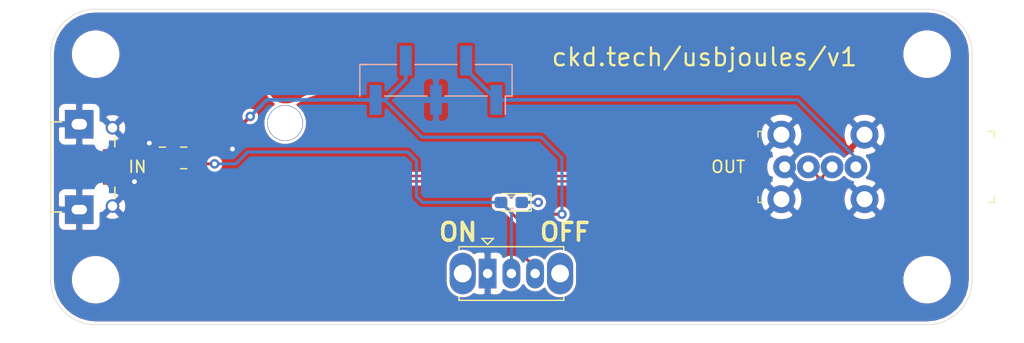
<source format=kicad_pcb>
(kicad_pcb (version 20171130) (host pcbnew "(5.1.4-0-10_14)")

  (general
    (thickness 1.6)
    (drawings 22)
    (tracks 89)
    (zones 0)
    (modules 13)
    (nets 13)
  )

  (page A4)
  (layers
    (0 F.Cu signal)
    (31 B.Cu signal)
    (32 B.Adhes user)
    (33 F.Adhes user)
    (34 B.Paste user)
    (35 F.Paste user)
    (36 B.SilkS user)
    (37 F.SilkS user)
    (38 B.Mask user)
    (39 F.Mask user)
    (40 Dwgs.User user hide)
    (41 Cmts.User user)
    (42 Eco1.User user)
    (43 Eco2.User user)
    (44 Edge.Cuts user)
    (45 Margin user)
    (46 B.CrtYd user)
    (47 F.CrtYd user)
    (48 B.Fab user)
    (49 F.Fab user)
  )

  (setup
    (last_trace_width 0.25)
    (user_trace_width 0.3048)
    (trace_clearance 0.2)
    (zone_clearance 0.254)
    (zone_45_only no)
    (trace_min 0.2)
    (via_size 0.8)
    (via_drill 0.4)
    (via_min_size 0.4)
    (via_min_drill 0.3)
    (uvia_size 0.3)
    (uvia_drill 0.1)
    (uvias_allowed no)
    (uvia_min_size 0.2)
    (uvia_min_drill 0.1)
    (edge_width 0.05)
    (segment_width 0.2)
    (pcb_text_width 0.3)
    (pcb_text_size 1.5 1.5)
    (mod_edge_width 0.12)
    (mod_text_size 1 1)
    (mod_text_width 0.15)
    (pad_size 1.524 1.524)
    (pad_drill 0.762)
    (pad_to_mask_clearance 0.051)
    (solder_mask_min_width 0.25)
    (aux_axis_origin 0 0)
    (grid_origin 173.81 103.79)
    (visible_elements FFFFFF7F)
    (pcbplotparams
      (layerselection 0x010fc_ffffffff)
      (usegerberextensions false)
      (usegerberattributes false)
      (usegerberadvancedattributes false)
      (creategerberjobfile false)
      (excludeedgelayer true)
      (linewidth 0.100000)
      (plotframeref false)
      (viasonmask false)
      (mode 1)
      (useauxorigin false)
      (hpglpennumber 1)
      (hpglpenspeed 20)
      (hpglpendiameter 15.000000)
      (psnegative false)
      (psa4output false)
      (plotreference true)
      (plotvalue true)
      (plotinvisibletext false)
      (padsonsilk false)
      (subtractmaskfromsilk false)
      (outputformat 1)
      (mirror false)
      (drillshape 0)
      (scaleselection 1)
      (outputdirectory "gerber"))
  )

  (net 0 "")
  (net 1 +5V)
  (net 2 "Net-(D1-Pad1)")
  (net 3 GND)
  (net 4 /IN-)
  (net 5 /IN+)
  (net 6 "Net-(J1-Pad4)")
  (net 7 VBUS)
  (net 8 /EN)
  (net 9 "Net-(U1-Pad7)")
  (net 10 "Net-(U1-Pad6)")
  (net 11 /OUT+)
  (net 12 /OUT-)

  (net_class Default "This is the default net class."
    (clearance 0.2)
    (trace_width 0.25)
    (via_dia 0.8)
    (via_drill 0.4)
    (uvia_dia 0.3)
    (uvia_drill 0.1)
    (add_net +5V)
    (add_net /EN)
    (add_net /IN+)
    (add_net /IN-)
    (add_net /OUT+)
    (add_net /OUT-)
    (add_net GND)
    (add_net "Net-(D1-Pad1)")
    (add_net "Net-(J1-Pad4)")
    (add_net "Net-(U1-Pad6)")
    (add_net "Net-(U1-Pad7)")
    (add_net VBUS)
  )

  (module MountingHole:MountingHole_3mm (layer F.Cu) (tedit 5DDB7554) (tstamp 5DDA38AA)
    (at 119.75 109.6)
    (descr "Mounting Hole 3mm, no annular")
    (tags "mounting hole 3mm no annular")
    (attr virtual)
    (fp_text reference REF** (at 0 -4) (layer F.SilkS) hide
      (effects (font (size 1 1) (thickness 0.15)))
    )
    (fp_text value MountingHole_3mm (at 0 4) (layer F.Fab)
      (effects (font (size 1 1) (thickness 0.15)))
    )
    (fp_circle (center 0 0) (end 3.25 0) (layer F.CrtYd) (width 0.05))
    (fp_circle (center 0 0) (end 3 0) (layer Cmts.User) (width 0.15))
    (fp_text user %R (at 0.3 0) (layer F.Fab)
      (effects (font (size 1 1) (thickness 0.15)))
    )
    (pad "" np_thru_hole circle (at 0 0) (size 2.999999 2.999999) (drill 2.921) (layers *.Cu *.Mask))
  )

  (module digikey-footprints:USB_A_Female_Vertical_RA_73725-0110BLF (layer F.Cu) (tedit 5CDD96BB) (tstamp 5DDB7753)
    (at 167.81 113.3 90)
    (descr http://portal.fciconnect.com/Comergent//fci/drawing/73725.pdf)
    (path /5DDC2E29)
    (fp_text reference J3 (at 0 -9.525 90) (layer F.SilkS) hide
      (effects (font (size 1 1) (thickness 0.15)))
    )
    (fp_text value 73725-0110BLF (at 0 13.335 90) (layer F.Fab)
      (effects (font (size 1 1) (thickness 0.15)))
    )
    (fp_line (start -2.9 11.56) (end -2.9 -8.14) (layer F.Fab) (width 0.1))
    (fp_line (start -2.9 11.56) (end 2.86 11.56) (layer F.Fab) (width 0.1))
    (fp_line (start 2.86 11.56) (end 2.86 -8.14) (layer F.Fab) (width 0.1))
    (fp_line (start -2.9 -8.14) (end 2.86 -8.14) (layer F.Fab) (width 0.1))
    (fp_line (start -3 11.66) (end -3 11.16) (layer F.SilkS) (width 0.1))
    (fp_line (start -3 11.66) (end -2.5 11.66) (layer F.SilkS) (width 0.1))
    (fp_line (start 3 11.66) (end 2.5 11.66) (layer F.SilkS) (width 0.1))
    (fp_line (start 3 11.66) (end 3 11.16) (layer F.SilkS) (width 0.1))
    (fp_line (start 3 -8.24) (end 3 -7.74) (layer F.SilkS) (width 0.1))
    (fp_line (start 3 -8.24) (end 2.5 -8.24) (layer F.SilkS) (width 0.1))
    (fp_line (start -3 -8.24) (end -2.5 -8.24) (layer F.SilkS) (width 0.1))
    (fp_line (start -3 -8.24) (end -3 -7.74) (layer F.SilkS) (width 0.1))
    (fp_line (start 3.1 -8.38) (end 3.1 11.8) (layer F.CrtYd) (width 0.05))
    (fp_line (start -3.15 -8.38) (end -3.15 11.8) (layer F.CrtYd) (width 0.05))
    (fp_line (start -3.15 11.8) (end 3.1 11.8) (layer F.CrtYd) (width 0.05))
    (fp_line (start -3.15 -8.38) (end 3.1 -8.38) (layer F.CrtYd) (width 0.05))
    (fp_text user %R (at 0 -1.32 90) (layer F.Fab)
      (effects (font (size 1 1) (thickness 0.15)))
    )
    (pad SH thru_hole circle (at 2.72 -6.27 90) (size 2.35 2.35) (drill 1.35) (layers *.Cu *.Mask)
      (net 3 GND))
    (pad SH thru_hole circle (at 2.72 0.73 90) (size 2.35 2.35) (drill 1.35) (layers *.Cu *.Mask)
      (net 3 GND))
    (pad SH thru_hole circle (at -2.72 -6.27 90) (size 2.35 2.35) (drill 1.35) (layers *.Cu *.Mask)
      (net 3 GND))
    (pad SH thru_hole circle (at -2.72 0.73 90) (size 2.35 2.35) (drill 1.35) (layers *.Cu *.Mask)
      (net 3 GND))
    (pad 4 thru_hole circle (at 0 -6 90) (size 1.92 1.92) (drill 0.92) (layers *.Cu *.Mask)
      (net 3 GND))
    (pad 3 thru_hole circle (at 0 -4 90) (size 1.92 1.92) (drill 0.92) (layers *.Cu *.Mask)
      (net 11 /OUT+))
    (pad 2 thru_hole circle (at 0 -2 90) (size 1.92 1.92) (drill 0.92) (layers *.Cu *.Mask)
      (net 12 /OUT-))
    (pad 1 thru_hole circle (at 0 0 90) (size 1.92 1.92) (drill 0.92) (layers *.Cu *.Mask)
      (net 7 VBUS))
  )

  (module chickadee:chickadee_3mm_fcu (layer F.Cu) (tedit 0) (tstamp 5DDB7114)
    (at 121.56 106.54)
    (fp_text reference G*** (at 0 0) (layer F.SilkS) hide
      (effects (font (size 1.524 1.524) (thickness 0.3)))
    )
    (fp_text value "Chickadee 3mm" (at 0.75 0) (layer F.SilkS) hide
      (effects (font (size 1.524 1.524) (thickness 0.3)))
    )
    (fp_poly (pts (xy -2.158969 -1.476897) (xy -2.121134 -1.475122) (xy -2.085237 -1.47205) (xy -2.049588 -1.467549)
      (xy -2.012501 -1.461488) (xy -1.987463 -1.456774) (xy -1.950495 -1.449127) (xy -1.91523 -1.440944)
      (xy -1.880622 -1.431892) (xy -1.845624 -1.421636) (xy -1.809191 -1.409844) (xy -1.770278 -1.396182)
      (xy -1.727839 -1.380316) (xy -1.680827 -1.361912) (xy -1.645263 -1.347594) (xy -1.598042 -1.328195)
      (xy -1.550102 -1.308057) (xy -1.501041 -1.286989) (xy -1.450453 -1.264801) (xy -1.397934 -1.241305)
      (xy -1.343079 -1.216311) (xy -1.285486 -1.189628) (xy -1.224749 -1.161068) (xy -1.160464 -1.130441)
      (xy -1.092227 -1.097558) (xy -1.019635 -1.062228) (xy -0.942281 -1.024263) (xy -0.859764 -0.983472)
      (xy -0.771677 -0.939667) (xy -0.713915 -0.910823) (xy -0.632201 -0.870036) (xy -0.556268 -0.832302)
      (xy -0.485642 -0.797404) (xy -0.419851 -0.765125) (xy -0.358423 -0.735248) (xy -0.300885 -0.707556)
      (xy -0.246765 -0.681833) (xy -0.195591 -0.657862) (xy -0.146889 -0.635425) (xy -0.100189 -0.614305)
      (xy -0.055018 -0.594286) (xy -0.010903 -0.575152) (xy 0.032629 -0.556684) (xy 0.076049 -0.538666)
      (xy 0.119829 -0.520881) (xy 0.164443 -0.503112) (xy 0.210363 -0.485143) (xy 0.227542 -0.478491)
      (xy 0.251524 -0.469207) (xy 0.273788 -0.460545) (xy 0.293348 -0.452891) (xy 0.309219 -0.446634)
      (xy 0.320414 -0.44216) (xy 0.325784 -0.43993) (xy 0.335832 -0.435427) (xy 0.320698 -0.416151)
      (xy 0.308889 -0.402098) (xy 0.29292 -0.384518) (xy 0.273921 -0.364551) (xy 0.253023 -0.343337)
      (xy 0.231357 -0.322014) (xy 0.210055 -0.301723) (xy 0.190246 -0.283603) (xy 0.181681 -0.27608)
      (xy 0.106102 -0.214961) (xy 0.024352 -0.156762) (xy -0.063253 -0.101625) (xy -0.156399 -0.049694)
      (xy -0.254769 -0.001114) (xy -0.358048 0.043973) (xy -0.465921 0.085422) (xy -0.578072 0.123091)
      (xy -0.694186 0.156835) (xy -0.813946 0.18651) (xy -0.853722 0.195281) (xy -0.912747 0.207567)
      (xy -0.966586 0.218013) (xy -1.016795 0.226877) (xy -1.064926 0.234413) (xy -1.112531 0.240877)
      (xy -1.161165 0.246526) (xy -1.171222 0.247588) (xy -1.191268 0.249185) (xy -1.216488 0.250438)
      (xy -1.245561 0.251348) (xy -1.277167 0.251913) (xy -1.309986 0.252134) (xy -1.342697 0.252011)
      (xy -1.37398 0.251543) (xy -1.402515 0.25073) (xy -1.426981 0.249572) (xy -1.446059 0.248069)
      (xy -1.449917 0.247629) (xy -1.520413 0.236359) (xy -1.585332 0.220777) (xy -1.644686 0.200875)
      (xy -1.698489 0.176642) (xy -1.746754 0.148071) (xy -1.789494 0.115152) (xy -1.826725 0.077875)
      (xy -1.858458 0.036233) (xy -1.884708 -0.009784) (xy -1.904186 -0.056444) (xy -1.913436 -0.084664)
      (xy -1.92005 -0.11021) (xy -1.924389 -0.13533) (xy -1.926811 -0.162274) (xy -1.927677 -0.19329)
      (xy -1.927689 -0.20331) (xy -1.927494 -0.260217) (xy -1.950459 -0.26257) (xy -1.973423 -0.264922)
      (xy -2.023181 -0.23099) (xy -2.022739 -0.181641) (xy -2.018754 -0.12341) (xy -2.007973 -0.066659)
      (xy -1.990573 -0.011805) (xy -1.966733 0.040732) (xy -1.936631 0.090536) (xy -1.900446 0.137188)
      (xy -1.875226 0.164155) (xy -1.83459 0.201) (xy -1.79086 0.233371) (xy -1.743528 0.261491)
      (xy -1.692089 0.285584) (xy -1.636034 0.305873) (xy -1.574857 0.322584) (xy -1.508052 0.335938)
      (xy -1.474611 0.341113) (xy -1.453545 0.343389) (xy -1.426697 0.345185) (xy -1.395325 0.3465)
      (xy -1.360685 0.347334) (xy -1.324034 0.347688) (xy -1.286631 0.347562) (xy -1.249731 0.346956)
      (xy -1.214593 0.34587) (xy -1.182474 0.344303) (xy -1.15463 0.342257) (xy -1.143 0.341088)
      (xy -1.028753 0.325915) (xy -0.913621 0.306055) (xy -0.798476 0.28177) (xy -0.684191 0.253321)
      (xy -0.571641 0.220969) (xy -0.461697 0.184975) (xy -0.355234 0.1456) (xy -0.253124 0.103106)
      (xy -0.15624 0.057754) (xy -0.101392 0.029498) (xy -0.018282 -0.017249) (xy 0.060658 -0.066369)
      (xy 0.134981 -0.117513) (xy 0.204241 -0.170332) (xy 0.267993 -0.224478) (xy 0.325791 -0.279603)
      (xy 0.377188 -0.335357) (xy 0.39888 -0.36152) (xy 0.413589 -0.379428) (xy 0.424647 -0.391741)
      (xy 0.432321 -0.398733) (xy 0.436878 -0.400678) (xy 0.437106 -0.400627) (xy 0.451682 -0.396988)
      (xy 0.472129 -0.392861) (xy 0.497296 -0.388412) (xy 0.526029 -0.383807) (xy 0.557174 -0.379213)
      (xy 0.589579 -0.374796) (xy 0.622091 -0.370724) (xy 0.653556 -0.367163) (xy 0.682821 -0.36428)
      (xy 0.696736 -0.363107) (xy 0.726996 -0.36137) (xy 0.760509 -0.360689) (xy 0.797721 -0.361091)
      (xy 0.839075 -0.362602) (xy 0.885017 -0.36525) (xy 0.935991 -0.369062) (xy 0.992441 -0.374063)
      (xy 1.054812 -0.380281) (xy 1.123548 -0.387744) (xy 1.144764 -0.390147) (xy 1.242696 -0.401961)
      (xy 1.34711 -0.415747) (xy 1.457726 -0.431456) (xy 1.574267 -0.449038) (xy 1.696454 -0.468441)
      (xy 1.824011 -0.489614) (xy 1.956657 -0.512508) (xy 2.094117 -0.537072) (xy 2.23611 -0.563254)
      (xy 2.38236 -0.591005) (xy 2.532588 -0.620273) (xy 2.686517 -0.651009) (xy 2.843867 -0.68316)
      (xy 3.004361 -0.716678) (xy 3.167721 -0.751511) (xy 3.333669 -0.787608) (xy 3.361972 -0.793834)
      (xy 3.393505 -0.800732) (xy 3.423573 -0.807213) (xy 3.451326 -0.813101) (xy 3.475913 -0.81822)
      (xy 3.496484 -0.822393) (xy 3.512186 -0.825444) (xy 3.52217 -0.827196) (xy 3.52425 -0.82748)
      (xy 3.551629 -0.827397) (xy 3.580597 -0.821802) (xy 3.609337 -0.81136) (xy 3.636032 -0.796737)
      (xy 3.658863 -0.7786) (xy 3.659577 -0.777903) (xy 3.670334 -0.765542) (xy 3.683559 -0.747416)
      (xy 3.698873 -0.724218) (xy 3.715898 -0.696638) (xy 3.734253 -0.665367) (xy 3.753562 -0.631098)
      (xy 3.773444 -0.594521) (xy 3.793521 -0.556329) (xy 3.813415 -0.517211) (xy 3.832747 -0.477861)
      (xy 3.851137 -0.438969) (xy 3.868208 -0.401226) (xy 3.876938 -0.381112) (xy 3.904418 -0.312172)
      (xy 3.926295 -0.247247) (xy 3.942564 -0.186369) (xy 3.95322 -0.129572) (xy 3.958258 -0.076888)
      (xy 3.957674 -0.02835) (xy 3.951462 0.016008) (xy 3.940303 0.054355) (xy 3.930721 0.074617)
      (xy 3.917158 0.09653) (xy 3.901359 0.117628) (xy 3.885072 0.135441) (xy 3.879089 0.14086)
      (xy 3.8637 0.152771) (xy 3.847081 0.163287) (xy 3.828689 0.172518) (xy 3.807978 0.180574)
      (xy 3.784406 0.187565) (xy 3.757427 0.193602) (xy 3.726498 0.198794) (xy 3.691074 0.203252)
      (xy 3.650612 0.207086) (xy 3.604567 0.210405) (xy 3.552396 0.213321) (xy 3.511903 0.215182)
      (xy 3.492132 0.215961) (xy 3.466304 0.216876) (xy 3.435416 0.217897) (xy 3.400464 0.218994)
      (xy 3.362446 0.220137) (xy 3.322357 0.221294) (xy 3.281195 0.222437) (xy 3.239956 0.223534)
      (xy 3.219097 0.22407) (xy 3.113132 0.226865) (xy 3.013623 0.229728) (xy 2.919971 0.232688)
      (xy 2.831576 0.235774) (xy 2.74784 0.239016) (xy 2.668162 0.242444) (xy 2.591944 0.246086)
      (xy 2.518587 0.249972) (xy 2.447491 0.254132) (xy 2.378056 0.258595) (xy 2.309683 0.26339)
      (xy 2.241774 0.268548) (xy 2.173729 0.274096) (xy 2.137833 0.277168) (xy 1.985425 0.291484)
      (xy 1.838916 0.307501) (xy 1.697314 0.325426) (xy 1.559629 0.345462) (xy 1.424869 0.367813)
      (xy 1.292042 0.392686) (xy 1.160156 0.420283) (xy 1.028221 0.450811) (xy 0.895244 0.484473)
      (xy 0.760234 0.521474) (xy 0.622199 0.562018) (xy 0.480149 0.606311) (xy 0.372181 0.641516)
      (xy 0.315529 0.660415) (xy 0.263101 0.678181) (xy 0.214324 0.695079) (xy 0.168627 0.711377)
      (xy 0.125437 0.72734) (xy 0.084184 0.743235) (xy 0.044295 0.759327) (xy 0.005199 0.775884)
      (xy -0.033675 0.79317) (xy -0.072901 0.811452) (xy -0.113048 0.830997) (xy -0.15469 0.852071)
      (xy -0.198398 0.874939) (xy -0.244743 0.899869) (xy -0.294297 0.927125) (xy -0.347632 0.956975)
      (xy -0.40532 0.989684) (xy -0.467932 1.025519) (xy -0.532694 1.062815) (xy -0.582887 1.091743)
      (xy -0.627657 1.11745) (xy -0.667661 1.140298) (xy -0.703555 1.160648) (xy -0.735994 1.178863)
      (xy -0.765635 1.195303) (xy -0.793134 1.21033) (xy -0.819147 1.224307) (xy -0.84433 1.237594)
      (xy -0.869338 1.250554) (xy -0.894828 1.263549) (xy -0.917222 1.27482) (xy -0.982539 1.306741)
      (xy -1.043326 1.334702) (xy -1.100631 1.359064) (xy -1.155499 1.380188) (xy -1.208978 1.398436)
      (xy -1.262115 1.414169) (xy -1.315957 1.427748) (xy -1.371551 1.439537) (xy -1.419025 1.448094)
      (xy -1.478301 1.457475) (xy -1.532886 1.464849) (xy -1.584804 1.470377) (xy -1.636074 1.474223)
      (xy -1.688721 1.47655) (xy -1.744766 1.477522) (xy -1.783292 1.477509) (xy -1.80988 1.477309)
      (xy -1.834924 1.477051) (xy -1.85733 1.476751) (xy -1.876003 1.476426) (xy -1.889851 1.476092)
      (xy -1.897777 1.475767) (xy -1.897944 1.475755) (xy -1.988991 1.46674) (xy -2.0788 1.453096)
      (xy -2.166515 1.435042) (xy -2.251282 1.412798) (xy -2.332244 1.386583) (xy -2.408545 1.356619)
      (xy -2.466209 1.329817) (xy -2.552043 1.282919) (xy -2.63567 1.229377) (xy -2.717012 1.169273)
      (xy -2.795994 1.10269) (xy -2.872539 1.029708) (xy -2.946571 0.950411) (xy -3.018015 0.864879)
      (xy -3.086793 0.773196) (xy -3.152829 0.675442) (xy -3.216048 0.571701) (xy -3.276373 0.462053)
      (xy -3.2807 0.453746) (xy -3.317707 0.378734) (xy -3.352221 0.300989) (xy -3.3846 0.21958)
      (xy -3.415202 0.133574) (xy -3.444388 0.042039) (xy -3.46089 -0.014242) (xy -3.468457 -0.040831)
      (xy -3.714194 -0.139956) (xy -3.753671 -0.155931) (xy -3.791187 -0.171209) (xy -3.826234 -0.185578)
      (xy -3.858306 -0.198827) (xy -3.886898 -0.210743) (xy -3.911502 -0.221113) (xy -3.931612 -0.229726)
      (xy -3.946722 -0.23637) (xy -3.956326 -0.240832) (xy -3.959917 -0.242899) (xy -3.959931 -0.242945)
      (xy -3.957356 -0.245822) (xy -3.949885 -0.253035) (xy -3.937902 -0.264238) (xy -3.921787 -0.279083)
      (xy -3.901922 -0.297224) (xy -3.87869 -0.318314) (xy -3.852471 -0.342006) (xy -3.823649 -0.367952)
      (xy -3.792605 -0.395807) (xy -3.75972 -0.425222) (xy -3.734153 -0.448034) (xy -3.508375 -0.649259)
      (xy -3.493997 -0.688978) (xy -3.465662 -0.759052) (xy -3.432414 -0.825955) (xy -3.393848 -0.890293)
      (xy -3.349555 -0.952676) (xy -3.29913 -1.013713) (xy -3.242165 -1.07401) (xy -3.225776 -1.090083)
      (xy -3.158462 -1.150261) (xy -3.08587 -1.205941) (xy -3.008266 -1.25699) (xy -2.925914 -1.303278)
      (xy -2.839079 -1.34467) (xy -2.748026 -1.381036) (xy -2.653021 -1.412242) (xy -2.554329 -1.438158)
      (xy -2.50825 -1.448166) (xy -2.463853 -1.456803) (xy -2.424131 -1.463573) (xy -2.387021 -1.468705)
      (xy -2.35046 -1.472428) (xy -2.312386 -1.474971) (xy -2.270735 -1.476561) (xy -2.247194 -1.477084)
      (xy -2.200426 -1.477507) (xy -2.158969 -1.476897)) (layer F.Mask) (width 0.01))
    (fp_poly (pts (xy -2.190577 -1.394931) (xy -2.158906 -1.394428) (xy -2.131275 -1.393379) (xy -2.106176 -1.39166)
      (xy -2.082107 -1.389149) (xy -2.057561 -1.385724) (xy -2.031033 -1.38126) (xy -2.009069 -1.377185)
      (xy -1.950214 -1.364422) (xy -1.889117 -1.348355) (xy -1.828664 -1.329818) (xy -1.77174 -1.309646)
      (xy -1.760361 -1.305223) (xy -1.717183 -1.28803) (xy -1.674808 -1.270892) (xy -1.63285 -1.25363)
      (xy -1.59092 -1.236063) (xy -1.548631 -1.218011) (xy -1.505596 -1.199293) (xy -1.461427 -1.179729)
      (xy -1.415735 -1.159138) (xy -1.368134 -1.137341) (xy -1.318236 -1.114156) (xy -1.265653 -1.089403)
      (xy -1.209997 -1.062901) (xy -1.150882 -1.034472) (xy -1.087918 -1.003933) (xy -1.02072 -0.971104)
      (xy -0.948898 -0.935806) (xy -0.872065 -0.897857) (xy -0.789834 -0.857077) (xy -0.701817 -0.813286)
      (xy -0.679097 -0.801963) (xy -0.600817 -0.763019) (xy -0.528298 -0.72712) (xy -0.461051 -0.694039)
      (xy -0.398585 -0.663552) (xy -0.340411 -0.635433) (xy -0.286038 -0.609455) (xy -0.234976 -0.585394)
      (xy -0.186735 -0.563022) (xy -0.140825 -0.542115) (xy -0.096756 -0.522447) (xy -0.054038 -0.503792)
      (xy -0.012181 -0.485924) (xy 0.029306 -0.468618) (xy 0.070912 -0.451647) (xy 0.113128 -0.434787)
      (xy 0.146403 -0.421719) (xy 0.169926 -0.412482) (xy 0.191319 -0.403963) (xy 0.209688 -0.396527)
      (xy 0.224143 -0.39054) (xy 0.233791 -0.386365) (xy 0.237732 -0.384376) (xy 0.237199 -0.380281)
      (xy 0.231987 -0.372263) (xy 0.222739 -0.361032) (xy 0.2101 -0.347296) (xy 0.194712 -0.331764)
      (xy 0.177219 -0.315145) (xy 0.164178 -0.303343) (xy 0.096199 -0.247242) (xy 0.021764 -0.193747)
      (xy -0.059006 -0.142914) (xy -0.145989 -0.0948) (xy -0.239062 -0.049462) (xy -0.338103 -0.006957)
      (xy -0.442991 0.032658) (xy -0.553602 0.069327) (xy -0.669815 0.102992) (xy -0.756708 0.125296)
      (xy -0.857303 0.148538) (xy -0.952291 0.167867) (xy -1.041919 0.183303) (xy -1.126439 0.194868)
      (xy -1.206099 0.20258) (xy -1.281149 0.206462) (xy -1.351837 0.206535) (xy -1.418413 0.202818)
      (xy -1.481126 0.195332) (xy -1.518918 0.18866) (xy -1.57955 0.173748) (xy -1.634906 0.154367)
      (xy -1.684914 0.13059) (xy -1.729501 0.102491) (xy -1.768596 0.070142) (xy -1.802127 0.033617)
      (xy -1.830021 -0.007012) (xy -1.852205 -0.051671) (xy -1.868608 -0.100287) (xy -1.879158 -0.152786)
      (xy -1.882097 -0.17906) (xy -1.882915 -0.190167) (xy -1.883851 -0.198302) (xy -1.885889 -0.204006)
      (xy -1.890009 -0.207822) (xy -1.897194 -0.21029) (xy -1.908425 -0.211954) (xy -1.924685 -0.213354)
      (xy -1.946955 -0.215033) (xy -1.947333 -0.215063) (xy -1.974885 -0.21729) (xy -1.996056 -0.219184)
      (xy -2.011509 -0.220834) (xy -2.021906 -0.222327) (xy -2.02791 -0.223751) (xy -2.030183 -0.225193)
      (xy -2.030082 -0.226026) (xy -2.032027 -0.227335) (xy -2.038861 -0.22756) (xy -2.048532 -0.226886)
      (xy -2.05899 -0.225503) (xy -2.068183 -0.223597) (xy -2.072569 -0.222141) (xy -2.078077 -0.220624)
      (xy -2.089384 -0.218164) (xy -2.105331 -0.214992) (xy -2.124759 -0.211335) (xy -2.146511 -0.207422)
      (xy -2.151944 -0.206471) (xy -2.23343 -0.192964) (xy -2.310846 -0.181591) (xy -2.386734 -0.172013)
      (xy -2.463633 -0.163891) (xy -2.487083 -0.161706) (xy -2.509513 -0.160112) (xy -2.536719 -0.158879)
      (xy -2.567348 -0.158007) (xy -2.600049 -0.157496) (xy -2.633471 -0.157348) (xy -2.666262 -0.157562)
      (xy -2.69707 -0.158139) (xy -2.724545 -0.15908) (xy -2.747334 -0.160385) (xy -2.760486 -0.161598)
      (xy -2.833314 -0.171253) (xy -2.904171 -0.18314) (xy -2.974932 -0.197651) (xy -3.047473 -0.215178)
      (xy -3.123669 -0.23611) (xy -3.139143 -0.240632) (xy -3.161757 -0.247425) (xy -3.178423 -0.252778)
      (xy -3.190018 -0.257041) (xy -3.197422 -0.260562) (xy -3.20151 -0.263691) (xy -3.202943 -0.266032)
      (xy -3.203909 -0.271145) (xy -3.205491 -0.282439) (xy -3.20759 -0.299075) (xy -3.210105 -0.320217)
      (xy -3.212937 -0.345025) (xy -3.215987 -0.372662) (xy -3.219082 -0.401608) (xy -3.222679 -0.435601)
      (xy -3.225565 -0.463243) (xy -3.227688 -0.485209) (xy -3.228999 -0.50217) (xy -3.229447 -0.514802)
      (xy -3.228982 -0.523777) (xy -3.227553 -0.52977) (xy -3.22511 -0.533453) (xy -3.221603 -0.535501)
      (xy -3.216982 -0.536587) (xy -3.211195 -0.537385) (xy -3.208909 -0.537717) (xy -3.197663 -0.539746)
      (xy -3.180611 -0.543203) (xy -3.158807 -0.547849) (xy -3.1333 -0.553445) (xy -3.105142 -0.559751)
      (xy -3.075385 -0.566529) (xy -3.045079 -0.573539) (xy -3.015275 -0.580543) (xy -2.987025 -0.5873)
      (xy -2.96138 -0.593573) (xy -2.942167 -0.598407) (xy -2.839538 -0.625766) (xy -2.743547 -0.653603)
      (xy -2.653787 -0.682055) (xy -2.569847 -0.711258) (xy -2.49132 -0.74135) (xy -2.417797 -0.772466)
      (xy -2.405944 -0.777787) (xy -2.33527 -0.81224) (xy -2.2633 -0.851978) (xy -2.191754 -0.895908)
      (xy -2.122352 -0.942934) (xy -2.05681 -0.991963) (xy -2.012597 -1.028214) (xy -1.994935 -1.043577)
      (xy -1.976602 -1.059988) (xy -1.958316 -1.076756) (xy -1.940794 -1.09319) (xy -1.924751 -1.108599)
      (xy -1.910905 -1.122291) (xy -1.899973 -1.133576) (xy -1.892671 -1.141762) (xy -1.889717 -1.146159)
      (xy -1.889781 -1.146632) (xy -1.895886 -1.149881) (xy -1.907863 -1.154203) (xy -1.924653 -1.159337)
      (xy -1.945199 -1.16502) (xy -1.968444 -1.170989) (xy -1.99333 -1.176981) (xy -2.018801 -1.182735)
      (xy -2.043799 -1.187987) (xy -2.067268 -1.192474) (xy -2.088148 -1.195935) (xy -2.088444 -1.195979)
      (xy -2.143487 -1.202523) (xy -2.197821 -1.205577) (xy -2.252961 -1.205107) (xy -2.310419 -1.201077)
      (xy -2.371711 -1.193452) (xy -2.401539 -1.188739) (xy -2.494796 -1.17015) (xy -2.584229 -1.146293)
      (xy -2.669623 -1.117275) (xy -2.750766 -1.083203) (xy -2.827443 -1.044182) (xy -2.899442 -1.000319)
      (xy -2.966549 -0.95172) (xy -3.028551 -0.898491) (xy -3.072051 -0.855085) (xy -3.114426 -0.806444)
      (xy -3.152464 -0.755667) (xy -3.185507 -0.70377) (xy -3.212895 -0.65177) (xy -3.230344 -0.610645)
      (xy -3.23532 -0.598231) (xy -3.239944 -0.588063) (xy -3.243211 -0.582348) (xy -3.246468 -0.579042)
      (xy -3.254369 -0.57133) (xy -3.266439 -0.559666) (xy -3.282207 -0.544504) (xy -3.301199 -0.526296)
      (xy -3.322943 -0.505496) (xy -3.346966 -0.482558) (xy -3.372795 -0.457935) (xy -3.391958 -0.439691)
      (xy -3.418659 -0.414263) (xy -3.443792 -0.390288) (xy -3.466896 -0.368206) (xy -3.487514 -0.34846)
      (xy -3.505187 -0.331487) (xy -3.519455 -0.31773) (xy -3.529861 -0.307629) (xy -3.535945 -0.301624)
      (xy -3.537393 -0.300078) (xy -3.534428 -0.298301) (xy -3.525616 -0.293948) (xy -3.511564 -0.287299)
      (xy -3.492877 -0.278632) (xy -3.470164 -0.268227) (xy -3.444028 -0.256363) (xy -3.415077 -0.243317)
      (xy -3.383917 -0.22937) (xy -3.376532 -0.226077) (xy -3.214874 -0.154058) (xy -3.198019 -0.093786)
      (xy -3.189906 -0.065801) (xy -3.180059 -0.033466) (xy -3.169084 0.001347) (xy -3.157589 0.036762)
      (xy -3.146183 0.070907) (xy -3.135473 0.101907) (xy -3.126489 0.126757) (xy -3.121041 0.140443)
      (xy -3.116521 0.148917) (xy -3.111864 0.153733) (xy -3.10617 0.156392) (xy -3.098868 0.157558)
      (xy -3.085547 0.158496) (xy -3.06724 0.159209) (xy -3.04498 0.159697) (xy -3.019799 0.159965)
      (xy -2.992731 0.160013) (xy -2.964808 0.159845) (xy -2.937063 0.159461) (xy -2.910528 0.158866)
      (xy -2.886237 0.15806) (xy -2.865223 0.157046) (xy -2.848681 0.155841) (xy -2.685739 0.138212)
      (xy -2.585861 0.124838) (xy -2.543141 0.1184) (xy -2.506322 0.1121) (xy -2.474266 0.105624)
      (xy -2.445833 0.098661) (xy -2.419884 0.090899) (xy -2.395279 0.082025) (xy -2.370878 0.071727)
      (xy -2.345543 0.059694) (xy -2.342444 0.058147) (xy -2.286885 0.026813) (xy -2.232336 -0.010789)
      (xy -2.179767 -0.053872) (xy -2.130148 -0.101647) (xy -2.089686 -0.146958) (xy -2.071653 -0.168681)
      (xy -2.069252 -0.143431) (xy -2.062225 -0.096009) (xy -2.050319 -0.046832) (xy -2.034198 0.002224)
      (xy -2.014523 0.049282) (xy -1.991958 0.092463) (xy -1.978281 0.114289) (xy -1.94066 0.164006)
      (xy -1.897859 0.209003) (xy -1.849963 0.249251) (xy -1.797063 0.284723) (xy -1.739243 0.315389)
      (xy -1.676594 0.341223) (xy -1.609201 0.362197) (xy -1.537152 0.378282) (xy -1.460535 0.389451)
      (xy -1.379438 0.395676) (xy -1.293947 0.396929) (xy -1.204152 0.393182) (xy -1.125361 0.386139)
      (xy -1.052218 0.376822) (xy -0.974125 0.364509) (xy -0.892379 0.349481) (xy -0.808276 0.332024)
      (xy -0.723113 0.312418) (xy -0.638187 0.290949) (xy -0.554795 0.267899) (xy -0.478014 0.244745)
      (xy -0.38054 0.212112) (xy -0.286214 0.17667) (xy -0.195387 0.138629) (xy -0.108408 0.098203)
      (xy -0.025628 0.0556) (xy 0.052604 0.011034) (xy 0.125937 -0.035286) (xy 0.194021 -0.083147)
      (xy 0.256506 -0.132339) (xy 0.313041 -0.18265) (xy 0.363278 -0.233869) (xy 0.406865 -0.285785)
      (xy 0.411516 -0.291897) (xy 0.421132 -0.304324) (xy 0.427892 -0.311896) (xy 0.432929 -0.315578)
      (xy 0.437377 -0.316336) (xy 0.439726 -0.315921) (xy 0.459163 -0.311612) (xy 0.48424 -0.30693)
      (xy 0.513568 -0.302078) (xy 0.545757 -0.297263) (xy 0.579415 -0.292687) (xy 0.613152 -0.288557)
      (xy 0.645578 -0.285077) (xy 0.656167 -0.284068) (xy 0.687905 -0.281538) (xy 0.719888 -0.279816)
      (xy 0.752791 -0.278933) (xy 0.78729 -0.27892) (xy 0.82406 -0.279806) (xy 0.863775 -0.281623)
      (xy 0.907113 -0.284401) (xy 0.954746 -0.288171) (xy 1.007352 -0.292963) (xy 1.065605 -0.298808)
      (xy 1.127125 -0.3054) (xy 1.216165 -0.315763) (xy 1.311639 -0.327982) (xy 1.413193 -0.341993)
      (xy 1.520469 -0.357731) (xy 1.633115 -0.375132) (xy 1.750774 -0.394133) (xy 1.873091 -0.414668)
      (xy 1.999712 -0.436674) (xy 2.13028 -0.460086) (xy 2.264441 -0.48484) (xy 2.40184 -0.510872)
      (xy 2.542121 -0.538118) (xy 2.68493 -0.566514) (xy 2.829911 -0.595994) (xy 2.976709 -0.626495)
      (xy 3.124969 -0.657954) (xy 3.274335 -0.690304) (xy 3.361972 -0.709592) (xy 3.406466 -0.719446)
      (xy 3.444684 -0.727733) (xy 3.477258 -0.73432) (xy 3.504823 -0.739072) (xy 3.528011 -0.741854)
      (xy 3.547455 -0.742532) (xy 3.563788 -0.740972) (xy 3.577642 -0.737038) (xy 3.589652 -0.730596)
      (xy 3.600449 -0.721512) (xy 3.610667 -0.709652) (xy 3.620938 -0.69488) (xy 3.631896 -0.677062)
      (xy 3.644174 -0.656064) (xy 3.648453 -0.648705) (xy 3.685722 -0.582928) (xy 3.720654 -0.517678)
      (xy 3.752855 -0.453786) (xy 3.781929 -0.392085) (xy 3.807481 -0.333406) (xy 3.829117 -0.278581)
      (xy 3.842982 -0.239141) (xy 3.858442 -0.186728) (xy 3.869158 -0.137816) (xy 3.875158 -0.092633)
      (xy 3.876469 -0.051406) (xy 3.873119 -0.014365) (xy 3.865134 0.018262) (xy 3.852543 0.046247)
      (xy 3.835372 0.069362) (xy 3.813649 0.087378) (xy 3.803124 0.093395) (xy 3.792991 0.098154)
      (xy 3.781941 0.102524) (xy 3.769615 0.106533) (xy 3.755657 0.110209) (xy 3.739709 0.113581)
      (xy 3.721413 0.116677) (xy 3.700414 0.119524) (xy 3.676352 0.122152) (xy 3.648872 0.124587)
      (xy 3.617615 0.126859) (xy 3.582225 0.128995) (xy 3.542343 0.131023) (xy 3.497613 0.132973)
      (xy 3.447677 0.134871) (xy 3.392178 0.136746) (xy 3.330759 0.138626) (xy 3.263062 0.14054)
      (xy 3.188731 0.142515) (xy 3.175 0.142869) (xy 3.052923 0.146207) (xy 2.937344 0.149786)
      (xy 2.827707 0.153639) (xy 2.723456 0.157794) (xy 2.624037 0.162284) (xy 2.528895 0.167138)
      (xy 2.437474 0.172388) (xy 2.349219 0.178064) (xy 2.263574 0.184196) (xy 2.179985 0.190816)
      (xy 2.097897 0.197954) (xy 2.016754 0.20564) (xy 1.989667 0.208345) (xy 1.860967 0.222177)
      (xy 1.736502 0.237273) (xy 1.615523 0.253805) (xy 1.497281 0.271941) (xy 1.381028 0.291851)
      (xy 1.266016 0.313705) (xy 1.151496 0.337671) (xy 1.036721 0.36392) (xy 0.920941 0.39262)
      (xy 0.803408 0.423942) (xy 0.683373 0.458054) (xy 0.56009 0.495127) (xy 0.432808 0.535329)
      (xy 0.30078 0.57883) (xy 0.195792 0.614551) (xy 0.145932 0.632059) (xy 0.0984 0.649485)
      (xy 0.052527 0.66715) (xy 0.007643 0.685374) (xy -0.03692 0.704476) (xy -0.081833 0.724779)
      (xy -0.127765 0.746601) (xy -0.175385 0.770263) (xy -0.225363 0.796085) (xy -0.278367 0.824388)
      (xy -0.335068 0.855492) (xy -0.396135 0.889717) (xy -0.462237 0.927384) (xy -0.483306 0.939493)
      (xy -0.541927 0.973223) (xy -0.594898 1.003651) (xy -0.642666 1.031025) (xy -0.685679 1.055591)
      (xy -0.724384 1.077596) (xy -0.759229 1.097287) (xy -0.790662 1.11491) (xy -0.81913 1.130714)
      (xy -0.845081 1.144944) (xy -0.868963 1.157848) (xy -0.891223 1.169672) (xy -0.912308 1.180664)
      (xy -0.932668 1.19107) (xy -0.952748 1.201138) (xy -0.972997 1.211113) (xy -0.993862 1.221244)
      (xy -0.995694 1.222128) (xy -1.063133 1.253565) (xy -1.12675 1.280819) (xy -1.187918 1.304282)
      (xy -1.248008 1.324345) (xy -1.308391 1.341402) (xy -1.37044 1.355844) (xy -1.435526 1.368064)
      (xy -1.505022 1.378454) (xy -1.569861 1.386279) (xy -1.610848 1.390039) (xy -1.656794 1.392999)
      (xy -1.705642 1.395105) (xy -1.755337 1.396301) (xy -1.803821 1.396532) (xy -1.849038 1.395744)
      (xy -1.878542 1.394508) (xy -1.958088 1.387865) (xy -2.038544 1.376743) (xy -2.118722 1.361443)
      (xy -2.197433 1.342263) (xy -2.273489 1.319501) (xy -2.345702 1.293456) (xy -2.412884 1.264427)
      (xy -2.430992 1.255625) (xy -2.511972 1.211372) (xy -2.591194 1.160408) (xy -2.668518 1.102893)
      (xy -2.743805 1.038983) (xy -2.816914 0.968836) (xy -2.887705 0.89261) (xy -2.95604 0.810463)
      (xy -3.021777 0.722552) (xy -3.084778 0.629036) (xy -3.144903 0.53007) (xy -3.202011 0.425814)
      (xy -3.247103 0.335201) (xy -3.265441 0.295287) (xy -3.283063 0.253922) (xy -3.300474 0.209814)
      (xy -3.318181 0.161672) (xy -3.33669 0.108204) (xy -3.341035 0.09525) (xy -3.348704 0.071804)
      (xy -3.356807 0.046214) (xy -3.364992 0.019673) (xy -3.372907 -0.006627) (xy -3.380199 -0.031492)
      (xy -3.386515 -0.053731) (xy -3.391504 -0.072152) (xy -3.394813 -0.08556) (xy -3.395622 -0.089442)
      (xy -3.397791 -0.101004) (xy -3.602405 -0.183572) (xy -3.638385 -0.198117) (xy -3.672393 -0.211915)
      (xy -3.703868 -0.224734) (xy -3.732252 -0.236346) (xy -3.756986 -0.24652) (xy -3.77751 -0.255026)
      (xy -3.793266 -0.261633) (xy -3.803693 -0.266111) (xy -3.808232 -0.268231) (xy -3.808381 -0.268344)
      (xy -3.80604 -0.270994) (xy -3.798838 -0.27795) (xy -3.787188 -0.288837) (xy -3.771505 -0.303276)
      (xy -3.752203 -0.320892) (xy -3.729696 -0.341306) (xy -3.704399 -0.364141) (xy -3.676726 -0.389021)
      (xy -3.647091 -0.415568) (xy -3.621714 -0.438231) (xy -3.585698 -0.47036) (xy -3.554584 -0.498154)
      (xy -3.528002 -0.521967) (xy -3.505585 -0.542152) (xy -3.486962 -0.559065) (xy -3.471765 -0.573058)
      (xy -3.459624 -0.584487) (xy -3.45017 -0.593706) (xy -3.443035 -0.601069) (xy -3.437848 -0.606929)
      (xy -3.434241 -0.611642) (xy -3.431844 -0.615561) (xy -3.430288 -0.619041) (xy -3.429205 -0.622435)
      (xy -3.429021 -0.623103) (xy -3.422612 -0.643652) (xy -3.41351 -0.668602) (xy -3.40244 -0.696184)
      (xy -3.390126 -0.724625) (xy -3.377295 -0.752157) (xy -3.3707 -0.765446) (xy -3.338251 -0.823655)
      (xy -3.301023 -0.87978) (xy -3.258334 -0.934751) (xy -3.209501 -0.989498) (xy -3.196358 -1.003151)
      (xy -3.140849 -1.05669) (xy -3.083569 -1.105173) (xy -3.023315 -1.149469) (xy -2.958883 -1.190443)
      (xy -2.889069 -1.228963) (xy -2.868083 -1.23958) (xy -2.800029 -1.271452) (xy -2.732015 -1.299287)
      (xy -2.662813 -1.323459) (xy -2.591193 -1.344341) (xy -2.515928 -1.362308) (xy -2.435788 -1.377732)
      (xy -2.38932 -1.385248) (xy -2.369484 -1.388168) (xy -2.352156 -1.390434) (xy -2.335939 -1.39213)
      (xy -2.319438 -1.393341) (xy -2.301258 -1.394152) (xy -2.280002 -1.394645) (xy -2.254276 -1.394906)
      (xy -2.227792 -1.395009) (xy -2.190577 -1.394931)) (layer F.Cu) (width 0.01))
  )

  (module MountingHole:MountingHole_3.5mm (layer F.Cu) (tedit 56D1B4CB) (tstamp 5DDA32C5)
    (at 103.79 122.81)
    (descr "Mounting Hole 3.5mm, no annular")
    (tags "mounting hole 3.5mm no annular")
    (attr virtual)
    (fp_text reference REF** (at 0 -4.5) (layer F.SilkS) hide
      (effects (font (size 1 1) (thickness 0.15)))
    )
    (fp_text value MountingHole_3.5mm (at 0 4.5) (layer F.Fab)
      (effects (font (size 1 1) (thickness 0.15)))
    )
    (fp_text user %R (at 0.3 0) (layer F.Fab)
      (effects (font (size 1 1) (thickness 0.15)))
    )
    (fp_circle (center 0 0) (end 3.5 0) (layer Cmts.User) (width 0.15))
    (fp_circle (center 0 0) (end 3.75 0) (layer F.CrtYd) (width 0.05))
    (pad 1 np_thru_hole circle (at 0 0) (size 3.5 3.5) (drill 3.5) (layers *.Cu *.Mask))
  )

  (module MountingHole:MountingHole_3.5mm (layer F.Cu) (tedit 56D1B4CB) (tstamp 5DDA32B7)
    (at 173.81 122.81)
    (descr "Mounting Hole 3.5mm, no annular")
    (tags "mounting hole 3.5mm no annular")
    (attr virtual)
    (fp_text reference REF** (at 0 -4.5) (layer F.SilkS) hide
      (effects (font (size 1 1) (thickness 0.15)))
    )
    (fp_text value MountingHole_3.5mm (at 0 4.5) (layer F.Fab)
      (effects (font (size 1 1) (thickness 0.15)))
    )
    (fp_circle (center 0 0) (end 3.75 0) (layer F.CrtYd) (width 0.05))
    (fp_circle (center 0 0) (end 3.5 0) (layer Cmts.User) (width 0.15))
    (fp_text user %R (at 0.3 0) (layer F.Fab)
      (effects (font (size 1 1) (thickness 0.15)))
    )
    (pad 1 np_thru_hole circle (at 0 0) (size 3.5 3.5) (drill 3.5) (layers *.Cu *.Mask))
  )

  (module MountingHole:MountingHole_3.5mm (layer F.Cu) (tedit 56D1B4CB) (tstamp 5DDA32A9)
    (at 173.81 103.79)
    (descr "Mounting Hole 3.5mm, no annular")
    (tags "mounting hole 3.5mm no annular")
    (attr virtual)
    (fp_text reference REF** (at 0 -4.5) (layer F.SilkS) hide
      (effects (font (size 1 1) (thickness 0.15)))
    )
    (fp_text value MountingHole_3.5mm (at 0 4.5) (layer F.Fab)
      (effects (font (size 1 1) (thickness 0.15)))
    )
    (fp_text user %R (at 0.3 0) (layer F.Fab)
      (effects (font (size 1 1) (thickness 0.15)))
    )
    (fp_circle (center 0 0) (end 3.5 0) (layer Cmts.User) (width 0.15))
    (fp_circle (center 0 0) (end 3.75 0) (layer F.CrtYd) (width 0.05))
    (pad 1 np_thru_hole circle (at 0 0) (size 3.5 3.5) (drill 3.5) (layers *.Cu *.Mask))
  )

  (module MountingHole:MountingHole_3.5mm (layer F.Cu) (tedit 56D1B4CB) (tstamp 5DDA32A0)
    (at 103.79 103.79)
    (descr "Mounting Hole 3.5mm, no annular")
    (tags "mounting hole 3.5mm no annular")
    (attr virtual)
    (fp_text reference REF** (at 0 -4.5) (layer F.SilkS) hide
      (effects (font (size 1 1) (thickness 0.15)))
    )
    (fp_text value MountingHole_3.5mm (at 0 4.5) (layer F.Fab)
      (effects (font (size 1 1) (thickness 0.15)))
    )
    (fp_circle (center 0 0) (end 3.75 0) (layer F.CrtYd) (width 0.05))
    (fp_circle (center 0 0) (end 3.5 0) (layer Cmts.User) (width 0.15))
    (fp_text user %R (at 0.3 0) (layer F.Fab)
      (effects (font (size 1 1) (thickness 0.15)))
    )
    (pad 1 np_thru_hole circle (at 0 0) (size 3.5 3.5) (drill 3.5) (layers *.Cu *.Mask))
  )

  (module Package_DFN_QFN:UQFN-10_1.6x2.1mm_P0.5mm (layer F.Cu) (tedit 5B5C1E86) (tstamp 5DDA3136)
    (at 110.31 112.54 90)
    (descr "UQFN, 10 Pin (http://ww1.microchip.com/downloads/en/DeviceDoc/00001725D.pdf (Page 12)), generated with kicad-footprint-generator ipc_dfn_qfn_generator.py")
    (tags "UQFN DFN_QFN")
    (path /5DD9FA7E)
    (attr smd)
    (fp_text reference U1 (at 0 -2.35 90) (layer F.SilkS) hide
      (effects (font (size 1 1) (thickness 0.15)))
    )
    (fp_text value USB3740B-AI9 (at 0 2.35 90) (layer F.Fab)
      (effects (font (size 1 1) (thickness 0.15)))
    )
    (fp_text user %R (at 0 0 90) (layer F.Fab)
      (effects (font (size 0.4 0.4) (thickness 0.06)))
    )
    (fp_line (start 1.4 -1.65) (end -1.4 -1.65) (layer F.CrtYd) (width 0.05))
    (fp_line (start 1.4 1.65) (end 1.4 -1.65) (layer F.CrtYd) (width 0.05))
    (fp_line (start -1.4 1.65) (end 1.4 1.65) (layer F.CrtYd) (width 0.05))
    (fp_line (start -1.4 -1.65) (end -1.4 1.65) (layer F.CrtYd) (width 0.05))
    (fp_line (start -0.8 -0.65) (end -0.4 -1.05) (layer F.Fab) (width 0.1))
    (fp_line (start -0.8 1.05) (end -0.8 -0.65) (layer F.Fab) (width 0.1))
    (fp_line (start 0.8 1.05) (end -0.8 1.05) (layer F.Fab) (width 0.1))
    (fp_line (start 0.8 -1.05) (end 0.8 1.05) (layer F.Fab) (width 0.1))
    (fp_line (start -0.4 -1.05) (end 0.8 -1.05) (layer F.Fab) (width 0.1))
    (fp_line (start 0.91 1.16) (end 0.91 0.635) (layer F.SilkS) (width 0.12))
    (fp_line (start -0.91 1.16) (end -0.91 0.635) (layer F.SilkS) (width 0.12))
    (fp_line (start 0.91 -1.16) (end 0.91 -0.635) (layer F.SilkS) (width 0.12))
    (pad 10 smd roundrect (at -0.5 -1 90) (size 0.25 0.8) (layers F.Cu F.Paste F.Mask) (roundrect_rratio 0.25)
      (net 5 /IN+))
    (pad 9 smd roundrect (at 0 -1 90) (size 0.25 0.8) (layers F.Cu F.Paste F.Mask) (roundrect_rratio 0.25)
      (net 4 /IN-))
    (pad 8 smd roundrect (at 0.5 -1 90) (size 0.25 0.8) (layers F.Cu F.Paste F.Mask) (roundrect_rratio 0.25)
      (net 3 GND))
    (pad 7 smd roundrect (at 0.625 -0.25 90) (size 1.05 0.25) (layers F.Cu F.Paste F.Mask) (roundrect_rratio 0.25)
      (net 9 "Net-(U1-Pad7)"))
    (pad 6 smd roundrect (at 0.625 0.25 90) (size 1.05 0.25) (layers F.Cu F.Paste F.Mask) (roundrect_rratio 0.25)
      (net 10 "Net-(U1-Pad6)"))
    (pad 5 smd roundrect (at 0.5 1 90) (size 0.25 0.8) (layers F.Cu F.Paste F.Mask) (roundrect_rratio 0.25)
      (net 1 +5V))
    (pad 4 smd roundrect (at 0 1 90) (size 0.25 0.8) (layers F.Cu F.Paste F.Mask) (roundrect_rratio 0.25)
      (net 3 GND))
    (pad 3 smd roundrect (at -0.5 1 90) (size 0.25 0.8) (layers F.Cu F.Paste F.Mask) (roundrect_rratio 0.25)
      (net 8 /EN))
    (pad 2 smd roundrect (at -0.625 0.25 90) (size 1.05 0.25) (layers F.Cu F.Paste F.Mask) (roundrect_rratio 0.25)
      (net 11 /OUT+))
    (pad 1 smd roundrect (at -0.625 -0.25 90) (size 1.05 0.25) (layers F.Cu F.Paste F.Mask) (roundrect_rratio 0.25)
      (net 12 /OUT-))
    (model ${KISYS3DMOD}/Package_DFN_QFN.3dshapes/UQFN-10_1.6x2.1mm_P0.5mm.wrl
      (at (xyz 0 0 0))
      (scale (xyz 1 1 1))
      (rotate (xyz 0 0 0))
    )
  )

  (module Button_Switch_THT:SW_Slide_1P2T_CK_OS102011MS2Q (layer F.Cu) (tedit 5C5044D5) (tstamp 5DDA311B)
    (at 136.8 122.29)
    (descr "CuK miniature slide switch, OS series, SPDT, https://www.ckswitches.com/media/1428/os.pdf")
    (tags "switch SPDT")
    (path /5DDA0DE8)
    (fp_text reference SW1 (at 3.99 -2.99) (layer F.SilkS) hide
      (effects (font (size 1 1) (thickness 0.15)))
    )
    (fp_text value SW_SPDT (at 2 3) (layer F.Fab)
      (effects (font (size 1 1) (thickness 0.15)))
    )
    (fp_line (start 0.5 -2.96) (end -0.5 -2.96) (layer F.SilkS) (width 0.12))
    (fp_line (start 0 -2.46) (end 0.5 -2.96) (layer F.SilkS) (width 0.12))
    (fp_line (start -0.5 -2.96) (end 0 -2.46) (layer F.SilkS) (width 0.12))
    (fp_line (start 0 -1.65) (end 0.5 -2.15) (layer F.Fab) (width 0.1))
    (fp_line (start -0.5 -2.15) (end 0 -1.65) (layer F.Fab) (width 0.1))
    (fp_line (start -3.45 2.4) (end -3.45 -2.4) (layer B.CrtYd) (width 0.05))
    (fp_line (start 7.45 2.4) (end -3.45 2.4) (layer B.CrtYd) (width 0.05))
    (fp_line (start 7.45 -2.4) (end 7.45 2.4) (layer B.CrtYd) (width 0.05))
    (fp_line (start -3.45 -2.4) (end 7.45 -2.4) (layer B.CrtYd) (width 0.05))
    (fp_text user %R (at 3.99 -2.99) (layer F.Fab)
      (effects (font (size 1 1) (thickness 0.15)))
    )
    (fp_line (start 6.41 2.26) (end 6.41 1.95) (layer F.SilkS) (width 0.12))
    (fp_line (start -2.41 2.26) (end -2.41 1.95) (layer F.SilkS) (width 0.12))
    (fp_line (start -2.41 -1.95) (end -2.41 -2.26) (layer F.SilkS) (width 0.12))
    (fp_line (start 6.41 2.26) (end -2.41 2.26) (layer F.SilkS) (width 0.12))
    (fp_line (start 6.41 -2.26) (end 6.41 -1.95) (layer F.SilkS) (width 0.12))
    (fp_line (start -2.41 -2.26) (end 6.41 -2.26) (layer F.SilkS) (width 0.12))
    (fp_line (start -2.3 -2.15) (end -0.5 -2.15) (layer F.Fab) (width 0.1))
    (fp_line (start 2 -1) (end 2 1) (layer F.Fab) (width 0.1))
    (fp_line (start 1.34 -1) (end 1.34 1) (layer F.Fab) (width 0.1))
    (fp_line (start 0.66 -1) (end 0.66 1) (layer F.Fab) (width 0.1))
    (fp_line (start 0 -1) (end 0 1) (layer F.Fab) (width 0.1))
    (fp_line (start 0 1) (end 4 1) (layer F.Fab) (width 0.1))
    (fp_line (start 4 -1) (end 4 1) (layer F.Fab) (width 0.1))
    (fp_line (start 0 -1) (end 4 -1) (layer F.Fab) (width 0.1))
    (fp_line (start -2.3 2.15) (end -2.3 -2.15) (layer F.Fab) (width 0.1))
    (fp_line (start 6.3 2.15) (end -2.3 2.15) (layer F.Fab) (width 0.1))
    (fp_line (start 6.3 -2.15) (end 6.3 2.15) (layer F.Fab) (width 0.1))
    (fp_line (start 0.5 -2.15) (end 6.3 -2.15) (layer F.Fab) (width 0.1))
    (pad "" thru_hole oval (at 6.1 0) (size 2.2 3.5) (drill 1.5) (layers *.Cu *.Mask))
    (pad "" thru_hole oval (at -2.1 0) (size 2.2 3.5) (drill 1.5) (layers *.Cu *.Mask))
    (pad 3 thru_hole oval (at 4 0) (size 1.5 2.5) (drill 0.8) (layers *.Cu *.Mask)
      (net 1 +5V))
    (pad 2 thru_hole oval (at 2 0) (size 1.5 2.5) (drill 0.8) (layers *.Cu *.Mask)
      (net 8 /EN))
    (pad 1 thru_hole rect (at 0 0) (size 1.5 2.5) (drill 0.8) (layers *.Cu *.Mask)
      (net 3 GND))
    (model ${KISYS3DMOD}/Button_Switch_THT.3dshapes/SW_Slide_1P2T_CK_OS102011MS2Q.wrl
      (at (xyz 0 0 0))
      (scale (xyz 1 1 1))
      (rotate (xyz 0 0 0))
    )
  )

  (module Resistor_SMD:R_0603_1608Metric_Pad1.05x0.95mm_HandSolder (layer B.Cu) (tedit 5B301BBD) (tstamp 5DDA30F6)
    (at 138.8 116.29 180)
    (descr "Resistor SMD 0603 (1608 Metric), square (rectangular) end terminal, IPC_7351 nominal with elongated pad for handsoldering. (Body size source: http://www.tortai-tech.com/upload/download/2011102023233369053.pdf), generated with kicad-footprint-generator")
    (tags "resistor handsolder")
    (path /5DD9EEF2)
    (attr smd)
    (fp_text reference R1 (at 0 1.43) (layer B.SilkS) hide
      (effects (font (size 1 1) (thickness 0.15)) (justify mirror))
    )
    (fp_text value 1k (at 0 -1.43) (layer B.Fab)
      (effects (font (size 1 1) (thickness 0.15)) (justify mirror))
    )
    (fp_text user %R (at 0 0) (layer B.Fab)
      (effects (font (size 0.4 0.4) (thickness 0.06)) (justify mirror))
    )
    (fp_line (start 1.65 -0.73) (end -1.65 -0.73) (layer B.CrtYd) (width 0.05))
    (fp_line (start 1.65 0.73) (end 1.65 -0.73) (layer B.CrtYd) (width 0.05))
    (fp_line (start -1.65 0.73) (end 1.65 0.73) (layer B.CrtYd) (width 0.05))
    (fp_line (start -1.65 -0.73) (end -1.65 0.73) (layer B.CrtYd) (width 0.05))
    (fp_line (start -0.171267 -0.51) (end 0.171267 -0.51) (layer B.SilkS) (width 0.12))
    (fp_line (start -0.171267 0.51) (end 0.171267 0.51) (layer B.SilkS) (width 0.12))
    (fp_line (start 0.8 -0.4) (end -0.8 -0.4) (layer B.Fab) (width 0.1))
    (fp_line (start 0.8 0.4) (end 0.8 -0.4) (layer B.Fab) (width 0.1))
    (fp_line (start -0.8 0.4) (end 0.8 0.4) (layer B.Fab) (width 0.1))
    (fp_line (start -0.8 -0.4) (end -0.8 0.4) (layer B.Fab) (width 0.1))
    (pad 2 smd roundrect (at 0.875 0 180) (size 1.05 0.95) (layers B.Cu B.Paste B.Mask) (roundrect_rratio 0.25)
      (net 8 /EN))
    (pad 1 smd roundrect (at -0.875 0 180) (size 1.05 0.95) (layers B.Cu B.Paste B.Mask) (roundrect_rratio 0.25)
      (net 2 "Net-(D1-Pad1)"))
    (model ${KISYS3DMOD}/Resistor_SMD.3dshapes/R_0603_1608Metric.wrl
      (at (xyz 0 0 0))
      (scale (xyz 1 1 1))
      (rotate (xyz 0 0 0))
    )
  )

  (module Connector_PinHeader_2.54mm:PinHeader_1x05_P2.54mm_Vertical_SMD_Pin1Left (layer B.Cu) (tedit 59FED5CC) (tstamp 5DDA30E5)
    (at 132.45 105.99 90)
    (descr "surface-mounted straight pin header, 1x05, 2.54mm pitch, single row, style 1 (pin 1 left)")
    (tags "Surface mounted pin header SMD 1x05 2.54mm single row style1 pin1 left")
    (path /5DD9FC1B)
    (attr smd)
    (fp_text reference J2 (at 0 7.41 90) (layer B.SilkS) hide
      (effects (font (size 1 1) (thickness 0.15)) (justify mirror))
    )
    (fp_text value Conn_01x05_Male (at 0 -7.41 90) (layer B.Fab)
      (effects (font (size 1 1) (thickness 0.15)) (justify mirror))
    )
    (fp_text user %R (at 0 0 180) (layer B.Fab)
      (effects (font (size 1 1) (thickness 0.15)) (justify mirror))
    )
    (fp_line (start 3.45 6.85) (end -3.45 6.85) (layer B.CrtYd) (width 0.05))
    (fp_line (start 3.45 -6.85) (end 3.45 6.85) (layer B.CrtYd) (width 0.05))
    (fp_line (start -3.45 -6.85) (end 3.45 -6.85) (layer B.CrtYd) (width 0.05))
    (fp_line (start -3.45 6.85) (end -3.45 -6.85) (layer B.CrtYd) (width 0.05))
    (fp_line (start -1.33 -0.76) (end -1.33 -4.32) (layer B.SilkS) (width 0.12))
    (fp_line (start -1.33 4.32) (end -1.33 0.76) (layer B.SilkS) (width 0.12))
    (fp_line (start 1.33 -3.3) (end 1.33 -6.41) (layer B.SilkS) (width 0.12))
    (fp_line (start 1.33 1.78) (end 1.33 -1.78) (layer B.SilkS) (width 0.12))
    (fp_line (start 1.33 -5.84) (end 1.33 -6.41) (layer B.SilkS) (width 0.12))
    (fp_line (start -1.33 6.41) (end -1.33 5.84) (layer B.SilkS) (width 0.12))
    (fp_line (start -1.33 5.84) (end -2.85 5.84) (layer B.SilkS) (width 0.12))
    (fp_line (start 1.33 6.41) (end 1.33 3.3) (layer B.SilkS) (width 0.12))
    (fp_line (start -1.33 -6.41) (end 1.33 -6.41) (layer B.SilkS) (width 0.12))
    (fp_line (start -1.33 6.41) (end 1.33 6.41) (layer B.SilkS) (width 0.12))
    (fp_line (start 2.54 -2.86) (end 1.27 -2.86) (layer B.Fab) (width 0.1))
    (fp_line (start 2.54 -2.22) (end 2.54 -2.86) (layer B.Fab) (width 0.1))
    (fp_line (start 1.27 -2.22) (end 2.54 -2.22) (layer B.Fab) (width 0.1))
    (fp_line (start 2.54 2.22) (end 1.27 2.22) (layer B.Fab) (width 0.1))
    (fp_line (start 2.54 2.86) (end 2.54 2.22) (layer B.Fab) (width 0.1))
    (fp_line (start 1.27 2.86) (end 2.54 2.86) (layer B.Fab) (width 0.1))
    (fp_line (start -2.54 -5.4) (end -1.27 -5.4) (layer B.Fab) (width 0.1))
    (fp_line (start -2.54 -4.76) (end -2.54 -5.4) (layer B.Fab) (width 0.1))
    (fp_line (start -1.27 -4.76) (end -2.54 -4.76) (layer B.Fab) (width 0.1))
    (fp_line (start -2.54 -0.32) (end -1.27 -0.32) (layer B.Fab) (width 0.1))
    (fp_line (start -2.54 0.32) (end -2.54 -0.32) (layer B.Fab) (width 0.1))
    (fp_line (start -1.27 0.32) (end -2.54 0.32) (layer B.Fab) (width 0.1))
    (fp_line (start -2.54 4.76) (end -1.27 4.76) (layer B.Fab) (width 0.1))
    (fp_line (start -2.54 5.4) (end -2.54 4.76) (layer B.Fab) (width 0.1))
    (fp_line (start -1.27 5.4) (end -2.54 5.4) (layer B.Fab) (width 0.1))
    (fp_line (start 1.27 6.35) (end 1.27 -6.35) (layer B.Fab) (width 0.1))
    (fp_line (start -1.27 5.4) (end -0.32 6.35) (layer B.Fab) (width 0.1))
    (fp_line (start -1.27 -6.35) (end -1.27 5.4) (layer B.Fab) (width 0.1))
    (fp_line (start -0.32 6.35) (end 1.27 6.35) (layer B.Fab) (width 0.1))
    (fp_line (start 1.27 -6.35) (end -1.27 -6.35) (layer B.Fab) (width 0.1))
    (pad 4 smd rect (at 1.655 -2.54 90) (size 2.51 1) (layers B.Cu B.Paste B.Mask)
      (net 1 +5V))
    (pad 2 smd rect (at 1.655 2.54 90) (size 2.51 1) (layers B.Cu B.Paste B.Mask)
      (net 7 VBUS))
    (pad 5 smd rect (at -1.655 -5.08 90) (size 2.51 1) (layers B.Cu B.Paste B.Mask)
      (net 1 +5V))
    (pad 3 smd rect (at -1.655 0 90) (size 2.51 1) (layers B.Cu B.Paste B.Mask)
      (net 3 GND))
    (pad 1 smd rect (at -1.655 5.08 90) (size 2.51 1) (layers B.Cu B.Paste B.Mask)
      (net 7 VBUS))
    (model ${KISYS3DMOD}/Connector_PinHeader_2.54mm.3dshapes/PinHeader_1x05_P2.54mm_Vertical_SMD_Pin1Left.wrl
      (at (xyz 0 0 0))
      (scale (xyz 1 1 1))
      (rotate (xyz 0 0 0))
    )
  )

  (module adafruit:4UCONN_20329_V2_USB (layer F.Cu) (tedit 5C85D8AC) (tstamp 5DDA30B9)
    (at 104.31 113.3 270)
    (path /5DD9CE9A)
    (fp_text reference J1 (at -2.778 5.852 90) (layer F.SilkS) hide
      (effects (font (size 0.77216 0.77216) (thickness 0.146304)) (justify left top))
    )
    (fp_text value USB_B_Micro (at -2.778 6.41 90) (layer F.Fab)
      (effects (font (size 0.38608 0.38608) (thickness 0.04064)) (justify left top))
    )
    (fp_text user "PCB EDGE" (at 0 4 90) (layer F.Fab)
      (effects (font (size 0.38608 0.38608) (thickness 0.065024)))
    )
    (fp_line (start 3.5 4.35) (end 4.35 4.35) (layer F.Fab) (width 0.1))
    (fp_line (start -2.7 3.325) (end -2.775 3.325) (layer F.Fab) (width 0.127))
    (fp_arc (start -2.7625 3.2375) (end -2.775 3.325) (angle 90) (layer F.Fab) (width 0.127))
    (fp_line (start -2.85 3.225) (end -2.85 3.2) (layer F.Fab) (width 0.127))
    (fp_arc (start -2.75 3.2) (end -2.85 3.2) (angle 90) (layer F.Fab) (width 0.127))
    (fp_line (start -2.75 3.1) (end -2.75 2.625) (layer F.Fab) (width 0.127))
    (fp_line (start -2.75 2.625) (end -2.75 2.05) (layer F.Fab) (width 0.127))
    (fp_arc (start -2.475 2.05) (end -2.75 2.05) (angle 90) (layer F.Fab) (width 0.127))
    (fp_line (start -2.475 1.775) (end -2.225 1.775) (layer F.Fab) (width 0.127))
    (fp_arc (start -2.225 2.025) (end -2.225 1.775) (angle 90) (layer F.Fab) (width 0.127))
    (fp_line (start -1.975 2.025) (end -1.975 3.1) (layer F.Fab) (width 0.127))
    (fp_line (start -1.975 3.1) (end -1.95 3.1) (layer F.Fab) (width 0.127))
    (fp_arc (start -1.95 3.175) (end -1.95 3.1) (angle 90) (layer F.Fab) (width 0.127))
    (fp_arc (start -2.025 3.175) (end -1.875 3.175) (angle 90) (layer F.Fab) (width 0.127))
    (fp_line (start -2.025 3.325) (end -2.025 3.8) (layer F.Fab) (width 0.127))
    (fp_line (start -2.025 3.8) (end -2.7 3.8) (layer F.Fab) (width 0.127))
    (fp_line (start -2.7 3.8) (end -2.7 3.325) (layer F.Fab) (width 0.127))
    (fp_line (start -2.75 2.625) (end -2 2.625) (layer F.Fab) (width 0.127))
    (fp_line (start -2.7 3.325) (end -2 3.325) (layer F.Fab) (width 0.127))
    (fp_line (start -3.675 4.3) (end -3.45 4.3) (layer F.Fab) (width 0.127))
    (fp_line (start -3.45 4.3) (end -3.075 4.3) (layer F.Fab) (width 0.127))
    (fp_line (start -3.075 4.3) (end 3.1 4.3) (layer F.Fab) (width 0.127))
    (fp_line (start 3.1 4.3) (end 3.7 4.3) (layer F.Fab) (width 0.127))
    (fp_line (start 3.7 4.3) (end 3.75 4.3) (layer F.Fab) (width 0.127))
    (fp_line (start 3.75 4.3) (end 3.75 -0.2) (layer F.Fab) (width 0.127))
    (fp_arc (start 3.35 -0.199999) (end 3.75 -0.2) (angle -90) (layer F.Fab) (width 0.127))
    (fp_line (start 3.35 -0.6) (end 2.925 -0.6) (layer F.Fab) (width 0.127))
    (fp_line (start 2.475 -0.6) (end 1.675 -0.6) (layer F.Fab) (width 0.127))
    (fp_line (start 1.675 -0.6) (end 0.525 -0.6) (layer F.Fab) (width 0.127))
    (fp_line (start 0.525 -0.6) (end 0.525 -0.35) (layer F.Fab) (width 0.127))
    (fp_arc (start 0.325 -0.35) (end 0.525 -0.35) (angle 90) (layer F.Fab) (width 0.127))
    (fp_line (start 0.325 -0.15) (end -0.3 -0.15) (layer F.Fab) (width 0.127))
    (fp_arc (start -0.3 -0.325) (end -0.3 -0.15) (angle 90) (layer F.Fab) (width 0.127))
    (fp_line (start -0.475 -0.325) (end -0.475 -0.6) (layer F.Fab) (width 0.127))
    (fp_line (start -0.475 -0.6) (end -1.65 -0.6) (layer F.Fab) (width 0.127))
    (fp_line (start -1.65 -0.6) (end -2.5 -0.6) (layer F.Fab) (width 0.127))
    (fp_line (start -2.825 -0.6) (end -3.275 -0.6) (layer F.Fab) (width 0.127))
    (fp_arc (start -3.275 -0.124999) (end -3.275 -0.6) (angle -90) (layer F.Fab) (width 0.127))
    (fp_line (start -3.75 -0.125) (end -3.75 4.3) (layer F.Fab) (width 0.127))
    (fp_line (start -3.75 4.3) (end -3.675 4.3) (layer F.Fab) (width 0.127))
    (fp_line (start -3.725 -0.025) (end -3.175 -0.025) (layer F.Fab) (width 0.127))
    (fp_arc (start -3.175 -0.225) (end -3.175 -0.025) (angle -90) (layer F.Fab) (width 0.127))
    (fp_line (start -2.975 -0.225) (end -2.975 -0.45) (layer F.Fab) (width 0.127))
    (fp_arc (start -2.825 -0.45) (end -2.975 -0.45) (angle 90) (layer F.Fab) (width 0.127))
    (fp_line (start -2.825 -0.6) (end -2.5 -0.6) (layer F.Fab) (width 0.127))
    (fp_arc (start -2.5 -0.525) (end -2.5 -0.6) (angle 90) (layer F.Fab) (width 0.127))
    (fp_line (start -2.425 -0.525) (end -2.425 -0.325) (layer F.Fab) (width 0.127))
    (fp_arc (start -2 -0.325) (end -2.425 -0.325) (angle -90) (layer F.Fab) (width 0.127))
    (fp_arc (start -2 -0.25) (end -2 0.1) (angle -90) (layer F.Fab) (width 0.127))
    (fp_line (start -1.65 -0.25) (end -1.65 -0.6) (layer F.Fab) (width 0.127))
    (fp_line (start 1.675 -0.6) (end 1.675 -0.3) (layer F.Fab) (width 0.127))
    (fp_arc (start 2.075 -0.3) (end 1.675 -0.3) (angle -90) (layer F.Fab) (width 0.127))
    (fp_arc (start 2.075 -0.3) (end 2.075 0.1) (angle -90) (layer F.Fab) (width 0.127))
    (fp_line (start 2.475 -0.3) (end 2.475 -0.6) (layer F.Fab) (width 0.127))
    (fp_line (start 2.475 -0.6) (end 2.925 -0.6) (layer F.Fab) (width 0.127))
    (fp_arc (start 2.925 -0.525) (end 2.925 -0.6) (angle 90) (layer F.Fab) (width 0.127))
    (fp_line (start 3 -0.525) (end 3 -0.2) (layer F.Fab) (width 0.127))
    (fp_arc (start 3.175 -0.2) (end 3 -0.2) (angle -90) (layer F.Fab) (width 0.127))
    (fp_line (start 3.175 -0.025) (end 3.725 -0.025) (layer F.Fab) (width 0.127))
    (fp_line (start -3.425 -0.625) (end -3.425 -0.75) (layer F.Fab) (width 0.127))
    (fp_line (start -3.425 -0.75) (end -3.575 -0.75) (layer F.Fab) (width 0.127))
    (fp_line (start -3.575 -0.75) (end -3.575 -1.05) (layer F.Fab) (width 0.127))
    (fp_line (start -3.575 -1.05) (end -0.475 -1.05) (layer F.Fab) (width 0.127))
    (fp_line (start 0.525 -1.05) (end 3.6 -1.05) (layer F.Fab) (width 0.127))
    (fp_line (start 3.6 -1.05) (end 3.6 -0.775) (layer F.Fab) (width 0.127))
    (fp_line (start 3.6 -0.775) (end 3.35 -0.775) (layer F.Fab) (width 0.127))
    (fp_line (start 3.35 -0.775) (end 3.35 -0.6) (layer F.Fab) (width 0.127))
    (fp_line (start -0.475 -0.6) (end -0.475 -1.05) (layer F.Fab) (width 0.127))
    (fp_line (start -0.475 -1.05) (end 0.525 -1.05) (layer F.Fab) (width 0.127))
    (fp_line (start 0.525 -1.05) (end 0.525 -0.6) (layer F.Fab) (width 0.127))
    (fp_line (start -0.125 -0.175) (end -0.125 -0.65) (layer F.Fab) (width 0.127))
    (fp_line (start -0.125 -0.65) (end 0.1 -0.65) (layer F.Fab) (width 0.127))
    (fp_line (start 0.1 -0.65) (end 0.1 -0.175) (layer F.Fab) (width 0.127))
    (fp_line (start -3.075 4.3) (end -3.075 4.525) (layer F.Fab) (width 0.127))
    (fp_arc (start -2.725 4.525) (end -3.075 4.525) (angle -90) (layer F.Fab) (width 0.127))
    (fp_line (start -2.725 4.875) (end 2.775 4.875) (layer F.Fab) (width 0.127))
    (fp_arc (start 2.775 4.55) (end 2.775 4.875) (angle -90) (layer F.Fab) (width 0.127))
    (fp_line (start 3.1 4.55) (end 3.1 4.3) (layer F.Fab) (width 0.127))
    (fp_line (start -3.975 4.725) (end -3.675 4.3) (layer F.Fab) (width 0.127))
    (fp_line (start -3.975 4.725) (end -3.75 4.9) (layer F.Fab) (width 0.127))
    (fp_line (start -3.75 4.9) (end -3.45 4.475) (layer F.Fab) (width 0.127))
    (fp_line (start -3.45 4.475) (end -3.45 4.3) (layer F.Fab) (width 0.127))
    (fp_line (start 3.7 4.3) (end 4 4.725) (layer F.Fab) (width 0.127))
    (fp_line (start 4 4.725) (end 3.775 4.9) (layer F.Fab) (width 0.127))
    (fp_line (start 3.775 4.9) (end 3.5 4.5) (layer F.Fab) (width 0.127))
    (fp_line (start 3.5 4.5) (end 3.5 4.35) (layer F.Fab) (width 0.127))
    (fp_line (start 2 3.325) (end 1.925 3.325) (layer F.Fab) (width 0.127))
    (fp_arc (start 1.9375 3.2375) (end 1.925 3.325) (angle 90) (layer F.Fab) (width 0.127))
    (fp_line (start 1.85 3.225) (end 1.85 3.2) (layer F.Fab) (width 0.127))
    (fp_arc (start 1.95 3.2) (end 1.85 3.2) (angle 90) (layer F.Fab) (width 0.127))
    (fp_line (start 1.95 3.1) (end 1.95 2.625) (layer F.Fab) (width 0.127))
    (fp_line (start 1.95 2.625) (end 1.95 2.05) (layer F.Fab) (width 0.127))
    (fp_arc (start 2.225 2.05) (end 1.95 2.05) (angle 90) (layer F.Fab) (width 0.127))
    (fp_line (start 2.225 1.775) (end 2.475 1.775) (layer F.Fab) (width 0.127))
    (fp_arc (start 2.475 2.025) (end 2.475 1.775) (angle 90) (layer F.Fab) (width 0.127))
    (fp_line (start 2.725 2.025) (end 2.725 3.1) (layer F.Fab) (width 0.127))
    (fp_line (start 2.725 3.1) (end 2.75 3.1) (layer F.Fab) (width 0.127))
    (fp_arc (start 2.75 3.175) (end 2.75 3.1) (angle 90) (layer F.Fab) (width 0.127))
    (fp_arc (start 2.675 3.175) (end 2.825 3.175) (angle 90) (layer F.Fab) (width 0.127))
    (fp_line (start 2.675 3.325) (end 2.675 3.8) (layer F.Fab) (width 0.127))
    (fp_line (start 2.675 3.8) (end 2 3.8) (layer F.Fab) (width 0.127))
    (fp_line (start 2 3.8) (end 2 3.325) (layer F.Fab) (width 0.127))
    (fp_line (start 1.95 2.625) (end 2.7 2.625) (layer F.Fab) (width 0.127))
    (fp_line (start 2 3.325) (end 2.7 3.325) (layer F.Fab) (width 0.127))
    (fp_line (start -2.5 -1.1) (end -1.7 -1.1) (layer F.SilkS) (width 0.127))
    (fp_line (start 1.7 -1.1) (end 2.5 -1.1) (layer F.SilkS) (width 0.127))
    (fp_line (start -3.8 3.4) (end -3.8 4.3) (layer F.SilkS) (width 0.127))
    (fp_line (start -3.8 4.3) (end 3.8 4.3) (layer F.SilkS) (width 0.127))
    (fp_line (start 3.8 4.3) (end 3.8 3.4) (layer F.SilkS) (width 0.127))
    (fp_poly (pts (xy -1.55 -0.05) (xy -1.05 -0.05) (xy -1.05 -1.5) (xy -1.55 -1.5)) (layer F.Mask) (width 0))
    (fp_poly (pts (xy -0.9 -0.05) (xy -0.4 -0.05) (xy -0.4 -1.5) (xy -0.9 -1.5)) (layer F.Mask) (width 0))
    (fp_poly (pts (xy -0.25 -0.05) (xy 0.25 -0.05) (xy 0.25 -1.5) (xy -0.25 -1.5)) (layer F.Mask) (width 0))
    (fp_poly (pts (xy 0.4 -0.05) (xy 0.9 -0.05) (xy 0.9 -1.5) (xy 0.4 -1.5)) (layer F.Mask) (width 0))
    (fp_poly (pts (xy 1.05 -0.05) (xy 1.55 -0.05) (xy 1.55 -1.5) (xy 1.05 -1.5)) (layer F.Mask) (width 0))
    (fp_poly (pts (xy -4.85 3.15) (xy -2.35 3.15) (xy -2.35 0.65) (xy -4.85 0.65)) (layer F.Paste) (width 0))
    (fp_poly (pts (xy 2.35 3.16) (xy 4.85 3.16) (xy 4.85 0.66) (xy 2.35 0.66)) (layer F.Paste) (width 0))
    (fp_poly (pts (xy -5.05 -0.9) (xy -5.014132 -0.723539) (xy -4.92549 -0.566798) (xy -4.792751 -0.445121)
      (xy -4.45 -0.35) (xy -3.35 -0.35) (xy -3.171092 -0.370417) (xy -3.007249 -0.445121)
      (xy -2.87451 -0.566798) (xy -2.785868 -0.723539) (xy -2.75 -0.9) (xy -2.785868 -1.076461)
      (xy -2.87451 -1.233202) (xy -3.007249 -1.354879) (xy -3.35 -1.45) (xy -4.45 -1.45)
      (xy -4.628908 -1.429583) (xy -4.792751 -1.354879) (xy -4.92549 -1.233202)) (layer F.Paste) (width 0))
    (fp_poly (pts (xy 2.75 -0.9) (xy 2.785868 -0.723539) (xy 2.87451 -0.566798) (xy 3.007249 -0.445121)
      (xy 3.35 -0.35) (xy 4.45 -0.35) (xy 4.628908 -0.370417) (xy 4.792751 -0.445121)
      (xy 4.92549 -0.566798) (xy 5.014132 -0.723539) (xy 5.05 -0.9) (xy 5.014132 -1.076461)
      (xy 4.92549 -1.233202) (xy 4.792751 -1.354879) (xy 4.45 -1.45) (xy 3.35 -1.45)
      (xy 3.171092 -1.429583) (xy 3.007249 -1.354879) (xy 2.87451 -1.233202)) (layer F.Paste) (width 0))
    (fp_poly (pts (xy -1.45 -0.15) (xy -1.15 -0.15) (xy -1.15 -1.4) (xy -1.45 -1.4)) (layer F.Paste) (width 0))
    (fp_poly (pts (xy -0.8 -0.15) (xy -0.5 -0.15) (xy -0.5 -1.4) (xy -0.8 -1.4)) (layer F.Paste) (width 0))
    (fp_poly (pts (xy -0.15 -0.15) (xy 0.15 -0.15) (xy 0.15 -1.4) (xy -0.15 -1.4)) (layer F.Paste) (width 0))
    (fp_poly (pts (xy 0.5 -0.15) (xy 0.8 -0.15) (xy 0.8 -1.4) (xy 0.5 -1.4)) (layer F.Paste) (width 0))
    (fp_poly (pts (xy 1.15 -0.15) (xy 1.45 -0.15) (xy 1.45 -1.4) (xy 1.15 -1.4)) (layer F.Paste) (width 0))
    (pad "" np_thru_hole circle (at -1.95 0 270) (size 0.7 0.7) (drill 0.7) (layers *.Mask B.Cu))
    (pad "" np_thru_hole circle (at 1.95 0 270) (size 0.7 0.7) (drill 0.7) (layers *.Mask B.Cu))
    (pad 6 thru_hole rect (at 3.6 1.9 90) (size 2.413 2.413) (drill oval 0.8 1.3) (layers *.Cu *.Mask)
      (net 3 GND) (solder_mask_margin 0.0508))
    (pad 6 thru_hole rect (at -3.6 1.9 90) (size 2.413 2.413) (drill oval 0.9 1.3) (layers *.Cu *.Mask)
      (net 3 GND) (solder_mask_margin 0.0508))
    (pad 6 thru_hole circle (at -3.3 -0.9 90) (size 1.143 1.143) (drill 0.8) (layers *.Cu *.Mask)
      (net 3 GND) (solder_mask_margin 0.0508))
    (pad 6 thru_hole circle (at 3.3 -0.9 270) (size 1.143 1.143) (drill 0.8) (layers *.Cu *.Mask)
      (net 3 GND) (solder_mask_margin 0.0508))
    (pad 1 smd rect (at -1.3 -0.775 270) (size 0.4 1.35) (layers F.Cu F.Mask)
      (net 1 +5V) (solder_mask_margin 0.0508))
    (pad 2 smd rect (at -0.65 -0.775 270) (size 0.4 1.35) (layers F.Cu F.Mask)
      (net 4 /IN-) (solder_mask_margin 0.0508))
    (pad 3 smd rect (at 0 -0.775 270) (size 0.4 1.35) (layers F.Cu F.Mask)
      (net 5 /IN+) (solder_mask_margin 0.0508))
    (pad 4 smd rect (at 0.65 -0.775 270) (size 0.4 1.35) (layers F.Cu F.Mask)
      (net 6 "Net-(J1-Pad4)") (solder_mask_margin 0.0508))
    (pad 5 smd rect (at 1.3 -0.775 270) (size 0.4 1.35) (layers F.Cu F.Mask)
      (net 3 GND) (solder_mask_margin 0.0508))
    (pad 6 smd rect (at -0.75 2) (size 2 1) (layers F.Cu F.Paste F.Mask)
      (net 3 GND) (solder_mask_margin 0.0508))
    (pad 6 smd rect (at 0.75 2) (size 2 1) (layers F.Cu F.Paste F.Mask)
      (net 3 GND) (solder_mask_margin 0.0508))
  )

  (module LED_SMD:LED_0603_1608Metric_Pad1.05x0.95mm_HandSolder (layer F.Cu) (tedit 5B4B45C9) (tstamp 5DDA302C)
    (at 138.8 116.29 180)
    (descr "LED SMD 0603 (1608 Metric), square (rectangular) end terminal, IPC_7351 nominal, (Body size source: http://www.tortai-tech.com/upload/download/2011102023233369053.pdf), generated with kicad-footprint-generator")
    (tags "LED handsolder")
    (path /5DD9E3FA)
    (attr smd)
    (fp_text reference D1 (at 0 -1.43) (layer F.SilkS) hide
      (effects (font (size 1 1) (thickness 0.15)))
    )
    (fp_text value LED (at 0 1.43) (layer F.Fab)
      (effects (font (size 1 1) (thickness 0.15)))
    )
    (fp_text user %R (at 0 0) (layer F.Fab)
      (effects (font (size 0.4 0.4) (thickness 0.06)))
    )
    (fp_line (start 1.65 0.73) (end -1.65 0.73) (layer F.CrtYd) (width 0.05))
    (fp_line (start 1.65 -0.73) (end 1.65 0.73) (layer F.CrtYd) (width 0.05))
    (fp_line (start -1.65 -0.73) (end 1.65 -0.73) (layer F.CrtYd) (width 0.05))
    (fp_line (start -1.65 0.73) (end -1.65 -0.73) (layer F.CrtYd) (width 0.05))
    (fp_line (start -1.66 0.735) (end 0.8 0.735) (layer F.SilkS) (width 0.12))
    (fp_line (start -1.66 -0.735) (end -1.66 0.735) (layer F.SilkS) (width 0.12))
    (fp_line (start 0.8 -0.735) (end -1.66 -0.735) (layer F.SilkS) (width 0.12))
    (fp_line (start 0.8 0.4) (end 0.8 -0.4) (layer F.Fab) (width 0.1))
    (fp_line (start -0.8 0.4) (end 0.8 0.4) (layer F.Fab) (width 0.1))
    (fp_line (start -0.8 -0.1) (end -0.8 0.4) (layer F.Fab) (width 0.1))
    (fp_line (start -0.5 -0.4) (end -0.8 -0.1) (layer F.Fab) (width 0.1))
    (fp_line (start 0.8 -0.4) (end -0.5 -0.4) (layer F.Fab) (width 0.1))
    (pad 2 smd roundrect (at 0.875 0 180) (size 1.05 0.95) (layers F.Cu F.Paste F.Mask) (roundrect_rratio 0.25)
      (net 1 +5V))
    (pad 1 smd roundrect (at -0.875 0 180) (size 1.05 0.95) (layers F.Cu F.Paste F.Mask) (roundrect_rratio 0.25)
      (net 2 "Net-(D1-Pad1)"))
    (model ${KISYS3DMOD}/LED_SMD.3dshapes/LED_0603_1608Metric.wrl
      (at (xyz 0 0 0))
      (scale (xyz 1 1 1))
      (rotate (xyz 0 0 0))
    )
  )

  (gr_text OUT (at 157.06 113.29) (layer F.SilkS)
    (effects (font (size 1 1) (thickness 0.15)))
  )
  (gr_text ckd.tech/usbjoules/v1 (at 155.06 104.04) (layer F.SilkS)
    (effects (font (size 1.5 1.5) (thickness 0.2)))
  )
  (gr_text IN (at 107.31 113.29) (layer F.SilkS)
    (effects (font (size 1 1) (thickness 0.15)))
  )
  (gr_text ON (at 134.31 118.8) (layer F.SilkS)
    (effects (font (size 1.5 1.5) (thickness 0.3)))
  )
  (gr_text OFF (at 143.31 118.8) (layer F.SilkS)
    (effects (font (size 1.5 1.5) (thickness 0.3)))
  )
  (gr_line (start 101 108.3) (end 176.6 108.3) (layer Dwgs.User) (width 2))
  (gr_line (start 100.79 122.81) (end 100.73 103.81) (layer Dwgs.User) (width 1.5) (tstamp 5DDA3607))
  (gr_line (start 176.85 122.81) (end 176.81 103.79) (layer Dwgs.User) (width 1.5) (tstamp 5DDA3603))
  (gr_arc (start 173.81 103.79) (end 176.81 103.79) (angle -90) (layer Dwgs.User) (width 1.5))
  (gr_arc (start 173.81 122.81) (end 173.81 125.85) (angle -90) (layer Dwgs.User) (width 1.5))
  (gr_arc (start 103.79 103.81) (end 103.79 100.75) (angle -90) (layer Dwgs.User) (width 1.5))
  (gr_arc (start 103.79 122.81) (end 100.79 122.81) (angle -90) (layer Dwgs.User) (width 1.5))
  (gr_line (start 103.79 100.75) (end 173.81 100.75) (layer Dwgs.User) (width 1.5) (tstamp 5DDA35F8))
  (gr_line (start 103.79 125.85) (end 173.81 125.85) (layer Dwgs.User) (width 1.5))
  (gr_line (start 100 122.81) (end 100 103.79) (layer Edge.Cuts) (width 0.05) (tstamp 5DDA33BD))
  (gr_arc (start 103.79 122.81) (end 100 122.81) (angle -90) (layer Edge.Cuts) (width 0.05))
  (gr_arc (start 103.79 103.79) (end 103.79 100) (angle -90) (layer Edge.Cuts) (width 0.05))
  (gr_line (start 177.6 103.79) (end 177.6 122.81) (layer Edge.Cuts) (width 0.05) (tstamp 5DDA33B3))
  (gr_arc (start 173.81 122.81) (end 173.81 126.6) (angle -90) (layer Edge.Cuts) (width 0.05))
  (gr_arc (start 173.81 103.79) (end 177.6 103.79) (angle -90) (layer Edge.Cuts) (width 0.05))
  (gr_line (start 103.79 126.6) (end 173.81 126.6) (layer Edge.Cuts) (width 0.05) (tstamp 5DDA3254))
  (gr_line (start 103.79 100) (end 173.81 100) (layer Edge.Cuts) (width 0.05))

  (segment (start 107.7748 110.29) (end 114.81 110.29) (width 0.3048) (layer F.Cu) (net 1))
  (segment (start 106.0648 112) (end 107.7748 110.29) (width 0.3048) (layer F.Cu) (net 1))
  (segment (start 105.085 112) (end 106.0648 112) (width 0.3048) (layer F.Cu) (net 1))
  (segment (start 129.91 105.9098) (end 129.91 105.8948) (width 0.3048) (layer B.Cu) (net 1))
  (segment (start 128.1748 107.645) (end 129.91 105.9098) (width 0.3048) (layer B.Cu) (net 1))
  (segment (start 129.91 105.8948) (end 129.91 104.335) (width 0.3048) (layer B.Cu) (net 1))
  (segment (start 127.37 107.645) (end 128.1748 107.645) (width 0.3048) (layer B.Cu) (net 1))
  (segment (start 140.8 121.79) (end 140.8 122.29) (width 0.25) (layer F.Cu) (net 1))
  (segment (start 139.799275 120.789275) (end 140.8 121.79) (width 0.25) (layer F.Cu) (net 1))
  (segment (start 139.799275 118.164275) (end 139.799275 120.789275) (width 0.25) (layer F.Cu) (net 1))
  (segment (start 137.925 116.29) (end 139.799275 118.164275) (width 0.25) (layer F.Cu) (net 1))
  (segment (start 112.81 111.04) (end 111.81 112.04) (width 0.3048) (layer F.Cu) (net 1))
  (segment (start 111.81 112.04) (end 111.31 112.04) (width 0.3048) (layer F.Cu) (net 1))
  (segment (start 114.06 111.04) (end 112.81 111.04) (width 0.3048) (layer F.Cu) (net 1))
  (segment (start 114.81 110.29) (end 114.06 111.04) (width 0.3048) (layer F.Cu) (net 1))
  (via (at 143.06 117.29) (size 0.8) (drill 0.4) (layers F.Cu B.Cu) (net 1))
  (segment (start 140.67355 117.29) (end 142.494315 117.29) (width 0.25) (layer F.Cu) (net 1))
  (segment (start 139.799275 118.164275) (end 140.67355 117.29) (width 0.25) (layer F.Cu) (net 1))
  (segment (start 142.494315 117.29) (end 143.06 117.29) (width 0.25) (layer F.Cu) (net 1))
  (segment (start 143.06 112.54) (end 143.06 117.29) (width 0.25) (layer B.Cu) (net 1))
  (segment (start 141.31 110.79) (end 143.06 112.54) (width 0.25) (layer B.Cu) (net 1))
  (segment (start 131.265 110.79) (end 141.31 110.79) (width 0.25) (layer B.Cu) (net 1))
  (segment (start 128.12 107.645) (end 131.265 110.79) (width 0.25) (layer B.Cu) (net 1))
  (segment (start 127.37 107.645) (end 128.12 107.645) (width 0.25) (layer B.Cu) (net 1))
  (via (at 116.81 109.04) (size 0.8) (drill 0.4) (layers F.Cu B.Cu) (net 1))
  (segment (start 114.81 110.29) (end 115.56 110.29) (width 0.3048) (layer F.Cu) (net 1))
  (segment (start 127.37 107.645) (end 118.205 107.645) (width 0.3048) (layer B.Cu) (net 1))
  (segment (start 116.410001 109.439999) (end 116.81 109.04) (width 0.3048) (layer F.Cu) (net 1))
  (segment (start 115.56 110.29) (end 116.410001 109.439999) (width 0.3048) (layer F.Cu) (net 1))
  (segment (start 118.205 107.645) (end 117.209999 108.640001) (width 0.3048) (layer B.Cu) (net 1))
  (segment (start 117.209999 108.640001) (end 116.81 109.04) (width 0.3048) (layer B.Cu) (net 1))
  (via (at 141.06 116.29) (size 0.8) (drill 0.4) (layers F.Cu B.Cu) (net 2))
  (segment (start 139.675 116.29) (end 141.06 116.29) (width 0.25) (layer B.Cu) (net 2))
  (segment (start 141.06 116.29) (end 139.675 116.29) (width 0.25) (layer F.Cu) (net 2))
  (via (at 108.31 111.29) (size 0.8) (drill 0.4) (layers F.Cu B.Cu) (net 3))
  (segment (start 109.06 112.04) (end 108.31 111.29) (width 0.25) (layer F.Cu) (net 3))
  (segment (start 109.31 112.04) (end 109.06 112.04) (width 0.25) (layer F.Cu) (net 3))
  (segment (start 111.56 112.54) (end 111.58259 112.51741) (width 0.25) (layer F.Cu) (net 3))
  (segment (start 111.58259 112.51741) (end 112.58259 112.51741) (width 0.25) (layer F.Cu) (net 3))
  (segment (start 111.31 112.54) (end 111.56 112.54) (width 0.25) (layer F.Cu) (net 3))
  (via (at 115.31 111.79) (size 0.8) (drill 0.4) (layers F.Cu B.Cu) (net 3))
  (segment (start 113.31 111.79) (end 115.31 111.79) (width 0.25) (layer F.Cu) (net 3))
  (segment (start 112.58259 112.51741) (end 113.31 111.79) (width 0.25) (layer F.Cu) (net 3))
  (via (at 107.06 114.54) (size 0.8) (drill 0.4) (layers F.Cu B.Cu) (net 3))
  (segment (start 107 114.6) (end 107.06 114.54) (width 0.25) (layer F.Cu) (net 3))
  (segment (start 105.085 114.6) (end 107 114.6) (width 0.25) (layer F.Cu) (net 3))
  (segment (start 106.12 112.54) (end 109.31 112.54) (width 0.25) (layer F.Cu) (net 4))
  (segment (start 105.085 112.65) (end 106.01 112.65) (width 0.25) (layer F.Cu) (net 4))
  (segment (start 106.01 112.65) (end 106.12 112.54) (width 0.25) (layer F.Cu) (net 4))
  (segment (start 106.465005 113.04) (end 109.31 113.04) (width 0.25) (layer F.Cu) (net 5))
  (segment (start 106.205005 113.3) (end 106.465005 113.04) (width 0.25) (layer F.Cu) (net 5))
  (segment (start 105.085 113.3) (end 106.205005 113.3) (width 0.25) (layer F.Cu) (net 5))
  (segment (start 137.53 107.63) (end 137.53 107.645) (width 0.3048) (layer B.Cu) (net 7))
  (segment (start 134.99 105.09) (end 137.53 107.63) (width 0.3048) (layer B.Cu) (net 7))
  (segment (start 134.99 104.335) (end 134.99 105.09) (width 0.3048) (layer B.Cu) (net 7))
  (segment (start 137.53 107.645) (end 156.415 107.645) (width 0.3048) (layer B.Cu) (net 7))
  (segment (start 162.915 107.645) (end 167.81 112.54) (width 0.25) (layer B.Cu) (net 7))
  (segment (start 167.81 112.54) (end 167.81 113.3) (width 0.25) (layer B.Cu) (net 7))
  (segment (start 156.415 107.645) (end 162.915 107.645) (width 0.25) (layer B.Cu) (net 7))
  (via (at 113.81 113.04) (size 0.8) (drill 0.4) (layers F.Cu B.Cu) (net 8))
  (segment (start 111.31 113.04) (end 113.81 113.04) (width 0.25) (layer F.Cu) (net 8))
  (segment (start 138.81 117.175) (end 137.925 116.29) (width 0.25) (layer B.Cu) (net 8))
  (segment (start 138.81 122.28) (end 138.81 117.175) (width 0.25) (layer B.Cu) (net 8))
  (segment (start 138.8 122.29) (end 138.81 122.28) (width 0.25) (layer B.Cu) (net 8))
  (segment (start 116.592842 112.04) (end 115.592842 113.04) (width 0.25) (layer B.Cu) (net 8))
  (segment (start 130.06 112.04) (end 116.592842 112.04) (width 0.25) (layer B.Cu) (net 8))
  (segment (start 130.81 112.79) (end 130.06 112.04) (width 0.25) (layer B.Cu) (net 8))
  (segment (start 115.592842 113.04) (end 113.81 113.04) (width 0.25) (layer B.Cu) (net 8))
  (segment (start 130.81 115.79) (end 130.81 112.79) (width 0.25) (layer B.Cu) (net 8))
  (segment (start 131.31 116.29) (end 130.81 115.79) (width 0.25) (layer B.Cu) (net 8))
  (segment (start 137.925 116.29) (end 131.31 116.29) (width 0.25) (layer B.Cu) (net 8))
  (segment (start 110.535 113.19) (end 110.535 113.6968) (width 0.2) (layer F.Cu) (net 11))
  (segment (start 110.56 113.165) (end 110.535 113.19) (width 0.2) (layer F.Cu) (net 11))
  (segment (start 110.535 113.6968) (end 110.9032 114.065) (width 0.2) (layer F.Cu) (net 11))
  (segment (start 110.9032 114.065) (end 156.9032 114.065) (width 0.2) (layer F.Cu) (net 11))
  (segment (start 156.9032 114.065) (end 161.6532 118.815) (width 0.2) (layer F.Cu) (net 11))
  (segment (start 161.6532 118.815) (end 162.9668 118.815) (width 0.2) (layer F.Cu) (net 11))
  (segment (start 164.585 117.1968) (end 164.585 114.075) (width 0.2) (layer F.Cu) (net 11))
  (segment (start 164.585 114.075) (end 163.81 113.3) (width 0.2) (layer F.Cu) (net 11))
  (segment (start 162.9668 118.815) (end 164.585 117.1968) (width 0.2) (layer F.Cu) (net 11))
  (segment (start 110.085 113.19) (end 110.085 113.8832) (width 0.2) (layer F.Cu) (net 12))
  (segment (start 110.06 113.165) (end 110.085 113.19) (width 0.2) (layer F.Cu) (net 12))
  (segment (start 110.085 113.8832) (end 110.7168 114.515) (width 0.2) (layer F.Cu) (net 12))
  (segment (start 110.7168 114.515) (end 156.7168 114.515) (width 0.2) (layer F.Cu) (net 12))
  (segment (start 156.7168 114.515) (end 161.4668 119.265) (width 0.2) (layer F.Cu) (net 12))
  (segment (start 161.4668 119.265) (end 163.1532 119.265) (width 0.2) (layer F.Cu) (net 12))
  (segment (start 165.035 114.075) (end 165.81 113.3) (width 0.2) (layer F.Cu) (net 12))
  (segment (start 165.035 117.3832) (end 165.035 114.075) (width 0.2) (layer F.Cu) (net 12))
  (segment (start 163.1532 119.265) (end 165.035 117.3832) (width 0.2) (layer F.Cu) (net 12))

  (zone (net 3) (net_name GND) (layer B.Cu) (tstamp 5DDB77C7) (hatch edge 0.508)
    (connect_pads (clearance 0.254))
    (min_thickness 0.254)
    (fill yes (arc_segments 32) (thermal_gap 0.508) (thermal_bridge_width 0.508))
    (polygon
      (pts
        (xy 100.06 100.04) (xy 100.06 126.54) (xy 177.56 126.54) (xy 177.56 100.04)
      )
    )
    (filled_polygon
      (pts
        (xy 174.466908 100.472357) (xy 175.098802 100.663137) (xy 175.681601 100.973017) (xy 176.193108 101.390192) (xy 176.613851 101.898784)
        (xy 176.927789 102.479399) (xy 177.122975 103.109944) (xy 177.193982 103.78552) (xy 177.194 103.790837) (xy 177.194001 122.790137)
        (xy 177.127643 123.466908) (xy 176.936863 124.098802) (xy 176.626983 124.681601) (xy 176.209808 125.193108) (xy 175.701218 125.61385)
        (xy 175.1206 125.927789) (xy 174.490056 126.122975) (xy 173.81448 126.193982) (xy 173.809163 126.194) (xy 103.809853 126.194)
        (xy 103.133092 126.127643) (xy 102.501198 125.936863) (xy 101.918399 125.626983) (xy 101.406892 125.209808) (xy 100.98615 124.701218)
        (xy 100.672211 124.1206) (xy 100.477025 123.490056) (xy 100.406018 122.81448) (xy 100.406 122.809163) (xy 100.406 122.600115)
        (xy 101.659 122.600115) (xy 101.659 123.019885) (xy 101.740893 123.43159) (xy 101.901532 123.819407) (xy 102.134744 124.168433)
        (xy 102.431567 124.465256) (xy 102.780593 124.698468) (xy 103.16841 124.859107) (xy 103.580115 124.941) (xy 103.999885 124.941)
        (xy 104.41159 124.859107) (xy 104.799407 124.698468) (xy 105.148433 124.465256) (xy 105.445256 124.168433) (xy 105.678468 123.819407)
        (xy 105.839107 123.43159) (xy 105.921 123.019885) (xy 105.921 122.600115) (xy 105.839107 122.18841) (xy 105.678468 121.800593)
        (xy 105.522556 121.567254) (xy 133.219 121.567254) (xy 133.219 123.012747) (xy 133.24043 123.230327) (xy 133.325115 123.509496)
        (xy 133.462637 123.76678) (xy 133.647709 123.992292) (xy 133.873221 124.177364) (xy 134.130505 124.314885) (xy 134.409674 124.39957)
        (xy 134.7 124.428165) (xy 134.990327 124.39957) (xy 135.269496 124.314885) (xy 135.52678 124.177364) (xy 135.676228 124.054716)
        (xy 135.695506 124.070537) (xy 135.80582 124.129502) (xy 135.925518 124.165812) (xy 136.05 124.178072) (xy 136.51425 124.175)
        (xy 136.673 124.01625) (xy 136.673 122.417) (xy 136.653 122.417) (xy 136.653 122.163) (xy 136.673 122.163)
        (xy 136.673 120.56375) (xy 136.51425 120.405) (xy 136.05 120.401928) (xy 135.925518 120.414188) (xy 135.80582 120.450498)
        (xy 135.695506 120.509463) (xy 135.676228 120.525284) (xy 135.526779 120.402636) (xy 135.269495 120.265115) (xy 134.990326 120.18043)
        (xy 134.7 120.151835) (xy 134.409673 120.18043) (xy 134.130504 120.265115) (xy 133.87322 120.402636) (xy 133.647708 120.587708)
        (xy 133.462636 120.813221) (xy 133.325115 121.070505) (xy 133.24043 121.349674) (xy 133.219 121.567254) (xy 105.522556 121.567254)
        (xy 105.445256 121.451567) (xy 105.148433 121.154744) (xy 104.799407 120.921532) (xy 104.41159 120.760893) (xy 103.999885 120.679)
        (xy 103.580115 120.679) (xy 103.16841 120.760893) (xy 102.780593 120.921532) (xy 102.431567 121.154744) (xy 102.134744 121.451567)
        (xy 101.901532 121.800593) (xy 101.740893 122.18841) (xy 101.659 122.600115) (xy 100.406 122.600115) (xy 100.406 118.1065)
        (xy 100.565428 118.1065) (xy 100.577688 118.230982) (xy 100.613998 118.35068) (xy 100.672963 118.460994) (xy 100.752315 118.557685)
        (xy 100.849006 118.637037) (xy 100.95932 118.696002) (xy 101.079018 118.732312) (xy 101.2035 118.744572) (xy 102.12425 118.7415)
        (xy 102.283 118.58275) (xy 102.283 117.027) (xy 100.72725 117.027) (xy 100.5685 117.18575) (xy 100.565428 118.1065)
        (xy 100.406 118.1065) (xy 100.406 115.6935) (xy 100.565428 115.6935) (xy 100.5685 116.61425) (xy 100.72725 116.773)
        (xy 102.283 116.773) (xy 102.283 115.21725) (xy 102.537 115.21725) (xy 102.537 116.773) (xy 102.557 116.773)
        (xy 102.557 117.027) (xy 102.537 117.027) (xy 102.537 118.58275) (xy 102.69575 118.7415) (xy 103.6165 118.744572)
        (xy 103.740982 118.732312) (xy 103.86068 118.696002) (xy 103.970994 118.637037) (xy 104.067685 118.557685) (xy 104.147037 118.460994)
        (xy 104.206002 118.35068) (xy 104.242312 118.230982) (xy 104.254572 118.1065) (xy 104.252313 117.42937) (xy 104.560235 117.42937)
        (xy 104.604071 117.650054) (xy 104.820569 117.748088) (xy 105.052033 117.802002) (xy 105.289567 117.809723) (xy 105.524043 117.770956)
        (xy 105.746451 117.687189) (xy 105.815929 117.650054) (xy 105.859765 117.42937) (xy 105.21 116.779605) (xy 104.560235 117.42937)
        (xy 104.252313 117.42937) (xy 104.251628 117.22414) (xy 104.38063 117.249765) (xy 105.030395 116.6) (xy 105.389605 116.6)
        (xy 106.03937 117.249765) (xy 106.260054 117.205929) (xy 106.358088 116.989431) (xy 106.412002 116.757967) (xy 106.419723 116.520433)
        (xy 106.380956 116.285957) (xy 106.297189 116.063549) (xy 106.260054 115.994071) (xy 106.03937 115.950235) (xy 105.389605 116.6)
        (xy 105.030395 116.6) (xy 105.016253 116.585858) (xy 105.195858 116.406253) (xy 105.21 116.420395) (xy 105.859765 115.77063)
        (xy 105.815929 115.549946) (xy 105.599431 115.451912) (xy 105.367967 115.397998) (xy 105.130433 115.390277) (xy 105.023915 115.407888)
        (xy 105.041 115.321997) (xy 105.041 115.178003) (xy 105.012908 115.036775) (xy 104.957804 114.903742) (xy 104.877805 114.784015)
        (xy 104.775985 114.682195) (xy 104.656258 114.602196) (xy 104.523225 114.547092) (xy 104.381997 114.519) (xy 104.238003 114.519)
        (xy 104.096775 114.547092) (xy 103.963742 114.602196) (xy 103.844015 114.682195) (xy 103.742195 114.784015) (xy 103.662196 114.903742)
        (xy 103.607092 115.036775) (xy 103.603373 115.055472) (xy 102.69575 115.0585) (xy 102.537 115.21725) (xy 102.283 115.21725)
        (xy 102.12425 115.0585) (xy 101.2035 115.055428) (xy 101.079018 115.067688) (xy 100.95932 115.103998) (xy 100.849006 115.162963)
        (xy 100.752315 115.242315) (xy 100.672963 115.339006) (xy 100.613998 115.44932) (xy 100.577688 115.569018) (xy 100.565428 115.6935)
        (xy 100.406 115.6935) (xy 100.406 112.963078) (xy 113.029 112.963078) (xy 113.029 113.116922) (xy 113.059013 113.267809)
        (xy 113.117887 113.409942) (xy 113.203358 113.537859) (xy 113.312141 113.646642) (xy 113.440058 113.732113) (xy 113.582191 113.790987)
        (xy 113.733078 113.821) (xy 113.886922 113.821) (xy 114.037809 113.790987) (xy 114.179942 113.732113) (xy 114.307859 113.646642)
        (xy 114.408501 113.546) (xy 115.567996 113.546) (xy 115.592842 113.548447) (xy 115.617688 113.546) (xy 115.617696 113.546)
        (xy 115.692035 113.538678) (xy 115.787417 113.509745) (xy 115.875321 113.462759) (xy 115.952369 113.399527) (xy 115.968218 113.380215)
        (xy 116.802434 112.546) (xy 129.850409 112.546) (xy 130.304001 112.999593) (xy 130.304 115.765154) (xy 130.301553 115.79)
        (xy 130.304 115.814846) (xy 130.304 115.814853) (xy 130.311322 115.889192) (xy 130.340255 115.984574) (xy 130.387241 116.072479)
        (xy 130.450473 116.149527) (xy 130.469785 116.165376) (xy 130.934628 116.63022) (xy 130.950473 116.649527) (xy 131.027521 116.712759)
        (xy 131.101386 116.752241) (xy 131.115425 116.759745) (xy 131.210807 116.788678) (xy 131.31 116.798448) (xy 131.334854 116.796)
        (xy 137.081004 116.796) (xy 137.121704 116.872144) (xy 137.198851 116.966149) (xy 137.292856 117.043296) (xy 137.400105 117.100622)
        (xy 137.516477 117.135923) (xy 137.6375 117.147843) (xy 138.067251 117.147843) (xy 138.304001 117.384593) (xy 138.304 120.772691)
        (xy 138.16861 120.845058) (xy 138.157263 120.85437) (xy 138.139502 120.79582) (xy 138.080537 120.685506) (xy 138.001185 120.588815)
        (xy 137.904494 120.509463) (xy 137.79418 120.450498) (xy 137.674482 120.414188) (xy 137.55 120.401928) (xy 137.08575 120.405)
        (xy 136.927 120.56375) (xy 136.927 122.163) (xy 136.947 122.163) (xy 136.947 122.417) (xy 136.927 122.417)
        (xy 136.927 124.01625) (xy 137.08575 124.175) (xy 137.55 124.178072) (xy 137.674482 124.165812) (xy 137.79418 124.129502)
        (xy 137.904494 124.070537) (xy 138.001185 123.991185) (xy 138.080537 123.894494) (xy 138.139502 123.78418) (xy 138.157263 123.725629)
        (xy 138.168611 123.734942) (xy 138.365092 123.839963) (xy 138.578286 123.904635) (xy 138.8 123.926472) (xy 139.021715 123.904635)
        (xy 139.234909 123.839963) (xy 139.43139 123.734942) (xy 139.603607 123.593607) (xy 139.744942 123.42139) (xy 139.8 123.318383)
        (xy 139.855059 123.42139) (xy 139.996394 123.593607) (xy 140.168611 123.734942) (xy 140.365092 123.839963) (xy 140.578286 123.904635)
        (xy 140.8 123.926472) (xy 141.021715 123.904635) (xy 141.234909 123.839963) (xy 141.43139 123.734942) (xy 141.580298 123.612736)
        (xy 141.662637 123.76678) (xy 141.847709 123.992292) (xy 142.073221 124.177364) (xy 142.330505 124.314885) (xy 142.609674 124.39957)
        (xy 142.9 124.428165) (xy 143.190327 124.39957) (xy 143.469496 124.314885) (xy 143.72678 124.177364) (xy 143.952292 123.992292)
        (xy 144.137364 123.76678) (xy 144.274885 123.509496) (xy 144.35957 123.230327) (xy 144.381 123.012747) (xy 144.381 122.600115)
        (xy 171.679 122.600115) (xy 171.679 123.019885) (xy 171.760893 123.43159) (xy 171.921532 123.819407) (xy 172.154744 124.168433)
        (xy 172.451567 124.465256) (xy 172.800593 124.698468) (xy 173.18841 124.859107) (xy 173.600115 124.941) (xy 174.019885 124.941)
        (xy 174.43159 124.859107) (xy 174.819407 124.698468) (xy 175.168433 124.465256) (xy 175.465256 124.168433) (xy 175.698468 123.819407)
        (xy 175.859107 123.43159) (xy 175.941 123.019885) (xy 175.941 122.600115) (xy 175.859107 122.18841) (xy 175.698468 121.800593)
        (xy 175.465256 121.451567) (xy 175.168433 121.154744) (xy 174.819407 120.921532) (xy 174.43159 120.760893) (xy 174.019885 120.679)
        (xy 173.600115 120.679) (xy 173.18841 120.760893) (xy 172.800593 120.921532) (xy 172.451567 121.154744) (xy 172.154744 121.451567)
        (xy 171.921532 121.800593) (xy 171.760893 122.18841) (xy 171.679 122.600115) (xy 144.381 122.600115) (xy 144.381 121.567253)
        (xy 144.35957 121.349673) (xy 144.274885 121.070504) (xy 144.137364 120.81322) (xy 143.952292 120.587708) (xy 143.726779 120.402636)
        (xy 143.469495 120.265115) (xy 143.190326 120.18043) (xy 142.9 120.151835) (xy 142.609673 120.18043) (xy 142.330504 120.265115)
        (xy 142.07322 120.402636) (xy 141.847708 120.587708) (xy 141.662636 120.813221) (xy 141.580298 120.967264) (xy 141.43139 120.845058)
        (xy 141.234908 120.740037) (xy 141.021714 120.675365) (xy 140.8 120.653528) (xy 140.578285 120.675365) (xy 140.365091 120.740037)
        (xy 140.16861 120.845058) (xy 139.996393 120.986393) (xy 139.855058 121.15861) (xy 139.8 121.261617) (xy 139.744942 121.15861)
        (xy 139.603607 120.986393) (xy 139.43139 120.845058) (xy 139.316 120.783381) (xy 139.316 117.199845) (xy 139.318447 117.174999)
        (xy 139.316 117.150153) (xy 139.316 117.150146) (xy 139.315071 117.140709) (xy 139.3875 117.147843) (xy 139.9625 117.147843)
        (xy 140.083523 117.135923) (xy 140.199895 117.100622) (xy 140.307144 117.043296) (xy 140.401149 116.966149) (xy 140.478296 116.872144)
        (xy 140.498968 116.833469) (xy 140.562141 116.896642) (xy 140.690058 116.982113) (xy 140.832191 117.040987) (xy 140.983078 117.071)
        (xy 141.136922 117.071) (xy 141.287809 117.040987) (xy 141.429942 116.982113) (xy 141.557859 116.896642) (xy 141.666642 116.787859)
        (xy 141.752113 116.659942) (xy 141.810987 116.517809) (xy 141.841 116.366922) (xy 141.841 116.213078) (xy 141.810987 116.062191)
        (xy 141.752113 115.920058) (xy 141.666642 115.792141) (xy 141.557859 115.683358) (xy 141.429942 115.597887) (xy 141.287809 115.539013)
        (xy 141.136922 115.509) (xy 140.983078 115.509) (xy 140.832191 115.539013) (xy 140.690058 115.597887) (xy 140.562141 115.683358)
        (xy 140.498968 115.746531) (xy 140.478296 115.707856) (xy 140.401149 115.613851) (xy 140.307144 115.536704) (xy 140.199895 115.479378)
        (xy 140.083523 115.444077) (xy 139.9625 115.432157) (xy 139.3875 115.432157) (xy 139.266477 115.444077) (xy 139.150105 115.479378)
        (xy 139.042856 115.536704) (xy 138.948851 115.613851) (xy 138.871704 115.707856) (xy 138.814378 115.815105) (xy 138.8 115.862503)
        (xy 138.785622 115.815105) (xy 138.728296 115.707856) (xy 138.651149 115.613851) (xy 138.557144 115.536704) (xy 138.449895 115.479378)
        (xy 138.333523 115.444077) (xy 138.2125 115.432157) (xy 137.6375 115.432157) (xy 137.516477 115.444077) (xy 137.400105 115.479378)
        (xy 137.292856 115.536704) (xy 137.198851 115.613851) (xy 137.121704 115.707856) (xy 137.081004 115.784) (xy 131.519592 115.784)
        (xy 131.316 115.580409) (xy 131.316 112.814845) (xy 131.318447 112.789999) (xy 131.316 112.765153) (xy 131.316 112.765146)
        (xy 131.308678 112.690807) (xy 131.305544 112.680473) (xy 131.279745 112.595425) (xy 131.266291 112.570255) (xy 131.232759 112.507521)
        (xy 131.169527 112.430473) (xy 131.15022 112.414628) (xy 130.435376 111.699785) (xy 130.419527 111.680473) (xy 130.342479 111.617241)
        (xy 130.254575 111.570255) (xy 130.159193 111.541322) (xy 130.084854 111.534) (xy 130.084846 111.534) (xy 130.06 111.531553)
        (xy 130.035154 111.534) (xy 116.617696 111.534) (xy 116.592842 111.531552) (xy 116.567988 111.534) (xy 116.493649 111.541322)
        (xy 116.398267 111.570255) (xy 116.310363 111.617241) (xy 116.233315 111.680473) (xy 116.21747 111.69978) (xy 115.383251 112.534)
        (xy 114.408501 112.534) (xy 114.307859 112.433358) (xy 114.179942 112.347887) (xy 114.037809 112.289013) (xy 113.886922 112.259)
        (xy 113.733078 112.259) (xy 113.582191 112.289013) (xy 113.440058 112.347887) (xy 113.312141 112.433358) (xy 113.203358 112.542141)
        (xy 113.117887 112.670058) (xy 113.059013 112.812191) (xy 113.029 112.963078) (xy 100.406 112.963078) (xy 100.406 110.9065)
        (xy 100.565428 110.9065) (xy 100.577688 111.030982) (xy 100.613998 111.15068) (xy 100.672963 111.260994) (xy 100.752315 111.357685)
        (xy 100.849006 111.437037) (xy 100.95932 111.496002) (xy 101.079018 111.532312) (xy 101.2035 111.544572) (xy 102.12425 111.5415)
        (xy 102.283 111.38275) (xy 102.283 109.827) (xy 100.72725 109.827) (xy 100.5685 109.98575) (xy 100.565428 110.9065)
        (xy 100.406 110.9065) (xy 100.406 108.4935) (xy 100.565428 108.4935) (xy 100.5685 109.41425) (xy 100.72725 109.573)
        (xy 102.283 109.573) (xy 102.283 108.01725) (xy 102.537 108.01725) (xy 102.537 109.573) (xy 102.557 109.573)
        (xy 102.557 109.827) (xy 102.537 109.827) (xy 102.537 111.38275) (xy 102.69575 111.5415) (xy 103.603373 111.544528)
        (xy 103.607092 111.563225) (xy 103.662196 111.696258) (xy 103.742195 111.815985) (xy 103.844015 111.917805) (xy 103.963742 111.997804)
        (xy 104.096775 112.052908) (xy 104.238003 112.081) (xy 104.381997 112.081) (xy 104.523225 112.052908) (xy 104.656258 111.997804)
        (xy 104.775985 111.917805) (xy 104.877805 111.815985) (xy 104.957804 111.696258) (xy 105.012908 111.563225) (xy 105.041 111.421997)
        (xy 105.041 111.278003) (xy 105.024612 111.195615) (xy 105.052033 111.202002) (xy 105.289567 111.209723) (xy 105.524043 111.170956)
        (xy 105.746451 111.087189) (xy 105.815929 111.050054) (xy 105.859765 110.82937) (xy 105.21 110.179605) (xy 105.195858 110.193748)
        (xy 105.016253 110.014143) (xy 105.030395 110) (xy 105.389605 110) (xy 106.03937 110.649765) (xy 106.260054 110.605929)
        (xy 106.358088 110.389431) (xy 106.412002 110.157967) (xy 106.419723 109.920433) (xy 106.380956 109.685957) (xy 106.297189 109.463549)
        (xy 106.260054 109.394071) (xy 106.03937 109.350235) (xy 105.389605 110) (xy 105.030395 110) (xy 104.38063 109.350235)
        (xy 104.251628 109.37586) (xy 104.252312 109.17063) (xy 104.560235 109.17063) (xy 105.21 109.820395) (xy 105.859765 109.17063)
        (xy 105.818538 108.963078) (xy 116.029 108.963078) (xy 116.029 109.116922) (xy 116.059013 109.267809) (xy 116.117887 109.409942)
        (xy 116.203358 109.537859) (xy 116.312141 109.646642) (xy 116.440058 109.732113) (xy 116.582191 109.790987) (xy 116.733078 109.821)
        (xy 116.886922 109.821) (xy 117.037809 109.790987) (xy 117.179942 109.732113) (xy 117.307859 109.646642) (xy 117.416642 109.537859)
        (xy 117.502113 109.409942) (xy 117.560987 109.267809) (xy 117.591 109.116922) (xy 117.591 109.013342) (xy 117.605692 108.99865)
        (xy 117.605696 108.998645) (xy 118.425942 108.1784) (xy 118.511466 108.1784) (xy 118.288933 108.400933) (xy 118.083081 108.709013)
        (xy 117.941287 109.051333) (xy 117.869001 109.414738) (xy 117.869001 109.785262) (xy 117.941287 110.148667) (xy 118.083081 110.490987)
        (xy 118.288933 110.799067) (xy 118.550933 111.061067) (xy 118.859013 111.266919) (xy 119.201333 111.408713) (xy 119.564738 111.480999)
        (xy 119.935262 111.480999) (xy 120.298667 111.408713) (xy 120.640987 111.266919) (xy 120.949067 111.061067) (xy 121.211067 110.799067)
        (xy 121.416919 110.490987) (xy 121.558713 110.148667) (xy 121.630999 109.785262) (xy 121.630999 109.414738) (xy 121.558713 109.051333)
        (xy 121.416919 108.709013) (xy 121.211067 108.400933) (xy 120.988534 108.1784) (xy 126.487157 108.1784) (xy 126.487157 108.9)
        (xy 126.494513 108.974689) (xy 126.516299 109.046508) (xy 126.551678 109.112696) (xy 126.599289 109.170711) (xy 126.657304 109.218322)
        (xy 126.723492 109.253701) (xy 126.795311 109.275487) (xy 126.87 109.282843) (xy 127.87 109.282843) (xy 127.944689 109.275487)
        (xy 128.016508 109.253701) (xy 128.082696 109.218322) (xy 128.140711 109.170711) (xy 128.188322 109.112696) (xy 128.223701 109.046508)
        (xy 128.245487 108.974689) (xy 128.252843 108.9) (xy 128.252843 108.493434) (xy 130.889628 111.13022) (xy 130.905473 111.149527)
        (xy 130.982521 111.212759) (xy 131.070425 111.259745) (xy 131.165807 111.288678) (xy 131.265 111.298448) (xy 131.289854 111.296)
        (xy 141.100409 111.296) (xy 142.554 112.749592) (xy 142.554001 116.691498) (xy 142.453358 116.792141) (xy 142.367887 116.920058)
        (xy 142.309013 117.062191) (xy 142.279 117.213078) (xy 142.279 117.366922) (xy 142.309013 117.517809) (xy 142.367887 117.659942)
        (xy 142.453358 117.787859) (xy 142.562141 117.896642) (xy 142.690058 117.982113) (xy 142.832191 118.040987) (xy 142.983078 118.071)
        (xy 143.136922 118.071) (xy 143.287809 118.040987) (xy 143.429942 117.982113) (xy 143.557859 117.896642) (xy 143.666642 117.787859)
        (xy 143.752113 117.659942) (xy 143.810987 117.517809) (xy 143.841 117.366922) (xy 143.841 117.280165) (xy 160.45944 117.280165)
        (xy 160.576315 117.562464) (xy 160.895751 117.720832) (xy 161.239946 117.813837) (xy 161.595672 117.837906) (xy 161.949259 117.792115)
        (xy 162.287118 117.678222) (xy 162.503685 117.562464) (xy 162.62056 117.280165) (xy 167.45944 117.280165) (xy 167.576315 117.562464)
        (xy 167.895751 117.720832) (xy 168.239946 117.813837) (xy 168.595672 117.837906) (xy 168.949259 117.792115) (xy 169.287118 117.678222)
        (xy 169.503685 117.562464) (xy 169.62056 117.280165) (xy 168.54 116.199605) (xy 167.45944 117.280165) (xy 162.62056 117.280165)
        (xy 161.54 116.199605) (xy 160.45944 117.280165) (xy 143.841 117.280165) (xy 143.841 117.213078) (xy 143.810987 117.062191)
        (xy 143.752113 116.920058) (xy 143.666642 116.792141) (xy 143.566 116.691499) (xy 143.566 116.075672) (xy 159.722094 116.075672)
        (xy 159.767885 116.429259) (xy 159.881778 116.767118) (xy 159.997536 116.983685) (xy 160.279835 117.10056) (xy 161.360395 116.02)
        (xy 161.719605 116.02) (xy 162.800165 117.10056) (xy 163.082464 116.983685) (xy 163.240832 116.664249) (xy 163.333837 116.320054)
        (xy 163.350372 116.075672) (xy 166.722094 116.075672) (xy 166.767885 116.429259) (xy 166.881778 116.767118) (xy 166.997536 116.983685)
        (xy 167.279835 117.10056) (xy 168.360395 116.02) (xy 168.719605 116.02) (xy 169.800165 117.10056) (xy 170.082464 116.983685)
        (xy 170.240832 116.664249) (xy 170.333837 116.320054) (xy 170.357906 115.964328) (xy 170.312115 115.610741) (xy 170.198222 115.272882)
        (xy 170.082464 115.056315) (xy 169.800165 114.93944) (xy 168.719605 116.02) (xy 168.360395 116.02) (xy 167.279835 114.93944)
        (xy 166.997536 115.056315) (xy 166.839168 115.375751) (xy 166.746163 115.719946) (xy 166.722094 116.075672) (xy 163.350372 116.075672)
        (xy 163.357906 115.964328) (xy 163.312115 115.610741) (xy 163.198222 115.272882) (xy 163.082464 115.056315) (xy 162.800165 114.93944)
        (xy 161.719605 116.02) (xy 161.360395 116.02) (xy 160.279835 114.93944) (xy 159.997536 115.056315) (xy 159.839168 115.375751)
        (xy 159.746163 115.719946) (xy 159.722094 116.075672) (xy 143.566 116.075672) (xy 143.566 113.364178) (xy 160.208568 113.364178)
        (xy 160.25186 113.675368) (xy 160.35503 113.972134) (xy 160.442803 114.136347) (xy 160.703113 114.227279) (xy 160.587338 114.343054)
        (xy 160.671137 114.426853) (xy 160.576315 114.477536) (xy 160.45944 114.759835) (xy 161.54 115.840395) (xy 162.62056 114.759835)
        (xy 162.593829 114.695268) (xy 162.646347 114.667197) (xy 162.73728 114.406885) (xy 161.81 113.479605) (xy 161.795858 113.493748)
        (xy 161.616253 113.314143) (xy 161.630395 113.3) (xy 161.616253 113.285858) (xy 161.795858 113.106253) (xy 161.81 113.120395)
        (xy 162.73728 112.193115) (xy 162.646347 111.932803) (xy 162.592915 111.906938) (xy 162.62056 111.840165) (xy 161.54 110.759605)
        (xy 160.45944 111.840165) (xy 160.576315 112.122464) (xy 160.673592 112.170692) (xy 160.587338 112.256946) (xy 160.703113 112.372721)
        (xy 160.442803 112.463653) (xy 160.30591 112.746451) (xy 160.226818 113.050521) (xy 160.208568 113.364178) (xy 143.566 113.364178)
        (xy 143.566 112.564854) (xy 143.568448 112.54) (xy 143.558678 112.440807) (xy 143.529745 112.345425) (xy 143.500826 112.291322)
        (xy 143.482759 112.257521) (xy 143.419527 112.180473) (xy 143.40022 112.164628) (xy 141.871264 110.635672) (xy 159.722094 110.635672)
        (xy 159.767885 110.989259) (xy 159.881778 111.327118) (xy 159.997536 111.543685) (xy 160.279835 111.66056) (xy 161.360395 110.58)
        (xy 161.719605 110.58) (xy 162.800165 111.66056) (xy 163.082464 111.543685) (xy 163.240832 111.224249) (xy 163.333837 110.880054)
        (xy 163.357906 110.524328) (xy 163.312115 110.170741) (xy 163.198222 109.832882) (xy 163.082464 109.616315) (xy 162.800165 109.49944)
        (xy 161.719605 110.58) (xy 161.360395 110.58) (xy 160.279835 109.49944) (xy 159.997536 109.616315) (xy 159.839168 109.935751)
        (xy 159.746163 110.279946) (xy 159.722094 110.635672) (xy 141.871264 110.635672) (xy 141.685376 110.449785) (xy 141.669527 110.430473)
        (xy 141.592479 110.367241) (xy 141.504575 110.320255) (xy 141.409193 110.291322) (xy 141.334854 110.284) (xy 141.334846 110.284)
        (xy 141.31 110.281553) (xy 141.285154 110.284) (xy 131.474592 110.284) (xy 130.090592 108.9) (xy 131.311928 108.9)
        (xy 131.324188 109.024482) (xy 131.360498 109.14418) (xy 131.419463 109.254494) (xy 131.498815 109.351185) (xy 131.595506 109.430537)
        (xy 131.70582 109.489502) (xy 131.825518 109.525812) (xy 131.95 109.538072) (xy 132.16425 109.535) (xy 132.323 109.37625)
        (xy 132.323 107.772) (xy 132.577 107.772) (xy 132.577 109.37625) (xy 132.73575 109.535) (xy 132.95 109.538072)
        (xy 133.074482 109.525812) (xy 133.19418 109.489502) (xy 133.304494 109.430537) (xy 133.401185 109.351185) (xy 133.426913 109.319835)
        (xy 160.45944 109.319835) (xy 161.54 110.400395) (xy 162.62056 109.319835) (xy 162.503685 109.037536) (xy 162.184249 108.879168)
        (xy 161.840054 108.786163) (xy 161.484328 108.762094) (xy 161.130741 108.807885) (xy 160.792882 108.921778) (xy 160.576315 109.037536)
        (xy 160.45944 109.319835) (xy 133.426913 109.319835) (xy 133.480537 109.254494) (xy 133.539502 109.14418) (xy 133.575812 109.024482)
        (xy 133.588072 108.9) (xy 133.585 107.93075) (xy 133.42625 107.772) (xy 132.577 107.772) (xy 132.323 107.772)
        (xy 131.47375 107.772) (xy 131.315 107.93075) (xy 131.311928 108.9) (xy 130.090592 108.9) (xy 128.882366 107.691775)
        (xy 130.184141 106.39) (xy 131.311928 106.39) (xy 131.315 107.35925) (xy 131.47375 107.518) (xy 132.323 107.518)
        (xy 132.323 105.91375) (xy 132.577 105.91375) (xy 132.577 107.518) (xy 133.42625 107.518) (xy 133.585 107.35925)
        (xy 133.588072 106.39) (xy 133.575812 106.265518) (xy 133.539502 106.14582) (xy 133.480537 106.035506) (xy 133.401185 105.938815)
        (xy 133.304494 105.859463) (xy 133.19418 105.800498) (xy 133.074482 105.764188) (xy 132.95 105.751928) (xy 132.73575 105.755)
        (xy 132.577 105.91375) (xy 132.323 105.91375) (xy 132.16425 105.755) (xy 131.95 105.751928) (xy 131.825518 105.764188)
        (xy 131.70582 105.800498) (xy 131.595506 105.859463) (xy 131.498815 105.938815) (xy 131.419463 106.035506) (xy 131.360498 106.14582)
        (xy 131.324188 106.265518) (xy 131.311928 106.39) (xy 130.184141 106.39) (xy 130.268651 106.305491) (xy 130.288995 106.288795)
        (xy 130.355651 106.207575) (xy 130.405181 106.114911) (xy 130.435681 106.014365) (xy 130.440062 105.969882) (xy 130.484689 105.965487)
        (xy 130.556508 105.943701) (xy 130.622696 105.908322) (xy 130.680711 105.860711) (xy 130.728322 105.802696) (xy 130.763701 105.736508)
        (xy 130.785487 105.664689) (xy 130.792843 105.59) (xy 130.792843 103.08) (xy 134.107157 103.08) (xy 134.107157 105.59)
        (xy 134.114513 105.664689) (xy 134.136299 105.736508) (xy 134.171678 105.802696) (xy 134.219289 105.860711) (xy 134.277304 105.908322)
        (xy 134.343492 105.943701) (xy 134.415311 105.965487) (xy 134.49 105.972843) (xy 135.118502 105.972843) (xy 136.647157 107.501499)
        (xy 136.647157 108.9) (xy 136.654513 108.974689) (xy 136.676299 109.046508) (xy 136.711678 109.112696) (xy 136.759289 109.170711)
        (xy 136.817304 109.218322) (xy 136.883492 109.253701) (xy 136.955311 109.275487) (xy 137.03 109.282843) (xy 138.03 109.282843)
        (xy 138.104689 109.275487) (xy 138.176508 109.253701) (xy 138.242696 109.218322) (xy 138.300711 109.170711) (xy 138.348322 109.112696)
        (xy 138.383701 109.046508) (xy 138.405487 108.974689) (xy 138.412843 108.9) (xy 138.412843 108.1784) (xy 156.441195 108.1784)
        (xy 156.519565 108.170681) (xy 156.584445 108.151) (xy 162.705409 108.151) (xy 166.883974 112.329565) (xy 166.81 112.403539)
        (xy 166.664838 112.258377) (xy 166.445202 112.111621) (xy 166.201155 112.010533) (xy 165.942077 111.959) (xy 165.677923 111.959)
        (xy 165.418845 112.010533) (xy 165.174798 112.111621) (xy 164.955162 112.258377) (xy 164.81 112.403539) (xy 164.664838 112.258377)
        (xy 164.445202 112.111621) (xy 164.201155 112.010533) (xy 163.942077 111.959) (xy 163.677923 111.959) (xy 163.418845 112.010533)
        (xy 163.174798 112.111621) (xy 162.955162 112.258377) (xy 162.768377 112.445162) (xy 162.621621 112.664798) (xy 162.619368 112.670237)
        (xy 161.989605 113.3) (xy 162.619368 113.929763) (xy 162.621621 113.935202) (xy 162.768377 114.154838) (xy 162.955162 114.341623)
        (xy 163.174798 114.488379) (xy 163.418845 114.589467) (xy 163.677923 114.641) (xy 163.942077 114.641) (xy 164.201155 114.589467)
        (xy 164.445202 114.488379) (xy 164.664838 114.341623) (xy 164.81 114.196461) (xy 164.955162 114.341623) (xy 165.174798 114.488379)
        (xy 165.418845 114.589467) (xy 165.677923 114.641) (xy 165.942077 114.641) (xy 166.201155 114.589467) (xy 166.445202 114.488379)
        (xy 166.664838 114.341623) (xy 166.81 114.196461) (xy 166.955162 114.341623) (xy 167.174798 114.488379) (xy 167.418845 114.589467)
        (xy 167.521519 114.60989) (xy 167.45944 114.759835) (xy 168.54 115.840395) (xy 169.62056 114.759835) (xy 169.503685 114.477536)
        (xy 169.184249 114.319168) (xy 168.840054 114.226163) (xy 168.784085 114.222376) (xy 168.851623 114.154838) (xy 168.998379 113.935202)
        (xy 169.099467 113.691155) (xy 169.151 113.432077) (xy 169.151 113.167923) (xy 169.099467 112.908845) (xy 168.998379 112.664798)
        (xy 168.851623 112.445162) (xy 168.780439 112.373978) (xy 168.949259 112.352115) (xy 169.287118 112.238222) (xy 169.503685 112.122464)
        (xy 169.62056 111.840165) (xy 168.54 110.759605) (xy 168.525858 110.773748) (xy 168.346253 110.594143) (xy 168.360395 110.58)
        (xy 168.719605 110.58) (xy 169.800165 111.66056) (xy 170.082464 111.543685) (xy 170.240832 111.224249) (xy 170.333837 110.880054)
        (xy 170.357906 110.524328) (xy 170.312115 110.170741) (xy 170.198222 109.832882) (xy 170.082464 109.616315) (xy 169.800165 109.49944)
        (xy 168.719605 110.58) (xy 168.360395 110.58) (xy 167.279835 109.49944) (xy 166.997536 109.616315) (xy 166.839168 109.935751)
        (xy 166.746163 110.279946) (xy 166.722094 110.635672) (xy 166.737095 110.751503) (xy 165.305427 109.319835) (xy 167.45944 109.319835)
        (xy 168.54 110.400395) (xy 169.62056 109.319835) (xy 169.503685 109.037536) (xy 169.184249 108.879168) (xy 168.840054 108.786163)
        (xy 168.484328 108.762094) (xy 168.130741 108.807885) (xy 167.792882 108.921778) (xy 167.576315 109.037536) (xy 167.45944 109.319835)
        (xy 165.305427 109.319835) (xy 163.290376 107.304785) (xy 163.274527 107.285473) (xy 163.197479 107.222241) (xy 163.109575 107.175255)
        (xy 163.014193 107.146322) (xy 162.939854 107.139) (xy 162.939846 107.139) (xy 162.915 107.136553) (xy 162.890154 107.139)
        (xy 156.584445 107.139) (xy 156.519565 107.119319) (xy 156.441195 107.1116) (xy 138.412843 107.1116) (xy 138.412843 106.39)
        (xy 138.405487 106.315311) (xy 138.383701 106.243492) (xy 138.348322 106.177304) (xy 138.300711 106.119289) (xy 138.242696 106.071678)
        (xy 138.176508 106.036299) (xy 138.104689 106.014513) (xy 138.03 106.007157) (xy 137.03 106.007157) (xy 136.955311 106.014513)
        (xy 136.883492 106.036299) (xy 136.817304 106.071678) (xy 136.767166 106.112825) (xy 135.872843 105.218502) (xy 135.872843 103.580115)
        (xy 171.679 103.580115) (xy 171.679 103.999885) (xy 171.760893 104.41159) (xy 171.921532 104.799407) (xy 172.154744 105.148433)
        (xy 172.451567 105.445256) (xy 172.800593 105.678468) (xy 173.18841 105.839107) (xy 173.600115 105.921) (xy 174.019885 105.921)
        (xy 174.43159 105.839107) (xy 174.819407 105.678468) (xy 175.168433 105.445256) (xy 175.465256 105.148433) (xy 175.698468 104.799407)
        (xy 175.859107 104.41159) (xy 175.941 103.999885) (xy 175.941 103.580115) (xy 175.859107 103.16841) (xy 175.698468 102.780593)
        (xy 175.465256 102.431567) (xy 175.168433 102.134744) (xy 174.819407 101.901532) (xy 174.43159 101.740893) (xy 174.019885 101.659)
        (xy 173.600115 101.659) (xy 173.18841 101.740893) (xy 172.800593 101.901532) (xy 172.451567 102.134744) (xy 172.154744 102.431567)
        (xy 171.921532 102.780593) (xy 171.760893 103.16841) (xy 171.679 103.580115) (xy 135.872843 103.580115) (xy 135.872843 103.08)
        (xy 135.865487 103.005311) (xy 135.843701 102.933492) (xy 135.808322 102.867304) (xy 135.760711 102.809289) (xy 135.702696 102.761678)
        (xy 135.636508 102.726299) (xy 135.564689 102.704513) (xy 135.49 102.697157) (xy 134.49 102.697157) (xy 134.415311 102.704513)
        (xy 134.343492 102.726299) (xy 134.277304 102.761678) (xy 134.219289 102.809289) (xy 134.171678 102.867304) (xy 134.136299 102.933492)
        (xy 134.114513 103.005311) (xy 134.107157 103.08) (xy 130.792843 103.08) (xy 130.785487 103.005311) (xy 130.763701 102.933492)
        (xy 130.728322 102.867304) (xy 130.680711 102.809289) (xy 130.622696 102.761678) (xy 130.556508 102.726299) (xy 130.484689 102.704513)
        (xy 130.41 102.697157) (xy 129.41 102.697157) (xy 129.335311 102.704513) (xy 129.263492 102.726299) (xy 129.197304 102.761678)
        (xy 129.139289 102.809289) (xy 129.091678 102.867304) (xy 129.056299 102.933492) (xy 129.034513 103.005311) (xy 129.027157 103.08)
        (xy 129.027157 105.59) (xy 129.034513 105.664689) (xy 129.056299 105.736508) (xy 129.091678 105.802696) (xy 129.139289 105.860711)
        (xy 129.175242 105.890216) (xy 128.252843 106.812616) (xy 128.252843 106.39) (xy 128.245487 106.315311) (xy 128.223701 106.243492)
        (xy 128.188322 106.177304) (xy 128.140711 106.119289) (xy 128.082696 106.071678) (xy 128.016508 106.036299) (xy 127.944689 106.014513)
        (xy 127.87 106.007157) (xy 126.87 106.007157) (xy 126.795311 106.014513) (xy 126.723492 106.036299) (xy 126.657304 106.071678)
        (xy 126.599289 106.119289) (xy 126.551678 106.177304) (xy 126.516299 106.243492) (xy 126.494513 106.315311) (xy 126.487157 106.39)
        (xy 126.487157 107.1116) (xy 118.231187 107.1116) (xy 118.205 107.109021) (xy 118.178813 107.1116) (xy 118.178805 107.1116)
        (xy 118.100435 107.119319) (xy 117.999889 107.149819) (xy 117.907225 107.199349) (xy 117.826005 107.266005) (xy 117.809309 107.286349)
        (xy 116.851355 108.244304) (xy 116.85135 108.244308) (xy 116.836658 108.259) (xy 116.733078 108.259) (xy 116.582191 108.289013)
        (xy 116.440058 108.347887) (xy 116.312141 108.433358) (xy 116.203358 108.542141) (xy 116.117887 108.670058) (xy 116.059013 108.812191)
        (xy 116.029 108.963078) (xy 105.818538 108.963078) (xy 105.815929 108.949946) (xy 105.599431 108.851912) (xy 105.367967 108.797998)
        (xy 105.130433 108.790277) (xy 104.895957 108.829044) (xy 104.673549 108.912811) (xy 104.604071 108.949946) (xy 104.560235 109.17063)
        (xy 104.252312 109.17063) (xy 104.254572 108.4935) (xy 104.242312 108.369018) (xy 104.206002 108.24932) (xy 104.147037 108.139006)
        (xy 104.067685 108.042315) (xy 103.970994 107.962963) (xy 103.86068 107.903998) (xy 103.740982 107.867688) (xy 103.6165 107.855428)
        (xy 102.69575 107.8585) (xy 102.537 108.01725) (xy 102.283 108.01725) (xy 102.12425 107.8585) (xy 101.2035 107.855428)
        (xy 101.079018 107.867688) (xy 100.95932 107.903998) (xy 100.849006 107.962963) (xy 100.752315 108.042315) (xy 100.672963 108.139006)
        (xy 100.613998 108.24932) (xy 100.577688 108.369018) (xy 100.565428 108.4935) (xy 100.406 108.4935) (xy 100.406 103.809854)
        (xy 100.428526 103.580115) (xy 101.659 103.580115) (xy 101.659 103.999885) (xy 101.740893 104.41159) (xy 101.901532 104.799407)
        (xy 102.134744 105.148433) (xy 102.431567 105.445256) (xy 102.780593 105.678468) (xy 103.16841 105.839107) (xy 103.580115 105.921)
        (xy 103.999885 105.921) (xy 104.41159 105.839107) (xy 104.799407 105.678468) (xy 105.148433 105.445256) (xy 105.445256 105.148433)
        (xy 105.678468 104.799407) (xy 105.839107 104.41159) (xy 105.921 103.999885) (xy 105.921 103.580115) (xy 105.839107 103.16841)
        (xy 105.678468 102.780593) (xy 105.445256 102.431567) (xy 105.148433 102.134744) (xy 104.799407 101.901532) (xy 104.41159 101.740893)
        (xy 103.999885 101.659) (xy 103.580115 101.659) (xy 103.16841 101.740893) (xy 102.780593 101.901532) (xy 102.431567 102.134744)
        (xy 102.134744 102.431567) (xy 101.901532 102.780593) (xy 101.740893 103.16841) (xy 101.659 103.580115) (xy 100.428526 103.580115)
        (xy 100.472357 103.133092) (xy 100.663137 102.501198) (xy 100.973017 101.918399) (xy 101.390192 101.406892) (xy 101.898784 100.986149)
        (xy 102.479399 100.672211) (xy 103.109944 100.477025) (xy 103.78552 100.406018) (xy 103.790837 100.406) (xy 173.790146 100.406)
      )
    )
  )
  (zone (net 3) (net_name GND) (layer F.Cu) (tstamp 5DDB77C4) (hatch edge 0.508)
    (connect_pads (clearance 0.254))
    (min_thickness 0.254)
    (fill yes (arc_segments 32) (thermal_gap 0.508) (thermal_bridge_width 0.508))
    (polygon
      (pts
        (xy 177.56 100.04) (xy 100.06 100.04) (xy 100.06 126.54) (xy 177.56 126.54)
      )
    )
    (filled_polygon
      (pts
        (xy 174.466908 100.472357) (xy 175.098802 100.663137) (xy 175.681601 100.973017) (xy 176.193108 101.390192) (xy 176.613851 101.898784)
        (xy 176.927789 102.479399) (xy 177.122975 103.109944) (xy 177.193982 103.78552) (xy 177.194 103.790837) (xy 177.194001 122.790137)
        (xy 177.127643 123.466908) (xy 176.936863 124.098802) (xy 176.626983 124.681601) (xy 176.209808 125.193108) (xy 175.701218 125.61385)
        (xy 175.1206 125.927789) (xy 174.490056 126.122975) (xy 173.81448 126.193982) (xy 173.809163 126.194) (xy 103.809853 126.194)
        (xy 103.133092 126.127643) (xy 102.501198 125.936863) (xy 101.918399 125.626983) (xy 101.406892 125.209808) (xy 100.98615 124.701218)
        (xy 100.672211 124.1206) (xy 100.477025 123.490056) (xy 100.406018 122.81448) (xy 100.406 122.809163) (xy 100.406 122.600115)
        (xy 101.659 122.600115) (xy 101.659 123.019885) (xy 101.740893 123.43159) (xy 101.901532 123.819407) (xy 102.134744 124.168433)
        (xy 102.431567 124.465256) (xy 102.780593 124.698468) (xy 103.16841 124.859107) (xy 103.580115 124.941) (xy 103.999885 124.941)
        (xy 104.41159 124.859107) (xy 104.799407 124.698468) (xy 105.148433 124.465256) (xy 105.445256 124.168433) (xy 105.678468 123.819407)
        (xy 105.839107 123.43159) (xy 105.921 123.019885) (xy 105.921 122.600115) (xy 105.839107 122.18841) (xy 105.678468 121.800593)
        (xy 105.522556 121.567254) (xy 133.219 121.567254) (xy 133.219 123.012747) (xy 133.24043 123.230327) (xy 133.325115 123.509496)
        (xy 133.462637 123.76678) (xy 133.647709 123.992292) (xy 133.873221 124.177364) (xy 134.130505 124.314885) (xy 134.409674 124.39957)
        (xy 134.7 124.428165) (xy 134.990327 124.39957) (xy 135.269496 124.314885) (xy 135.52678 124.177364) (xy 135.676228 124.054716)
        (xy 135.695506 124.070537) (xy 135.80582 124.129502) (xy 135.925518 124.165812) (xy 136.05 124.178072) (xy 136.51425 124.175)
        (xy 136.673 124.01625) (xy 136.673 122.417) (xy 136.653 122.417) (xy 136.653 122.163) (xy 136.673 122.163)
        (xy 136.673 120.56375) (xy 136.927 120.56375) (xy 136.927 122.163) (xy 136.947 122.163) (xy 136.947 122.417)
        (xy 136.927 122.417) (xy 136.927 124.01625) (xy 137.08575 124.175) (xy 137.55 124.178072) (xy 137.674482 124.165812)
        (xy 137.79418 124.129502) (xy 137.904494 124.070537) (xy 138.001185 123.991185) (xy 138.080537 123.894494) (xy 138.139502 123.78418)
        (xy 138.157263 123.725629) (xy 138.168611 123.734942) (xy 138.365092 123.839963) (xy 138.578286 123.904635) (xy 138.8 123.926472)
        (xy 139.021715 123.904635) (xy 139.234909 123.839963) (xy 139.43139 123.734942) (xy 139.603607 123.593607) (xy 139.744942 123.42139)
        (xy 139.8 123.318383) (xy 139.855059 123.42139) (xy 139.996394 123.593607) (xy 140.168611 123.734942) (xy 140.365092 123.839963)
        (xy 140.578286 123.904635) (xy 140.8 123.926472) (xy 141.021715 123.904635) (xy 141.234909 123.839963) (xy 141.43139 123.734942)
        (xy 141.580298 123.612736) (xy 141.662637 123.76678) (xy 141.847709 123.992292) (xy 142.073221 124.177364) (xy 142.330505 124.314885)
        (xy 142.609674 124.39957) (xy 142.9 124.428165) (xy 143.190327 124.39957) (xy 143.469496 124.314885) (xy 143.72678 124.177364)
        (xy 143.952292 123.992292) (xy 144.137364 123.76678) (xy 144.274885 123.509496) (xy 144.35957 123.230327) (xy 144.381 123.012747)
        (xy 144.381 122.600115) (xy 171.679 122.600115) (xy 171.679 123.019885) (xy 171.760893 123.43159) (xy 171.921532 123.819407)
        (xy 172.154744 124.168433) (xy 172.451567 124.465256) (xy 172.800593 124.698468) (xy 173.18841 124.859107) (xy 173.600115 124.941)
        (xy 174.019885 124.941) (xy 174.43159 124.859107) (xy 174.819407 124.698468) (xy 175.168433 124.465256) (xy 175.465256 124.168433)
        (xy 175.698468 123.819407) (xy 175.859107 123.43159) (xy 175.941 123.019885) (xy 175.941 122.600115) (xy 175.859107 122.18841)
        (xy 175.698468 121.800593) (xy 175.465256 121.451567) (xy 175.168433 121.154744) (xy 174.819407 120.921532) (xy 174.43159 120.760893)
        (xy 174.019885 120.679) (xy 173.600115 120.679) (xy 173.18841 120.760893) (xy 172.800593 120.921532) (xy 172.451567 121.154744)
        (xy 172.154744 121.451567) (xy 171.921532 121.800593) (xy 171.760893 122.18841) (xy 171.679 122.600115) (xy 144.381 122.600115)
        (xy 144.381 121.567253) (xy 144.35957 121.349673) (xy 144.274885 121.070504) (xy 144.137364 120.81322) (xy 143.952292 120.587708)
        (xy 143.726779 120.402636) (xy 143.469495 120.265115) (xy 143.190326 120.18043) (xy 142.9 120.151835) (xy 142.609673 120.18043)
        (xy 142.330504 120.265115) (xy 142.07322 120.402636) (xy 141.847708 120.587708) (xy 141.662636 120.813221) (xy 141.580298 120.967264)
        (xy 141.43139 120.845058) (xy 141.234908 120.740037) (xy 141.021714 120.675365) (xy 140.8 120.653528) (xy 140.578285 120.675365)
        (xy 140.442229 120.716637) (xy 140.305275 120.579684) (xy 140.305275 118.373866) (xy 140.883142 117.796) (xy 142.461499 117.796)
        (xy 142.562141 117.896642) (xy 142.690058 117.982113) (xy 142.832191 118.040987) (xy 142.983078 118.071) (xy 143.136922 118.071)
        (xy 143.287809 118.040987) (xy 143.429942 117.982113) (xy 143.557859 117.896642) (xy 143.666642 117.787859) (xy 143.752113 117.659942)
        (xy 143.810987 117.517809) (xy 143.841 117.366922) (xy 143.841 117.213078) (xy 143.810987 117.062191) (xy 143.752113 116.920058)
        (xy 143.666642 116.792141) (xy 143.557859 116.683358) (xy 143.429942 116.597887) (xy 143.287809 116.539013) (xy 143.136922 116.509)
        (xy 142.983078 116.509) (xy 142.832191 116.539013) (xy 142.690058 116.597887) (xy 142.562141 116.683358) (xy 142.461499 116.784)
        (xy 141.66922 116.784) (xy 141.752113 116.659942) (xy 141.810987 116.517809) (xy 141.841 116.366922) (xy 141.841 116.213078)
        (xy 141.810987 116.062191) (xy 141.752113 115.920058) (xy 141.666642 115.792141) (xy 141.557859 115.683358) (xy 141.429942 115.597887)
        (xy 141.287809 115.539013) (xy 141.136922 115.509) (xy 140.983078 115.509) (xy 140.832191 115.539013) (xy 140.690058 115.597887)
        (xy 140.562141 115.683358) (xy 140.498968 115.746531) (xy 140.478296 115.707856) (xy 140.401149 115.613851) (xy 140.307144 115.536704)
        (xy 140.199895 115.479378) (xy 140.083523 115.444077) (xy 139.9625 115.432157) (xy 139.3875 115.432157) (xy 139.266477 115.444077)
        (xy 139.150105 115.479378) (xy 139.042856 115.536704) (xy 138.948851 115.613851) (xy 138.871704 115.707856) (xy 138.814378 115.815105)
        (xy 138.8 115.862503) (xy 138.785622 115.815105) (xy 138.728296 115.707856) (xy 138.651149 115.613851) (xy 138.557144 115.536704)
        (xy 138.449895 115.479378) (xy 138.333523 115.444077) (xy 138.2125 115.432157) (xy 137.6375 115.432157) (xy 137.516477 115.444077)
        (xy 137.400105 115.479378) (xy 137.292856 115.536704) (xy 137.198851 115.613851) (xy 137.121704 115.707856) (xy 137.064378 115.815105)
        (xy 137.029077 115.931477) (xy 137.017157 116.0525) (xy 137.017157 116.5275) (xy 137.029077 116.648523) (xy 137.064378 116.764895)
        (xy 137.121704 116.872144) (xy 137.198851 116.966149) (xy 137.292856 117.043296) (xy 137.400105 117.100622) (xy 137.516477 117.135923)
        (xy 137.6375 117.147843) (xy 138.067252 117.147843) (xy 139.293275 118.373867) (xy 139.293276 120.764419) (xy 139.292638 120.770894)
        (xy 139.234908 120.740037) (xy 139.021714 120.675365) (xy 138.8 120.653528) (xy 138.578285 120.675365) (xy 138.365091 120.740037)
        (xy 138.16861 120.845058) (xy 138.157263 120.85437) (xy 138.139502 120.79582) (xy 138.080537 120.685506) (xy 138.001185 120.588815)
        (xy 137.904494 120.509463) (xy 137.79418 120.450498) (xy 137.674482 120.414188) (xy 137.55 120.401928) (xy 137.08575 120.405)
        (xy 136.927 120.56375) (xy 136.673 120.56375) (xy 136.51425 120.405) (xy 136.05 120.401928) (xy 135.925518 120.414188)
        (xy 135.80582 120.450498) (xy 135.695506 120.509463) (xy 135.676228 120.525284) (xy 135.526779 120.402636) (xy 135.269495 120.265115)
        (xy 134.990326 120.18043) (xy 134.7 120.151835) (xy 134.409673 120.18043) (xy 134.130504 120.265115) (xy 133.87322 120.402636)
        (xy 133.647708 120.587708) (xy 133.462636 120.813221) (xy 133.325115 121.070505) (xy 133.24043 121.349674) (xy 133.219 121.567254)
        (xy 105.522556 121.567254) (xy 105.445256 121.451567) (xy 105.148433 121.154744) (xy 104.799407 120.921532) (xy 104.41159 120.760893)
        (xy 103.999885 120.679) (xy 103.580115 120.679) (xy 103.16841 120.760893) (xy 102.780593 120.921532) (xy 102.431567 121.154744)
        (xy 102.134744 121.451567) (xy 101.901532 121.800593) (xy 101.740893 122.18841) (xy 101.659 122.600115) (xy 100.406 122.600115)
        (xy 100.406 118.1065) (xy 100.565428 118.1065) (xy 100.577688 118.230982) (xy 100.613998 118.35068) (xy 100.672963 118.460994)
        (xy 100.752315 118.557685) (xy 100.849006 118.637037) (xy 100.95932 118.696002) (xy 101.079018 118.732312) (xy 101.2035 118.744572)
        (xy 102.12425 118.7415) (xy 102.283 118.58275) (xy 102.283 117.027) (xy 100.72725 117.027) (xy 100.5685 117.18575)
        (xy 100.565428 118.1065) (xy 100.406 118.1065) (xy 100.406 115.6935) (xy 100.565428 115.6935) (xy 100.5685 116.61425)
        (xy 100.72725 116.773) (xy 102.283 116.773) (xy 102.283 115.21725) (xy 102.1375 115.07175) (xy 102.183 115.02625)
        (xy 102.183 114.177) (xy 100.83375 114.177) (xy 100.675 114.33575) (xy 100.671928 114.55) (xy 100.684188 114.674482)
        (xy 100.720498 114.79418) (xy 100.779463 114.904494) (xy 100.858815 115.001185) (xy 100.955506 115.080537) (xy 100.984888 115.096242)
        (xy 100.95932 115.103998) (xy 100.849006 115.162963) (xy 100.752315 115.242315) (xy 100.672963 115.339006) (xy 100.613998 115.44932)
        (xy 100.577688 115.569018) (xy 100.565428 115.6935) (xy 100.406 115.6935) (xy 100.406 113.05) (xy 100.671928 113.05)
        (xy 100.684188 113.174482) (xy 100.720498 113.29418) (xy 100.723609 113.3) (xy 100.720498 113.30582) (xy 100.684188 113.425518)
        (xy 100.671928 113.55) (xy 100.675 113.76425) (xy 100.83375 113.923) (xy 102.183 113.923) (xy 102.183 112.677)
        (xy 100.83375 112.677) (xy 100.675 112.83575) (xy 100.671928 113.05) (xy 100.406 113.05) (xy 100.406 110.9065)
        (xy 100.565428 110.9065) (xy 100.577688 111.030982) (xy 100.613998 111.15068) (xy 100.672963 111.260994) (xy 100.752315 111.357685)
        (xy 100.849006 111.437037) (xy 100.95932 111.496002) (xy 100.984888 111.503758) (xy 100.955506 111.519463) (xy 100.858815 111.598815)
        (xy 100.779463 111.695506) (xy 100.720498 111.80582) (xy 100.684188 111.925518) (xy 100.671928 112.05) (xy 100.675 112.26425)
        (xy 100.83375 112.423) (xy 102.183 112.423) (xy 102.183 111.57375) (xy 102.437 111.57375) (xy 102.437 112.423)
        (xy 103.78625 112.423) (xy 103.945 112.26425) (xy 103.948072 112.05) (xy 103.941465 111.982919) (xy 103.963742 111.997804)
        (xy 104.027157 112.024071) (xy 104.027157 112.2) (xy 104.034513 112.274689) (xy 104.049775 112.325) (xy 104.034513 112.375311)
        (xy 104.027157 112.45) (xy 104.027157 112.85) (xy 104.034513 112.924689) (xy 104.049775 112.975) (xy 104.034513 113.025311)
        (xy 104.027157 113.1) (xy 104.027157 113.5) (xy 104.034513 113.574689) (xy 104.049775 113.625) (xy 104.034513 113.675311)
        (xy 104.027157 113.75) (xy 104.027157 113.893152) (xy 103.966088 113.941657) (xy 103.945 113.966531) (xy 103.945 113.922998)
        (xy 103.786252 113.922998) (xy 103.945 113.76425) (xy 103.948072 113.55) (xy 103.935812 113.425518) (xy 103.899502 113.30582)
        (xy 103.896391 113.3) (xy 103.899502 113.29418) (xy 103.935812 113.174482) (xy 103.948072 113.05) (xy 103.945 112.83575)
        (xy 103.78625 112.677) (xy 102.437 112.677) (xy 102.437 113.923) (xy 102.457 113.923) (xy 102.457 114.177)
        (xy 102.437 114.177) (xy 102.437 115.02625) (xy 102.5825 115.17175) (xy 102.537 115.21725) (xy 102.537 116.773)
        (xy 102.557 116.773) (xy 102.557 117.027) (xy 102.537 117.027) (xy 102.537 118.58275) (xy 102.69575 118.7415)
        (xy 103.6165 118.744572) (xy 103.740982 118.732312) (xy 103.86068 118.696002) (xy 103.970994 118.637037) (xy 104.067685 118.557685)
        (xy 104.147037 118.460994) (xy 104.206002 118.35068) (xy 104.242312 118.230982) (xy 104.254572 118.1065) (xy 104.252313 117.42937)
        (xy 104.560235 117.42937) (xy 104.604071 117.650054) (xy 104.820569 117.748088) (xy 105.052033 117.802002) (xy 105.289567 117.809723)
        (xy 105.524043 117.770956) (xy 105.746451 117.687189) (xy 105.815929 117.650054) (xy 105.859765 117.42937) (xy 105.21 116.779605)
        (xy 104.560235 117.42937) (xy 104.252313 117.42937) (xy 104.251628 117.22414) (xy 104.38063 117.249765) (xy 105.030395 116.6)
        (xy 105.389605 116.6) (xy 106.03937 117.249765) (xy 106.260054 117.205929) (xy 106.358088 116.989431) (xy 106.412002 116.757967)
        (xy 106.419723 116.520433) (xy 106.380956 116.285957) (xy 106.297189 116.063549) (xy 106.260054 115.994071) (xy 106.03937 115.950235)
        (xy 105.389605 116.6) (xy 105.030395 116.6) (xy 105.016253 116.585858) (xy 105.195858 116.406253) (xy 105.21 116.420395)
        (xy 105.859765 115.77063) (xy 105.815929 115.549946) (xy 105.599431 115.451912) (xy 105.532295 115.436274) (xy 105.749795 115.43799)
        (xy 105.874457 115.427722) (xy 105.994721 115.393331) (xy 106.105964 115.336139) (xy 106.203912 115.258343) (xy 106.2848 115.162933)
        (xy 106.345521 115.053576) (xy 106.383741 114.934474) (xy 106.395 114.83175) (xy 106.23625 114.673) (xy 105.212 114.673)
        (xy 105.212 114.747) (xy 104.958 114.747) (xy 104.958 114.673) (xy 104.938 114.673) (xy 104.938 114.532843)
        (xy 105.76 114.532843) (xy 105.819327 114.527) (xy 106.23625 114.527) (xy 106.395 114.36825) (xy 106.383741 114.265526)
        (xy 106.345521 114.146424) (xy 106.2848 114.037067) (xy 106.203912 113.941657) (xy 106.142843 113.893152) (xy 106.142843 113.806)
        (xy 106.180159 113.806) (xy 106.205005 113.808447) (xy 106.229851 113.806) (xy 106.229859 113.806) (xy 106.304198 113.798678)
        (xy 106.39958 113.769745) (xy 106.487484 113.722759) (xy 106.564532 113.659527) (xy 106.580381 113.640215) (xy 106.674596 113.546)
        (xy 108.953787 113.546) (xy 108.9725 113.547843) (xy 109.552157 113.547843) (xy 109.552157 113.6275) (xy 109.560714 113.714382)
        (xy 109.586057 113.797925) (xy 109.604001 113.831496) (xy 109.604001 113.859564) (xy 109.601673 113.8832) (xy 109.61096 113.977492)
        (xy 109.637506 114.064999) (xy 109.638465 114.068161) (xy 109.683129 114.151722) (xy 109.743237 114.224964) (xy 109.761589 114.240025)
        (xy 110.359974 114.838411) (xy 110.375036 114.856764) (xy 110.448278 114.916872) (xy 110.531839 114.961536) (xy 110.595003 114.980696)
        (xy 110.622507 114.98904) (xy 110.716799 114.998327) (xy 110.740426 114.996) (xy 156.517564 114.996) (xy 161.109975 119.588412)
        (xy 161.125036 119.606764) (xy 161.198278 119.666872) (xy 161.281839 119.711536) (xy 161.372508 119.73904) (xy 161.443174 119.746)
        (xy 161.443183 119.746) (xy 161.466799 119.748326) (xy 161.490415 119.746) (xy 163.129574 119.746) (xy 163.1532 119.748327)
        (xy 163.176826 119.746) (xy 163.247492 119.73904) (xy 163.338161 119.711536) (xy 163.421722 119.666872) (xy 163.494964 119.606764)
        (xy 163.51003 119.588406) (xy 165.358412 117.740025) (xy 165.376764 117.724964) (xy 165.436872 117.651722) (xy 165.481536 117.568161)
        (xy 165.500696 117.504997) (xy 165.50904 117.477493) (xy 165.518327 117.383201) (xy 165.516 117.359574) (xy 165.516 117.280165)
        (xy 167.45944 117.280165) (xy 167.576315 117.562464) (xy 167.895751 117.720832) (xy 168.239946 117.813837) (xy 168.595672 117.837906)
        (xy 168.949259 117.792115) (xy 169.287118 117.678222) (xy 169.503685 117.562464) (xy 169.62056 117.280165) (xy 168.54 116.199605)
        (xy 167.45944 117.280165) (xy 165.516 117.280165) (xy 165.516 116.075672) (xy 166.722094 116.075672) (xy 166.767885 116.429259)
        (xy 166.881778 116.767118) (xy 166.997536 116.983685) (xy 167.279835 117.10056) (xy 168.360395 116.02) (xy 168.719605 116.02)
        (xy 169.800165 117.10056) (xy 170.082464 116.983685) (xy 170.240832 116.664249) (xy 170.333837 116.320054) (xy 170.357906 115.964328)
        (xy 170.312115 115.610741) (xy 170.198222 115.272882) (xy 170.082464 115.056315) (xy 169.800165 114.93944) (xy 168.719605 116.02)
        (xy 168.360395 116.02) (xy 167.279835 114.93944) (xy 166.997536 115.056315) (xy 166.839168 115.375751) (xy 166.746163 115.719946)
        (xy 166.722094 116.075672) (xy 165.516 116.075672) (xy 165.516 114.608792) (xy 165.677923 114.641) (xy 165.942077 114.641)
        (xy 166.201155 114.589467) (xy 166.445202 114.488379) (xy 166.664838 114.341623) (xy 166.81 114.196461) (xy 166.955162 114.341623)
        (xy 167.174798 114.488379) (xy 167.418845 114.589467) (xy 167.521519 114.60989) (xy 167.45944 114.759835) (xy 168.54 115.840395)
        (xy 169.62056 114.759835) (xy 169.503685 114.477536) (xy 169.184249 114.319168) (xy 168.840054 114.226163) (xy 168.784085 114.222376)
        (xy 168.851623 114.154838) (xy 168.998379 113.935202) (xy 169.099467 113.691155) (xy 169.151 113.432077) (xy 169.151 113.167923)
        (xy 169.099467 112.908845) (xy 168.998379 112.664798) (xy 168.851623 112.445162) (xy 168.780439 112.373978) (xy 168.949259 112.352115)
        (xy 169.287118 112.238222) (xy 169.503685 112.122464) (xy 169.62056 111.840165) (xy 168.54 110.759605) (xy 167.45944 111.840165)
        (xy 167.521519 111.99011) (xy 167.418845 112.010533) (xy 167.174798 112.111621) (xy 166.955162 112.258377) (xy 166.81 112.403539)
        (xy 166.664838 112.258377) (xy 166.445202 112.111621) (xy 166.201155 112.010533) (xy 165.942077 111.959) (xy 165.677923 111.959)
        (xy 165.418845 112.010533) (xy 165.174798 112.111621) (xy 164.955162 112.258377) (xy 164.81 112.403539) (xy 164.664838 112.258377)
        (xy 164.445202 112.111621) (xy 164.201155 112.010533) (xy 163.942077 111.959) (xy 163.677923 111.959) (xy 163.418845 112.010533)
        (xy 163.174798 112.111621) (xy 162.955162 112.258377) (xy 162.768377 112.445162) (xy 162.621621 112.664798) (xy 162.619368 112.670237)
        (xy 161.989605 113.3) (xy 162.619368 113.929763) (xy 162.621621 113.935202) (xy 162.768377 114.154838) (xy 162.955162 114.341623)
        (xy 163.174798 114.488379) (xy 163.418845 114.589467) (xy 163.677923 114.641) (xy 163.942077 114.641) (xy 164.104001 114.608792)
        (xy 164.104 116.997563) (xy 162.767564 118.334) (xy 161.852437 118.334) (xy 161.338974 117.820537) (xy 161.595672 117.837906)
        (xy 161.949259 117.792115) (xy 162.287118 117.678222) (xy 162.503685 117.562464) (xy 162.62056 117.280165) (xy 161.54 116.199605)
        (xy 161.525858 116.213748) (xy 161.346253 116.034143) (xy 161.360395 116.02) (xy 161.719605 116.02) (xy 162.800165 117.10056)
        (xy 163.082464 116.983685) (xy 163.240832 116.664249) (xy 163.333837 116.320054) (xy 163.357906 115.964328) (xy 163.312115 115.610741)
        (xy 163.198222 115.272882) (xy 163.082464 115.056315) (xy 162.800165 114.93944) (xy 161.719605 116.02) (xy 161.360395 116.02)
        (xy 160.279835 114.93944) (xy 159.997536 115.056315) (xy 159.839168 115.375751) (xy 159.746163 115.719946) (xy 159.722094 116.075672)
        (xy 159.741134 116.222698) (xy 157.26003 113.741594) (xy 157.244964 113.723236) (xy 157.171722 113.663128) (xy 157.088161 113.618464)
        (xy 156.997492 113.59096) (xy 156.926826 113.584) (xy 156.9032 113.581673) (xy 156.879574 113.584) (xy 114.370501 113.584)
        (xy 114.416642 113.537859) (xy 114.502113 113.409942) (xy 114.521069 113.364178) (xy 160.208568 113.364178) (xy 160.25186 113.675368)
        (xy 160.35503 113.972134) (xy 160.442803 114.136347) (xy 160.703113 114.227279) (xy 160.587338 114.343054) (xy 160.671137 114.426853)
        (xy 160.576315 114.477536) (xy 160.45944 114.759835) (xy 161.54 115.840395) (xy 162.62056 114.759835) (xy 162.593829 114.695268)
        (xy 162.646347 114.667197) (xy 162.73728 114.406885) (xy 161.81 113.479605) (xy 161.795858 113.493748) (xy 161.616253 113.314143)
        (xy 161.630395 113.3) (xy 161.616253 113.285858) (xy 161.795858 113.106253) (xy 161.81 113.120395) (xy 162.73728 112.193115)
        (xy 162.646347 111.932803) (xy 162.592915 111.906938) (xy 162.62056 111.840165) (xy 161.54 110.759605) (xy 160.45944 111.840165)
        (xy 160.576315 112.122464) (xy 160.673592 112.170692) (xy 160.587338 112.256946) (xy 160.703113 112.372721) (xy 160.442803 112.463653)
        (xy 160.30591 112.746451) (xy 160.226818 113.050521) (xy 160.208568 113.364178) (xy 114.521069 113.364178) (xy 114.560987 113.267809)
        (xy 114.591 113.116922) (xy 114.591 112.963078) (xy 114.560987 112.812191) (xy 114.502113 112.670058) (xy 114.416642 112.542141)
        (xy 114.307859 112.433358) (xy 114.179942 112.347887) (xy 114.037809 112.289013) (xy 113.886922 112.259) (xy 113.733078 112.259)
        (xy 113.582191 112.289013) (xy 113.440058 112.347887) (xy 113.312141 112.433358) (xy 113.211499 112.534) (xy 112.345 112.534)
        (xy 112.345 112.412998) (xy 112.313252 112.412998) (xy 112.345 112.38125) (xy 112.332712 112.275838) (xy 112.33167 112.272671)
        (xy 113.030941 111.5734) (xy 114.033813 111.5734) (xy 114.06 111.575979) (xy 114.086187 111.5734) (xy 114.086195 111.5734)
        (xy 114.164565 111.565681) (xy 114.265111 111.535181) (xy 114.357775 111.485651) (xy 114.438995 111.418995) (xy 114.455695 111.398646)
        (xy 115.030942 110.8234) (xy 115.533813 110.8234) (xy 115.56 110.825979) (xy 115.586187 110.8234) (xy 115.586195 110.8234)
        (xy 115.664565 110.815681) (xy 115.765111 110.785181) (xy 115.857775 110.735651) (xy 115.938995 110.668995) (xy 115.955695 110.648646)
        (xy 116.783342 109.821) (xy 116.886922 109.821) (xy 117.037809 109.790987) (xy 117.179942 109.732113) (xy 117.307859 109.646642)
        (xy 117.416642 109.537859) (xy 117.502113 109.409942) (xy 117.560987 109.267809) (xy 117.591 109.116922) (xy 117.591 108.963078)
        (xy 117.560987 108.812191) (xy 117.502113 108.670058) (xy 117.416642 108.542141) (xy 117.307859 108.433358) (xy 117.179942 108.347887)
        (xy 117.037809 108.289013) (xy 116.886922 108.259) (xy 116.733078 108.259) (xy 116.582191 108.289013) (xy 116.440058 108.347887)
        (xy 116.312141 108.433358) (xy 116.203358 108.542141) (xy 116.117887 108.670058) (xy 116.059013 108.812191) (xy 116.029 108.963078)
        (xy 116.029 109.066658) (xy 115.339059 109.7566) (xy 114.836186 109.7566) (xy 114.809999 109.754021) (xy 114.783812 109.7566)
        (xy 107.800986 109.7566) (xy 107.774799 109.754021) (xy 107.748612 109.7566) (xy 107.748605 109.7566) (xy 107.670235 109.764319)
        (xy 107.569689 109.794819) (xy 107.477025 109.844349) (xy 107.395805 109.911005) (xy 107.379109 109.931349) (xy 105.874016 111.436443)
        (xy 105.834689 111.424513) (xy 105.76 111.417157) (xy 105.041 111.417157) (xy 105.041 111.278003) (xy 105.024612 111.195615)
        (xy 105.052033 111.202002) (xy 105.289567 111.209723) (xy 105.524043 111.170956) (xy 105.746451 111.087189) (xy 105.815929 111.050054)
        (xy 105.859765 110.82937) (xy 105.21 110.179605) (xy 105.195858 110.193748) (xy 105.016253 110.014143) (xy 105.030395 110)
        (xy 105.389605 110) (xy 106.03937 110.649765) (xy 106.260054 110.605929) (xy 106.358088 110.389431) (xy 106.412002 110.157967)
        (xy 106.419723 109.920433) (xy 106.380956 109.685957) (xy 106.297189 109.463549) (xy 106.260054 109.394071) (xy 106.03937 109.350235)
        (xy 105.389605 110) (xy 105.030395 110) (xy 104.38063 109.350235) (xy 104.251628 109.37586) (xy 104.252312 109.17063)
        (xy 104.560235 109.17063) (xy 105.21 109.820395) (xy 105.859765 109.17063) (xy 105.815929 108.949946) (xy 105.599431 108.851912)
        (xy 105.367967 108.797998) (xy 105.130433 108.790277) (xy 104.895957 108.829044) (xy 104.673549 108.912811) (xy 104.604071 108.949946)
        (xy 104.560235 109.17063) (xy 104.252312 109.17063) (xy 104.254572 108.4935) (xy 104.242312 108.369018) (xy 104.206002 108.24932)
        (xy 104.147037 108.139006) (xy 104.067685 108.042315) (xy 103.970994 107.962963) (xy 103.86068 107.903998) (xy 103.740982 107.867688)
        (xy 103.6165 107.855428) (xy 102.69575 107.8585) (xy 102.537 108.01725) (xy 102.537 109.573) (xy 102.557 109.573)
        (xy 102.557 109.827) (xy 102.537 109.827) (xy 102.537 111.38275) (xy 102.5825 111.42825) (xy 102.437 111.57375)
        (xy 102.183 111.57375) (xy 102.1375 111.52825) (xy 102.283 111.38275) (xy 102.283 109.827) (xy 100.72725 109.827)
        (xy 100.5685 109.98575) (xy 100.565428 110.9065) (xy 100.406 110.9065) (xy 100.406 108.4935) (xy 100.565428 108.4935)
        (xy 100.5685 109.41425) (xy 100.72725 109.573) (xy 102.283 109.573) (xy 102.283 108.01725) (xy 102.12425 107.8585)
        (xy 101.2035 107.855428) (xy 101.079018 107.867688) (xy 100.95932 107.903998) (xy 100.849006 107.962963) (xy 100.752315 108.042315)
        (xy 100.672963 108.139006) (xy 100.613998 108.24932) (xy 100.577688 108.369018) (xy 100.565428 108.4935) (xy 100.406 108.4935)
        (xy 100.406 106.294164) (xy 117.366276 106.294164) (xy 117.368312 106.307102) (xy 117.368683 106.320193) (xy 117.369568 106.32408)
        (xy 117.36968 106.326586) (xy 117.374427 106.345962) (xy 117.377986 106.368582) (xy 117.382496 106.380879) (xy 117.385403 106.393648)
        (xy 117.386969 106.397162) (xy 117.387605 106.399757) (xy 117.396166 106.418145) (xy 117.403928 106.439308) (xy 117.410742 106.450496)
        (xy 117.416073 106.462456) (xy 117.418191 106.465455) (xy 117.4194 106.468053) (xy 117.431604 106.48475) (xy 117.443114 106.503648)
        (xy 117.451968 106.513296) (xy 117.459523 106.523997) (xy 117.462044 106.526396) (xy 117.463854 106.528872) (xy 117.479377 106.543163)
        (xy 117.49405 106.559153) (xy 117.504617 106.566903) (xy 117.5141 106.575926) (xy 117.518371 106.579213) (xy 117.51852 106.579326)
        (xy 117.518925 106.579575) (xy 117.519276 106.579898) (xy 117.531574 106.587415) (xy 117.533575 106.589145) (xy 117.53968 106.592619)
        (xy 117.554797 106.603706) (xy 117.568957 106.610326) (xy 117.5827 106.618773) (xy 117.583146 106.618939) (xy 117.583554 106.619188)
        (xy 117.58842 106.621503) (xy 117.59296 106.623623) (xy 117.596133 106.624743) (xy 117.599051 106.626403) (xy 117.603987 106.628565)
        (xy 117.614414 106.633043) (xy 117.614508 106.633073) (xy 117.617464 106.634337) (xy 117.63322 106.640944) (xy 117.633298 106.640968)
        (xy 117.634705 106.641563) (xy 117.655229 106.650069) (xy 117.655282 106.650085) (xy 117.656175 106.65046) (xy 117.680909 106.660634)
        (xy 117.680953 106.660647) (xy 117.681592 106.660914) (xy 117.709975 106.672525) (xy 117.71001 106.672536) (xy 117.710536 106.672754)
        (xy 117.742011 106.685573) (xy 117.742042 106.685582) (xy 117.742486 106.685766) (xy 117.776494 106.699564) (xy 117.776518 106.699571)
        (xy 117.776947 106.699748) (xy 117.812928 106.714293) (xy 117.812937 106.714296) (xy 117.813149 106.714383) (xy 117.842659 106.726291)
        (xy 117.843304 106.728327) (xy 117.843338 106.728407) (xy 117.844423 106.731805) (xy 117.852092 106.755251) (xy 117.852132 106.755343)
        (xy 117.853003 106.758) (xy 117.857348 106.770954) (xy 117.857381 106.771029) (xy 117.858547 106.774474) (xy 117.877056 106.827942)
        (xy 117.877481 106.828866) (xy 117.877722 106.829848) (xy 117.879547 106.834919) (xy 117.897253 106.88306) (xy 117.898061 106.884732)
        (xy 117.898543 106.886513) (xy 117.900486 106.89154) (xy 117.917897 106.935648) (xy 117.919031 106.93786) (xy 117.919742 106.940234)
        (xy 117.921819 106.945207) (xy 117.939441 106.986572) (xy 117.940743 106.988953) (xy 117.941592 106.991523) (xy 117.943807 106.996436)
        (xy 117.962145 107.03635) (xy 117.963819 107.039218) (xy 117.964955 107.042329) (xy 117.967322 107.047171) (xy 118.012414 107.137784)
        (xy 118.015026 107.141955) (xy 118.016895 107.146509) (xy 118.019451 107.151254) (xy 118.076559 107.25551) (xy 118.079926 107.260444)
        (xy 118.08244 107.265864) (xy 118.085206 107.270489) (xy 118.145331 107.369455) (xy 118.149161 107.37456) (xy 118.152113 107.380214)
        (xy 118.155092 107.384705) (xy 118.218093 107.478221) (xy 118.222443 107.483485) (xy 118.225895 107.489372) (xy 118.229092 107.49371)
        (xy 118.294829 107.581621) (xy 118.299769 107.587034) (xy 118.303795 107.593149) (xy 118.307212 107.597316) (xy 118.375547 107.679463)
        (xy 118.38114 107.684987) (xy 118.385815 107.691309) (xy 118.389455 107.695283) (xy 118.460246 107.77151) (xy 118.466574 107.777112)
        (xy 118.471981 107.783605) (xy 118.475843 107.787363) (xy 118.548952 107.85751) (xy 118.55609 107.86313) (xy 118.56231 107.869737)
        (xy 118.566393 107.873253) (xy 118.64168 107.937163) (xy 118.649689 107.942714) (xy 118.656808 107.949363) (xy 118.661109 107.95261)
        (xy 118.738433 108.010125) (xy 118.741208 108.011795) (xy 118.550933 108.138933) (xy 118.288933 108.400933) (xy 118.083081 108.709013)
        (xy 117.941287 109.051333) (xy 117.869001 109.414738) (xy 117.869001 109.785262) (xy 117.941287 110.148667) (xy 118.083081 110.490987)
        (xy 118.288933 110.799067) (xy 118.550933 111.061067) (xy 118.859013 111.266919) (xy 119.201333 111.408713) (xy 119.564738 111.480999)
        (xy 119.935262 111.480999) (xy 120.298667 111.408713) (xy 120.640987 111.266919) (xy 120.949067 111.061067) (xy 121.211067 110.799067)
        (xy 121.320243 110.635672) (xy 159.722094 110.635672) (xy 159.767885 110.989259) (xy 159.881778 111.327118) (xy 159.997536 111.543685)
        (xy 160.279835 111.66056) (xy 161.360395 110.58) (xy 161.719605 110.58) (xy 162.800165 111.66056) (xy 163.082464 111.543685)
        (xy 163.240832 111.224249) (xy 163.333837 110.880054) (xy 163.350372 110.635672) (xy 166.722094 110.635672) (xy 166.767885 110.989259)
        (xy 166.881778 111.327118) (xy 166.997536 111.543685) (xy 167.279835 111.66056) (xy 168.360395 110.58) (xy 168.719605 110.58)
        (xy 169.800165 111.66056) (xy 170.082464 111.543685) (xy 170.240832 111.224249) (xy 170.333837 110.880054) (xy 170.357906 110.524328)
        (xy 170.312115 110.170741) (xy 170.198222 109.832882) (xy 170.082464 109.616315) (xy 169.800165 109.49944) (xy 168.719605 110.58)
        (xy 168.360395 110.58) (xy 167.279835 109.49944) (xy 166.997536 109.616315) (xy 166.839168 109.935751) (xy 166.746163 110.279946)
        (xy 166.722094 110.635672) (xy 163.350372 110.635672) (xy 163.357906 110.524328) (xy 163.312115 110.170741) (xy 163.198222 109.832882)
        (xy 163.082464 109.616315) (xy 162.800165 109.49944) (xy 161.719605 110.58) (xy 161.360395 110.58) (xy 160.279835 109.49944)
        (xy 159.997536 109.616315) (xy 159.839168 109.935751) (xy 159.746163 110.279946) (xy 159.722094 110.635672) (xy 121.320243 110.635672)
        (xy 121.416919 110.490987) (xy 121.558713 110.148667) (xy 121.630999 109.785262) (xy 121.630999 109.414738) (xy 121.612122 109.319835)
        (xy 160.45944 109.319835) (xy 161.54 110.400395) (xy 162.62056 109.319835) (xy 167.45944 109.319835) (xy 168.54 110.400395)
        (xy 169.62056 109.319835) (xy 169.503685 109.037536) (xy 169.184249 108.879168) (xy 168.840054 108.786163) (xy 168.484328 108.762094)
        (xy 168.130741 108.807885) (xy 167.792882 108.921778) (xy 167.576315 109.037536) (xy 167.45944 109.319835) (xy 162.62056 109.319835)
        (xy 162.503685 109.037536) (xy 162.184249 108.879168) (xy 161.840054 108.786163) (xy 161.484328 108.762094) (xy 161.130741 108.807885)
        (xy 160.792882 108.921778) (xy 160.576315 109.037536) (xy 160.45944 109.319835) (xy 121.612122 109.319835) (xy 121.558713 109.051333)
        (xy 121.416919 108.709013) (xy 121.211067 108.400933) (xy 120.949067 108.138933) (xy 120.831305 108.060247) (xy 120.847214 108.051953)
        (xy 120.847298 108.051898) (xy 120.849852 108.050565) (xy 120.872111 108.038741) (xy 120.872191 108.038688) (xy 120.874529 108.037446)
        (xy 120.898411 108.024542) (xy 120.898493 108.024487) (xy 120.900508 108.0234) (xy 120.926459 108.00917) (xy 120.926532 108.00912)
        (xy 120.928223 108.008197) (xy 120.956692 107.992393) (xy 120.956759 107.992347) (xy 120.958106 107.991604) (xy 120.989539 107.973981)
        (xy 120.989597 107.973941) (xy 120.990676 107.973341) (xy 121.025521 107.95365) (xy 121.025569 107.953616) (xy 121.026392 107.953156)
        (xy 121.065097 107.931151) (xy 121.065133 107.931125) (xy 121.065755 107.930776) (xy 121.108768 107.90621) (xy 121.108795 107.906191)
        (xy 121.109256 107.905931) (xy 121.157024 107.878557) (xy 121.157042 107.878544) (xy 121.157368 107.87836) (xy 121.210339 107.847932)
        (xy 121.21036 107.847917) (xy 121.210581 107.847792) (xy 121.268988 107.814185) (xy 121.269036 107.814158) (xy 121.289556 107.802364)
        (xy 121.353743 107.765789) (xy 121.412095 107.733085) (xy 121.465401 107.703844) (xy 121.51416 107.677808) (xy 121.559076 107.654601)
        (xy 121.60095 107.633793) (xy 121.640512 107.614998) (xy 121.678622 107.597771) (xy 121.716291 107.581623) (xy 121.754494 107.566112)
        (xy 121.794222 107.550813) (xy 121.836321 107.535379) (xy 121.881863 107.519388) (xy 121.98335 107.484858) (xy 122.111305 107.442699)
        (xy 122.233839 107.403996) (xy 122.351711 107.36855) (xy 122.465854 107.336113) (xy 122.577099 107.306467) (xy 122.686195 107.279423)
        (xy 122.794083 107.254749) (xy 122.901562 107.232257) (xy 123.009638 107.211721) (xy 123.119166 107.192963) (xy 123.230894 107.175826)
        (xy 123.345885 107.160112) (xy 123.464828 107.145686) (xy 123.589443 107.132293) (xy 123.61421 107.12982) (xy 123.692801 107.122376)
        (xy 123.771973 107.115491) (xy 123.852638 107.109103) (xy 123.935352 107.103181) (xy 124.020917 107.097678) (xy 124.109724 107.092578)
        (xy 124.202638 107.087837) (xy 124.29982 107.083448) (xy 124.402185 107.079369) (xy 124.510148 107.075574) (xy 124.624089 107.072046)
        (xy 124.74526 107.068733) (xy 124.75868 107.068387) (xy 124.7587 107.068385) (xy 124.758984 107.068379) (xy 124.833314 107.066404)
        (xy 124.833353 107.066399) (xy 124.833971 107.066386) (xy 124.901668 107.064472) (xy 124.901724 107.064465) (xy 124.902569 107.064445)
        (xy 124.963988 107.062565) (xy 124.96405 107.062557) (xy 124.965211 107.062526) (xy 125.020711 107.060651) (xy 125.020796 107.06064)
        (xy 125.022338 107.060592) (xy 125.072274 107.058694) (xy 125.072361 107.058682) (xy 125.074425 107.058607) (xy 125.119154 107.056657)
        (xy 125.119252 107.056643) (xy 125.121946 107.056525) (xy 125.161828 107.054497) (xy 125.161913 107.054484) (xy 125.16548 107.054294)
        (xy 125.20087 107.052158) (xy 125.200919 107.05215) (xy 125.205599 107.051843) (xy 125.236855 107.049571) (xy 125.237212 107.04951)
        (xy 125.237571 107.049518) (xy 125.242942 107.04908) (xy 125.270422 107.046645) (xy 125.271647 107.046414) (xy 125.2729 107.046418)
        (xy 125.278261 107.04587) (xy 125.302323 107.043242) (xy 125.304602 107.042765) (xy 125.306927 107.042711) (xy 125.312273 107.042025)
        (xy 125.333272 107.039178) (xy 125.336843 107.038333) (xy 125.340496 107.038128) (xy 125.345815 107.037266) (xy 125.364111 107.03417)
        (xy 125.369117 107.03281) (xy 125.374278 107.032309) (xy 125.379558 107.031232) (xy 125.395507 107.02786) (xy 125.402005 107.025806)
        (xy 125.408742 107.024817) (xy 125.413962 107.023481) (xy 125.427921 107.019805) (xy 125.435723 107.016911) (xy 125.443868 107.015236)
        (xy 125.449004 107.013605) (xy 125.461331 107.009596) (xy 125.469874 107.005861) (xy 125.478871 107.00342) (xy 125.483897 107.001473)
        (xy 125.494947 106.997103) (xy 125.503301 106.992814) (xy 125.512187 106.989796) (xy 125.517081 106.98754) (xy 125.527214 106.982781)
        (xy 125.538237 106.976221) (xy 125.550001 106.971141) (xy 125.554699 106.9685) (xy 125.565224 106.962482) (xy 125.585513 106.948087)
        (xy 125.591952 106.944255) (xy 125.594609 106.941866) (xy 125.615889 106.927903) (xy 125.620061 106.924492) (xy 125.641784 106.906476)
        (xy 125.64588 106.902341) (xy 125.650604 106.898935) (xy 125.67235 106.87562) (xy 125.694801 106.852957) (xy 125.69802 106.8481)
        (xy 125.701988 106.843845) (xy 125.705232 106.839542) (xy 125.722403 106.816427) (xy 125.723071 106.815315) (xy 125.723934 106.814351)
        (xy 125.742431 106.783104) (xy 125.761211 106.751858) (xy 125.761651 106.750636) (xy 125.76231 106.749523) (xy 125.764555 106.744624)
        (xy 125.777146 106.716639) (xy 125.787539 106.6858) (xy 125.798751 106.655248) (xy 125.800069 106.650022) (xy 125.808054 106.617395)
        (xy 125.811771 106.591447) (xy 125.817027 106.565767) (xy 125.81755 106.560403) (xy 125.8209 106.523362) (xy 125.820743 106.502498)
        (xy 125.822407 106.481713) (xy 125.822274 106.476326) (xy 125.820963 106.435099) (xy 125.81881 106.418567) (xy 125.818471 106.401902)
        (xy 125.817799 106.396555) (xy 125.811799 106.351372) (xy 125.80873 106.338248) (xy 125.807331 106.324848) (xy 125.806215 106.319576)
        (xy 125.795499 106.270664) (xy 125.792087 106.260136) (xy 125.79016 106.249247) (xy 125.788672 106.244068) (xy 125.773212 106.191654)
        (xy 125.770505 106.184967) (xy 125.768887 106.177939) (xy 125.767135 106.172842) (xy 125.75327 106.133402) (xy 125.751318 106.129211)
        (xy 125.750112 106.124751) (xy 125.748169 106.119724) (xy 125.726533 106.064899) (xy 125.72469 106.061303) (xy 125.7235 106.057442)
        (xy 125.721383 106.052486) (xy 125.695831 105.993807) (xy 125.694349 105.991147) (xy 125.693368 105.988271) (xy 125.691106 105.98338)
        (xy 125.662032 105.921679) (xy 125.660785 105.91959) (xy 125.659943 105.917319) (xy 125.657552 105.91249) (xy 125.625351 105.848598)
        (xy 125.624237 105.846839) (xy 125.623466 105.844908) (xy 125.620956 105.840139) (xy 125.586024 105.774889) (xy 125.584944 105.773273)
        (xy 125.584184 105.771495) (xy 125.581561 105.766787) (xy 125.544292 105.70101) (xy 125.544253 105.700955) (xy 125.542143 105.697266)
        (xy 125.537864 105.689907) (xy 125.537831 105.689862) (xy 125.537391 105.689096) (xy 125.525113 105.668099) (xy 125.52417 105.666796)
        (xy 125.523484 105.665339) (xy 125.520693 105.660729) (xy 125.509735 105.642911) (xy 125.504794 105.6364) (xy 125.500905 105.62921)
        (xy 125.49786 105.624764) (xy 125.487588 105.609992) (xy 125.476361 105.596805) (xy 125.466591 105.582508) (xy 125.463102 105.5784)
        (xy 125.452884 105.56654) (xy 125.440686 105.554902) (xy 125.438753 105.552632) (xy 125.436119 105.550545) (xy 125.432476 105.54707)
        (xy 125.413053 105.52662) (xy 125.408954 105.523122) (xy 125.398157 105.514038) (xy 125.367455 105.492957) (xy 125.336838 105.471829)
        (xy 125.336099 105.471426) (xy 125.336054 105.471395) (xy 125.335999 105.471372) (xy 125.332107 105.469248) (xy 125.320097 105.462806)
        (xy 125.318985 105.462343) (xy 125.31798 105.461679) (xy 125.284297 105.447897) (xy 125.250553 105.433845) (xy 125.249368 105.433606)
        (xy 125.248256 105.433151) (xy 125.243083 105.431642) (xy 125.229228 105.427708) (xy 125.197435 105.421958) (xy 125.165849 105.415327)
        (xy 125.160488 105.414777) (xy 125.144156 105.413217) (xy 125.121734 105.413273) (xy 125.099391 105.411553) (xy 125.094004 105.411702)
        (xy 125.07456 105.41238) (xy 125.061029 105.414185) (xy 125.047385 105.41429) (xy 125.04203 105.414894) (xy 125.018842 105.417676)
        (xy 125.011777 105.419235) (xy 125.004564 105.419661) (xy 124.999247 105.420539) (xy 124.971682 105.425291) (xy 124.968906 105.426055)
        (xy 124.96604 105.426307) (xy 124.960751 105.427338) (xy 124.928177 105.433925) (xy 124.928165 105.433929) (xy 124.928161 105.433929)
        (xy 124.922886 105.435033) (xy 124.884669 105.44332) (xy 124.884584 105.443347) (xy 124.883002 105.443686) (xy 124.839045 105.453421)
        (xy 124.839003 105.45343) (xy 124.751781 105.472627) (xy 124.604101 105.504612) (xy 124.457309 105.535759) (xy 124.312204 105.565908)
        (xy 124.168838 105.59506) (xy 124.027778 105.623108) (xy 123.889155 105.650032) (xy 123.753582 105.675718) (xy 123.621041 105.700173)
        (xy 123.492614 105.723201) (xy 123.368188 105.744826) (xy 123.248002 105.765003) (xy 123.132833 105.783602) (xy 123.023047 105.800561)
        (xy 122.9188 105.815855) (xy 122.820743 105.829384) (xy 122.729359 105.841079) (xy 122.644242 105.850985) (xy 122.585845 105.857243)
        (xy 122.530571 105.86279) (xy 122.482068 105.867208) (xy 122.439488 105.870578) (xy 122.402648 105.87294) (xy 122.370574 105.874407)
        (xy 122.342714 105.875078) (xy 122.318038 105.875069) (xy 122.295457 105.874463) (xy 122.273597 105.873286) (xy 122.249807 105.871389)
        (xy 122.24451 105.870885) (xy 122.217222 105.867956) (xy 122.188837 105.864481) (xy 122.160347 105.860608) (xy 122.133623 105.85661)
        (xy 122.111144 105.852891) (xy 122.096394 105.850138) (xy 122.08327 105.847228) (xy 122.077624 105.846545) (xy 122.072181 105.844941)
        (xy 122.066881 105.843966) (xy 122.064532 105.843551) (xy 122.038714 105.841556) (xy 122.016448 105.838454) (xy 122.007971 105.833599)
        (xy 121.99199 105.822067) (xy 121.983892 105.818357) (xy 121.976443 105.813486) (xy 121.971649 105.811024) (xy 121.967708 105.809036)
        (xy 121.959582 105.805887) (xy 121.952019 105.801556) (xy 121.947089 105.799381) (xy 121.93744 105.795206) (xy 121.937113 105.795101)
        (xy 121.936814 105.794936) (xy 121.931849 105.792839) (xy 121.917394 105.786852) (xy 121.917306 105.786825) (xy 121.914528 105.785678)
        (xy 121.896159 105.778242) (xy 121.896068 105.778215) (xy 121.894124 105.777425) (xy 121.872731 105.768906) (xy 121.872654 105.768884)
        (xy 121.871013 105.768226) (xy 121.84749 105.758989) (xy 121.847485 105.758988) (xy 121.81521 105.746312) (xy 121.775358 105.730396)
        (xy 121.736491 105.714542) (xy 121.697969 105.698473) (xy 121.658918 105.681803) (xy 121.619196 105.664456) (xy 121.577903 105.646027)
        (xy 121.534457 105.626244) (xy 121.488546 105.604952) (xy 121.439486 105.581834) (xy 121.386664 105.556598) (xy 121.330087 105.52925)
        (xy 121.268961 105.499418) (xy 121.202638 105.466792) (xy 121.130748 105.431204) (xy 121.053117 105.392583) (xy 121.053077 105.392563)
        (xy 121.030357 105.38124) (xy 121.030341 105.381234) (xy 121.030124 105.381124) (xy 120.942107 105.337333) (xy 120.942074 105.33732)
        (xy 120.941661 105.337112) (xy 120.85943 105.296332) (xy 120.859397 105.29632) (xy 120.858873 105.296056) (xy 120.78204 105.258107)
        (xy 120.782001 105.258092) (xy 120.781357 105.25777) (xy 120.709535 105.222473) (xy 120.709487 105.222455) (xy 120.708717 105.222072)
        (xy 120.64152 105.189243) (xy 120.641464 105.189222) (xy 120.640532 105.188762) (xy 120.577569 105.158224) (xy 120.577506 105.158201)
        (xy 120.57641 105.157664) (xy 120.517294 105.129235) (xy 120.517225 105.12921) (xy 120.515953 105.128593) (xy 120.460297 105.102091)
        (xy 120.460221 105.102064) (xy 120.458749 105.101358) (xy 120.406165 105.076605) (xy 120.406087 105.076577) (xy 120.404417 105.075787)
        (xy 120.354519 105.052602) (xy 120.354432 105.052571) (xy 120.352572 105.051704) (xy 120.304971 105.029907) (xy 120.304882 105.029876)
        (xy 120.302855 105.028946) (xy 120.257163 105.008355) (xy 120.257077 105.008326) (xy 120.254898 105.007342) (xy 120.210728 104.987778)
        (xy 120.210637 104.987748) (xy 120.208361 104.986739) (xy 120.165327 104.968021) (xy 120.165228 104.967989) (xy 120.162912 104.966981)
        (xy 120.120623 104.948929) (xy 120.12053 104.9489) (xy 120.118237 104.94792) (xy 120.076307 104.930353) (xy 120.076215 104.930325)
        (xy 120.074011 104.9294) (xy 120.032054 104.912138) (xy 120.031961 104.91211) (xy 120.029916 104.911266) (xy 119.987541 104.894128)
        (xy 119.987458 104.894104) (xy 119.985614 104.893354) (xy 119.942436 104.876161) (xy 119.942336 104.876132) (xy 119.939483 104.875)
        (xy 119.928105 104.870577) (xy 119.925076 104.869729) (xy 119.922256 104.868359) (xy 119.917189 104.866523) (xy 119.860266 104.846351)
        (xy 119.854798 104.844997) (xy 119.849637 104.842758) (xy 119.844496 104.841142) (xy 119.784044 104.822605) (xy 119.779024 104.821588)
        (xy 119.774255 104.819745) (xy 119.769053 104.818337) (xy 119.707957 104.80227) (xy 119.702285 104.801358) (xy 119.696849 104.799525)
        (xy 119.691591 104.798346) (xy 119.632736 104.785583) (xy 119.629627 104.785221) (xy 119.626636 104.784312) (xy 119.621344 104.783292)
        (xy 119.59938 104.779217) (xy 119.598848 104.779171) (xy 119.598329 104.779023) (xy 119.593021 104.778092) (xy 119.566493 104.773628)
        (xy 119.563765 104.773439) (xy 119.561115 104.772762) (xy 119.555783 104.77198) (xy 119.531236 104.768555) (xy 119.527221 104.768391)
        (xy 119.523301 104.767532) (xy 119.517945 104.766935) (xy 119.493876 104.764424) (xy 119.489692 104.764398) (xy 119.485573 104.763648)
        (xy 119.480199 104.763242) (xy 119.4551 104.761523) (xy 119.451908 104.761617) (xy 119.448753 104.761141) (xy 119.443369 104.760899)
        (xy 119.415738 104.75985) (xy 119.414169 104.759944) (xy 119.412611 104.759744) (xy 119.407224 104.759621) (xy 119.375622 104.759119)
        (xy 119.375609 104.759119) (xy 119.375553 104.759118) (xy 119.375549 104.759118) (xy 119.370232 104.75907) (xy 119.333017 104.758992)
        (xy 119.332923 104.759001) (xy 119.330707 104.758994) (xy 119.304223 104.759097) (xy 119.304128 104.759107) (xy 119.301808 104.759114)
        (xy 119.276082 104.759375) (xy 119.276053 104.759378) (xy 119.271048 104.759459) (xy 119.249792 104.759952) (xy 119.248363 104.760126)
        (xy 119.246925 104.760029) (xy 119.24154 104.760232) (xy 119.22336 104.761042) (xy 119.220531 104.761447) (xy 119.217687 104.761338)
        (xy 119.212309 104.761694) (xy 119.195809 104.762905) (xy 119.192562 104.763466) (xy 119.189275 104.763441) (xy 119.183911 104.763964)
        (xy 119.167694 104.76566) (xy 119.165438 104.766122) (xy 119.163141 104.766164) (xy 119.157793 104.766825) (xy 119.140465 104.769091)
        (xy 119.140057 104.769186) (xy 119.139637 104.7692) (xy 119.1343 104.769947) (xy 119.114464 104.772868) (xy 119.114421 104.772879)
        (xy 119.114373 104.772881) (xy 119.109047 104.773704) (xy 119.062579 104.78122) (xy 119.059613 104.782003) (xy 119.056559 104.782243)
        (xy 119.05126 104.783224) (xy 118.97112 104.798648) (xy 118.965503 104.800311) (xy 118.959696 104.801027) (xy 118.954446 104.802241)
        (xy 118.879181 104.820208) (xy 118.872697 104.822444) (xy 118.865945 104.823617) (xy 118.860761 104.825089) (xy 118.789141 104.845971)
        (xy 118.78224 104.848739) (xy 118.775 104.850391) (xy 118.7699 104.852132) (xy 118.700698 104.876304) (xy 118.693945 104.879432)
        (xy 118.686784 104.881466) (xy 118.681782 104.883472) (xy 118.613769 104.911307) (xy 118.607676 104.914527) (xy 118.601155 104.916734)
        (xy 118.596259 104.918985) (xy 118.528205 104.950857) (xy 118.525471 104.95248) (xy 118.522492 104.95359) (xy 118.517667 104.955989)
        (xy 118.49668 104.966606) (xy 118.493102 104.96888) (xy 118.489193 104.970498) (xy 118.484456 104.973068) (xy 118.414642 105.011588)
        (xy 118.406944 105.016876) (xy 118.398552 105.020979) (xy 118.393985 105.023839) (xy 118.329552 105.064813) (xy 118.321388 105.071204)
        (xy 118.312415 105.076368) (xy 118.30805 105.079529) (xy 118.247796 105.123825) (xy 118.239947 105.130873) (xy 118.231189 105.136746)
        (xy 118.227051 105.140199) (xy 118.169771 105.188682) (xy 118.1629 105.195759) (xy 118.155087 105.201768) (xy 118.151182 105.205481)
        (xy 118.095673 105.25902) (xy 118.092764 105.262434) (xy 118.089319 105.265293) (xy 118.085554 105.269149) (xy 118.072411 105.282802)
        (xy 118.069523 105.286458) (xy 118.066056 105.289565) (xy 118.062441 105.293562) (xy 118.013608 105.348308) (xy 118.007434 105.356765)
        (xy 118.000133 105.364264) (xy 117.996798 105.368497) (xy 117.954109 105.423468) (xy 117.94785 105.433395) (xy 117.940318 105.442385)
        (xy 117.937307 105.446855) (xy 117.900079 105.50298) (xy 117.894352 105.513771) (xy 117.887254 105.523708) (xy 117.884597 105.528397)
        (xy 117.852148 105.586606) (xy 117.849524 105.592631) (xy 117.845967 105.598151) (xy 117.843537 105.602961) (xy 117.836942 105.61625)
        (xy 117.836212 105.618172) (xy 117.835145 105.619921) (xy 117.832834 105.624789) (xy 117.820003 105.652321) (xy 117.81913 105.654802)
        (xy 117.817826 105.657078) (xy 117.81565 105.662008) (xy 117.803336 105.690449) (xy 117.802566 105.692846) (xy 117.801378 105.695055)
        (xy 117.799335 105.700042) (xy 117.794265 105.712674) (xy 117.774058 105.730869) (xy 117.74805 105.754167) (xy 117.717403 105.781545)
        (xy 117.717345 105.781596) (xy 117.681329 105.813725) (xy 117.681316 105.813739) (xy 117.681173 105.813865) (xy 117.655796 105.836528)
        (xy 117.655779 105.836547) (xy 117.655357 105.83692) (xy 117.625722 105.863468) (xy 117.625697 105.863496) (xy 117.625201 105.863935)
        (xy 117.597528 105.888815) (xy 117.597499 105.888846) (xy 117.596957 105.889329) (xy 117.57166 105.912164) (xy 117.571621 105.912207)
        (xy 117.570979 105.912781) (xy 117.548472 105.933195) (xy 117.548431 105.93324) (xy 117.54759 105.933997) (xy 117.528288 105.951613)
        (xy 117.528236 105.95167) (xy 117.527047 105.95275) (xy 117.511364 105.96719) (xy 117.511301 105.967261) (xy 117.50926 105.969141)
        (xy 117.49761 105.980028) (xy 117.497285 105.980397) (xy 117.496905 105.98069) (xy 117.493002 105.984406) (xy 117.4858 105.991362)
        (xy 117.47762 106.000974) (xy 117.468269 106.009437) (xy 117.464672 106.01345) (xy 117.462331 106.0161) (xy 117.454657 106.026718)
        (xy 117.445698 106.036266) (xy 117.443459 106.039852) (xy 117.442023 106.041434) (xy 117.439201 106.046123) (xy 117.436979 106.048735)
        (xy 117.430964 106.0595) (xy 117.418203 106.077156) (xy 117.412738 106.089061) (xy 117.405803 106.10017) (xy 117.404305 106.104118)
        (xy 117.403183 106.105983) (xy 117.396625 106.124164) (xy 117.386775 106.145622) (xy 117.383727 106.158358) (xy 117.379081 106.170605)
        (xy 117.378385 106.17473) (xy 117.377621 106.176848) (xy 117.3747 106.196084) (xy 117.369243 106.218887) (xy 117.368727 106.231972)
        (xy 117.366548 106.244889) (xy 117.366664 106.248994) (xy 117.36631 106.251328) (xy 117.36719 106.270977) (xy 117.366276 106.294164)
        (xy 100.406 106.294164) (xy 100.406 103.809854) (xy 100.428526 103.580115) (xy 101.659 103.580115) (xy 101.659 103.999885)
        (xy 101.740893 104.41159) (xy 101.901532 104.799407) (xy 102.134744 105.148433) (xy 102.431567 105.445256) (xy 102.780593 105.678468)
        (xy 103.16841 105.839107) (xy 103.580115 105.921) (xy 103.999885 105.921) (xy 104.41159 105.839107) (xy 104.799407 105.678468)
        (xy 105.148433 105.445256) (xy 105.445256 105.148433) (xy 105.678468 104.799407) (xy 105.839107 104.41159) (xy 105.921 103.999885)
        (xy 105.921 103.580115) (xy 171.679 103.580115) (xy 171.679 103.999885) (xy 171.760893 104.41159) (xy 171.921532 104.799407)
        (xy 172.154744 105.148433) (xy 172.451567 105.445256) (xy 172.800593 105.678468) (xy 173.18841 105.839107) (xy 173.600115 105.921)
        (xy 174.019885 105.921) (xy 174.43159 105.839107) (xy 174.819407 105.678468) (xy 175.168433 105.445256) (xy 175.465256 105.148433)
        (xy 175.698468 104.799407) (xy 175.859107 104.41159) (xy 175.941 103.999885) (xy 175.941 103.580115) (xy 175.859107 103.16841)
        (xy 175.698468 102.780593) (xy 175.465256 102.431567) (xy 175.168433 102.134744) (xy 174.819407 101.901532) (xy 174.43159 101.740893)
        (xy 174.019885 101.659) (xy 173.600115 101.659) (xy 173.18841 101.740893) (xy 172.800593 101.901532) (xy 172.451567 102.134744)
        (xy 172.154744 102.431567) (xy 171.921532 102.780593) (xy 171.760893 103.16841) (xy 171.679 103.580115) (xy 105.921 103.580115)
        (xy 105.839107 103.16841) (xy 105.678468 102.780593) (xy 105.445256 102.431567) (xy 105.148433 102.134744) (xy 104.799407 101.901532)
        (xy 104.41159 101.740893) (xy 103.999885 101.659) (xy 103.580115 101.659) (xy 103.16841 101.740893) (xy 102.780593 101.901532)
        (xy 102.431567 102.134744) (xy 102.134744 102.431567) (xy 101.901532 102.780593) (xy 101.740893 103.16841) (xy 101.659 103.580115)
        (xy 100.428526 103.580115) (xy 100.472357 103.133092) (xy 100.663137 102.501198) (xy 100.973017 101.918399) (xy 101.390192 101.406892)
        (xy 101.898784 100.986149) (xy 102.479399 100.672211) (xy 103.109944 100.477025) (xy 103.78552 100.406018) (xy 103.790837 100.406)
        (xy 173.790146 100.406)
      )
    )
    (filled_polygon
      (pts
        (xy 111.589059 111.5066) (xy 111.283805 111.5066) (xy 111.205435 111.514319) (xy 111.14663 111.532157) (xy 111.067843 111.532157)
        (xy 111.067843 111.4525) (xy 111.059286 111.365618) (xy 111.033943 111.282075) (xy 110.992789 111.205081) (xy 110.937405 111.137595)
        (xy 110.869919 111.082211) (xy 110.792925 111.041057) (xy 110.709382 111.015714) (xy 110.6225 111.007157) (xy 110.4975 111.007157)
        (xy 110.410618 111.015714) (xy 110.327075 111.041057) (xy 110.31 111.050184) (xy 110.292925 111.041057) (xy 110.209382 111.015714)
        (xy 110.1225 111.007157) (xy 109.9975 111.007157) (xy 109.910618 111.015714) (xy 109.827075 111.041057) (xy 109.750081 111.082211)
        (xy 109.682595 111.137595) (xy 109.627211 111.205081) (xy 109.586057 111.282075) (xy 109.58274 111.29301) (xy 109.437 111.43875)
        (xy 109.437 112.032157) (xy 109.183 112.032157) (xy 109.183 111.43875) (xy 109.02425 111.28) (xy 108.925003 111.277104)
        (xy 108.800267 111.286434) (xy 108.679749 111.31992) (xy 108.568079 111.376274) (xy 108.469548 111.453331) (xy 108.387944 111.54813)
        (xy 108.326403 111.657027) (xy 108.287288 111.775838) (xy 108.275 111.88125) (xy 108.306748 111.912998) (xy 108.275 111.912998)
        (xy 108.275 112.034) (xy 106.785141 112.034) (xy 107.995742 110.8234) (xy 112.272259 110.8234)
      )
    )
  )
)

</source>
